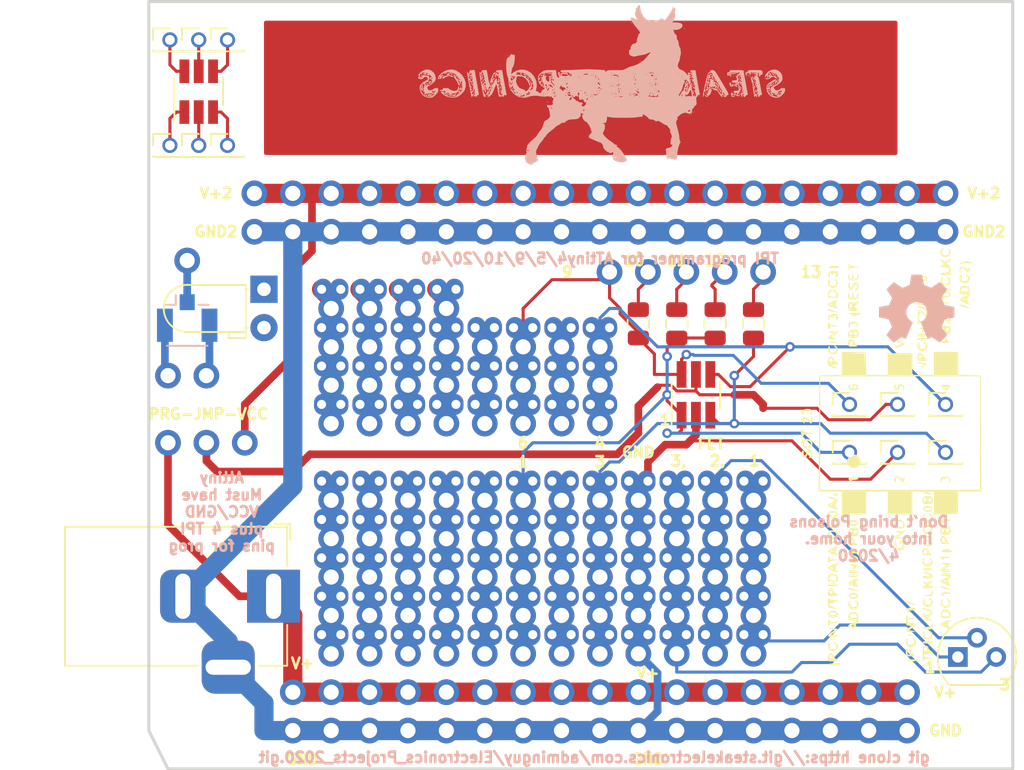
<source format=kicad_pcb>
(kicad_pcb (version 20171130) (host pcbnew 5.0.2+dfsg1-1~bpo9+1)

  (general
    (thickness 1.6002)
    (drawings 35)
    (tracks 349)
    (zones 0)
    (modules 220)
    (nets 1)
  )

  (page User 150.012 200)
  (title_block
    (title High-density-proto-board)
    (date "12 Jun 2014")
    (rev 0.10.a)
    (company "2014 - blog.spitzenpfeil.org")
  )

  (layers
    (0 Front signal)
    (31 Back signal)
    (36 B.SilkS user)
    (37 F.SilkS user)
    (38 B.Mask user)
    (39 F.Mask user)
    (44 Edge.Cuts user)
  )

  (setup
    (last_trace_width 0.4064)
    (user_trace_width 0.2032)
    (user_trace_width 0.3048)
    (user_trace_width 0.4064)
    (user_trace_width 0.508)
    (user_trace_width 0.762)
    (user_trace_width 1.016)
    (user_trace_width 1.27)
    (trace_clearance 0.2032)
    (zone_clearance 0.25)
    (zone_45_only no)
    (trace_min 0.2032)
    (segment_width 0.2)
    (edge_width 0.2)
    (via_size 0.635)
    (via_drill 0.3302)
    (via_min_size 0.635)
    (via_min_drill 0.3302)
    (uvia_size 0.508)
    (uvia_drill 0.127)
    (uvias_allowed no)
    (uvia_min_size 0.508)
    (uvia_min_drill 0.127)
    (pcb_text_width 0.2)
    (pcb_text_size 1 1)
    (mod_edge_width 0.2)
    (mod_text_size 1 1)
    (mod_text_width 0.2)
    (pad_size 1.76 0.65)
    (pad_drill 0)
    (pad_to_mask_clearance 0)
    (solder_mask_min_width 0.25)
    (aux_axis_origin 0 0)
    (visible_elements 7FFFFF7F)
    (pcbplotparams
      (layerselection 0x010f0_ffffffff)
      (usegerberextensions true)
      (usegerberattributes false)
      (usegerberadvancedattributes false)
      (creategerberjobfile false)
      (excludeedgelayer true)
      (linewidth 0.150000)
      (plotframeref false)
      (viasonmask false)
      (mode 1)
      (useauxorigin false)
      (hpglpennumber 1)
      (hpglpenspeed 20)
      (hpglpendiameter 15.000000)
      (psnegative false)
      (psa4output false)
      (plotreference true)
      (plotvalue true)
      (plotinvisibletext false)
      (padsonsilk false)
      (subtractmaskfromsilk true)
      (outputformat 1)
      (mirror false)
      (drillshape 0)
      (scaleselection 1)
      (outputdirectory "gerbers_rev3/"))
  )

  (net 0 "")

  (net_class Default "This is the default net class."
    (clearance 0.2032)
    (trace_width 0.4064)
    (via_dia 0.635)
    (via_drill 0.3302)
    (uvia_dia 0.508)
    (uvia_drill 0.127)
  )

  (module Connector_PinHeader_1.27mm:PinHeader_1x01_P1.27mm_Vertical (layer Front) (tedit 5E804215) (tstamp 5E958158)
    (at 35.687 57.15)
    (descr "Through hole straight pin header, 1x01, 1.27mm pitch, single row")
    (tags "Through hole pin header THT 1x01 1.27mm single row")
    (fp_text reference REF** (at 0 -1.695) (layer F.SilkS) hide
      (effects (font (size 1 1) (thickness 0.15)))
    )
    (fp_text value PinHeader_1x01_P1.27mm_Vertical (at 0 1.695) (layer F.Fab)
      (effects (font (size 1 1) (thickness 0.15)))
    )
    (fp_text user %R (at 0 0 90) (layer F.Fab)
      (effects (font (size 1 1) (thickness 0.15)))
    )
    (fp_line (start 1.55 -1.15) (end -1.55 -1.15) (layer F.CrtYd) (width 0.05))
    (fp_line (start 1.55 1.15) (end 1.55 -1.15) (layer F.CrtYd) (width 0.05))
    (fp_line (start -1.55 1.15) (end 1.55 1.15) (layer F.CrtYd) (width 0.05))
    (fp_line (start -1.55 -1.15) (end -1.55 1.15) (layer F.CrtYd) (width 0.05))
    (fp_line (start -1.11 -0.76) (end 0 -0.76) (layer F.SilkS) (width 0.12))
    (fp_line (start -1.11 0) (end -1.11 -0.76) (layer F.SilkS) (width 0.12))
    (fp_line (start 0.563471 0.76) (end 1.11 0.76) (layer F.SilkS) (width 0.12))
    (fp_line (start -1.11 0.76) (end -0.563471 0.76) (layer F.SilkS) (width 0.12))
    (fp_line (start 1.11 0.76) (end 1.11 0.695) (layer F.SilkS) (width 0.12))
    (fp_line (start -1.11 0.76) (end -1.11 0.695) (layer F.SilkS) (width 0.12))
    (fp_line (start -1.11 0.76) (end 1.11 0.76) (layer F.SilkS) (width 0.12))
    (fp_line (start -1.05 -0.11) (end -0.525 -0.635) (layer F.Fab) (width 0.1))
    (fp_line (start -1.05 0.635) (end -1.05 -0.11) (layer F.Fab) (width 0.1))
    (fp_line (start 1.05 0.635) (end -1.05 0.635) (layer F.Fab) (width 0.1))
    (fp_line (start 1.05 -0.635) (end 1.05 0.635) (layer F.Fab) (width 0.1))
    (fp_line (start -0.525 -0.635) (end 1.05 -0.635) (layer F.Fab) (width 0.1))
    (pad 1 thru_hole oval (at 0 0) (size 1 1) (drill 0.65) (layers *.Cu *.Mask))
    (model ${KISYS3DMOD}/Connector_PinHeader_1.27mm.3dshapes/PinHeader_1x01_P1.27mm_Vertical.wrl
      (at (xyz 0 0 0))
      (scale (xyz 1 1 1))
      (rotate (xyz 0 0 0))
    )
  )

  (module Connector_PinHeader_1.27mm:PinHeader_1x01_P1.27mm_Vertical (layer Front) (tedit 5E804215) (tstamp 5E95812E)
    (at 33.782 57.15)
    (descr "Through hole straight pin header, 1x01, 1.27mm pitch, single row")
    (tags "Through hole pin header THT 1x01 1.27mm single row")
    (fp_text reference REF** (at 0 -1.695) (layer F.SilkS) hide
      (effects (font (size 1 1) (thickness 0.15)))
    )
    (fp_text value PinHeader_1x01_P1.27mm_Vertical (at 0 1.695) (layer F.Fab)
      (effects (font (size 1 1) (thickness 0.15)))
    )
    (fp_line (start -0.525 -0.635) (end 1.05 -0.635) (layer F.Fab) (width 0.1))
    (fp_line (start 1.05 -0.635) (end 1.05 0.635) (layer F.Fab) (width 0.1))
    (fp_line (start 1.05 0.635) (end -1.05 0.635) (layer F.Fab) (width 0.1))
    (fp_line (start -1.05 0.635) (end -1.05 -0.11) (layer F.Fab) (width 0.1))
    (fp_line (start -1.05 -0.11) (end -0.525 -0.635) (layer F.Fab) (width 0.1))
    (fp_line (start -1.11 0.76) (end 1.11 0.76) (layer F.SilkS) (width 0.12))
    (fp_line (start -1.11 0.76) (end -1.11 0.695) (layer F.SilkS) (width 0.12))
    (fp_line (start 1.11 0.76) (end 1.11 0.695) (layer F.SilkS) (width 0.12))
    (fp_line (start -1.11 0.76) (end -0.563471 0.76) (layer F.SilkS) (width 0.12))
    (fp_line (start 0.563471 0.76) (end 1.11 0.76) (layer F.SilkS) (width 0.12))
    (fp_line (start -1.11 0) (end -1.11 -0.76) (layer F.SilkS) (width 0.12))
    (fp_line (start -1.11 -0.76) (end 0 -0.76) (layer F.SilkS) (width 0.12))
    (fp_line (start -1.55 -1.15) (end -1.55 1.15) (layer F.CrtYd) (width 0.05))
    (fp_line (start -1.55 1.15) (end 1.55 1.15) (layer F.CrtYd) (width 0.05))
    (fp_line (start 1.55 1.15) (end 1.55 -1.15) (layer F.CrtYd) (width 0.05))
    (fp_line (start 1.55 -1.15) (end -1.55 -1.15) (layer F.CrtYd) (width 0.05))
    (fp_text user %R (at 0 0 90) (layer F.Fab)
      (effects (font (size 1 1) (thickness 0.15)))
    )
    (pad 1 thru_hole oval (at 0 0) (size 1 1) (drill 0.65) (layers *.Cu *.Mask))
    (model ${KISYS3DMOD}/Connector_PinHeader_1.27mm.3dshapes/PinHeader_1x01_P1.27mm_Vertical.wrl
      (at (xyz 0 0 0))
      (scale (xyz 1 1 1))
      (rotate (xyz 0 0 0))
    )
  )

  (module Connector_PinHeader_1.27mm:PinHeader_1x01_P1.27mm_Vertical (layer Front) (tedit 5E804215) (tstamp 5E958104)
    (at 31.877 57.15)
    (descr "Through hole straight pin header, 1x01, 1.27mm pitch, single row")
    (tags "Through hole pin header THT 1x01 1.27mm single row")
    (fp_text reference REF** (at 0 -1.695) (layer F.SilkS) hide
      (effects (font (size 1 1) (thickness 0.15)))
    )
    (fp_text value PinHeader_1x01_P1.27mm_Vertical (at 0 1.695) (layer F.Fab)
      (effects (font (size 1 1) (thickness 0.15)))
    )
    (fp_text user %R (at 0 0 90) (layer F.Fab)
      (effects (font (size 1 1) (thickness 0.15)))
    )
    (fp_line (start 1.55 -1.15) (end -1.55 -1.15) (layer F.CrtYd) (width 0.05))
    (fp_line (start 1.55 1.15) (end 1.55 -1.15) (layer F.CrtYd) (width 0.05))
    (fp_line (start -1.55 1.15) (end 1.55 1.15) (layer F.CrtYd) (width 0.05))
    (fp_line (start -1.55 -1.15) (end -1.55 1.15) (layer F.CrtYd) (width 0.05))
    (fp_line (start -1.11 -0.76) (end 0 -0.76) (layer F.SilkS) (width 0.12))
    (fp_line (start -1.11 0) (end -1.11 -0.76) (layer F.SilkS) (width 0.12))
    (fp_line (start 0.563471 0.76) (end 1.11 0.76) (layer F.SilkS) (width 0.12))
    (fp_line (start -1.11 0.76) (end -0.563471 0.76) (layer F.SilkS) (width 0.12))
    (fp_line (start 1.11 0.76) (end 1.11 0.695) (layer F.SilkS) (width 0.12))
    (fp_line (start -1.11 0.76) (end -1.11 0.695) (layer F.SilkS) (width 0.12))
    (fp_line (start -1.11 0.76) (end 1.11 0.76) (layer F.SilkS) (width 0.12))
    (fp_line (start -1.05 -0.11) (end -0.525 -0.635) (layer F.Fab) (width 0.1))
    (fp_line (start -1.05 0.635) (end -1.05 -0.11) (layer F.Fab) (width 0.1))
    (fp_line (start 1.05 0.635) (end -1.05 0.635) (layer F.Fab) (width 0.1))
    (fp_line (start 1.05 -0.635) (end 1.05 0.635) (layer F.Fab) (width 0.1))
    (fp_line (start -0.525 -0.635) (end 1.05 -0.635) (layer F.Fab) (width 0.1))
    (pad 1 thru_hole oval (at 0 0) (size 1 1) (drill 0.65) (layers *.Cu *.Mask))
    (model ${KISYS3DMOD}/Connector_PinHeader_1.27mm.3dshapes/PinHeader_1x01_P1.27mm_Vertical.wrl
      (at (xyz 0 0 0))
      (scale (xyz 1 1 1))
      (rotate (xyz 0 0 0))
    )
  )

  (module Connector_PinHeader_1.27mm:PinHeader_1x01_P1.27mm_Vertical (layer Front) (tedit 5E804215) (tstamp 5E9580D9)
    (at 35.687 64.135)
    (descr "Through hole straight pin header, 1x01, 1.27mm pitch, single row")
    (tags "Through hole pin header THT 1x01 1.27mm single row")
    (fp_text reference REF** (at 0 -1.695) (layer F.SilkS) hide
      (effects (font (size 1 1) (thickness 0.15)))
    )
    (fp_text value PinHeader_1x01_P1.27mm_Vertical (at 0 1.695) (layer F.Fab)
      (effects (font (size 1 1) (thickness 0.15)))
    )
    (fp_line (start -0.525 -0.635) (end 1.05 -0.635) (layer F.Fab) (width 0.1))
    (fp_line (start 1.05 -0.635) (end 1.05 0.635) (layer F.Fab) (width 0.1))
    (fp_line (start 1.05 0.635) (end -1.05 0.635) (layer F.Fab) (width 0.1))
    (fp_line (start -1.05 0.635) (end -1.05 -0.11) (layer F.Fab) (width 0.1))
    (fp_line (start -1.05 -0.11) (end -0.525 -0.635) (layer F.Fab) (width 0.1))
    (fp_line (start -1.11 0.76) (end 1.11 0.76) (layer F.SilkS) (width 0.12))
    (fp_line (start -1.11 0.76) (end -1.11 0.695) (layer F.SilkS) (width 0.12))
    (fp_line (start 1.11 0.76) (end 1.11 0.695) (layer F.SilkS) (width 0.12))
    (fp_line (start -1.11 0.76) (end -0.563471 0.76) (layer F.SilkS) (width 0.12))
    (fp_line (start 0.563471 0.76) (end 1.11 0.76) (layer F.SilkS) (width 0.12))
    (fp_line (start -1.11 0) (end -1.11 -0.76) (layer F.SilkS) (width 0.12))
    (fp_line (start -1.11 -0.76) (end 0 -0.76) (layer F.SilkS) (width 0.12))
    (fp_line (start -1.55 -1.15) (end -1.55 1.15) (layer F.CrtYd) (width 0.05))
    (fp_line (start -1.55 1.15) (end 1.55 1.15) (layer F.CrtYd) (width 0.05))
    (fp_line (start 1.55 1.15) (end 1.55 -1.15) (layer F.CrtYd) (width 0.05))
    (fp_line (start 1.55 -1.15) (end -1.55 -1.15) (layer F.CrtYd) (width 0.05))
    (fp_text user %R (at 0 0 90) (layer F.Fab)
      (effects (font (size 1 1) (thickness 0.15)))
    )
    (pad 1 thru_hole oval (at 0 0) (size 1 1) (drill 0.65) (layers *.Cu *.Mask))
    (model ${KISYS3DMOD}/Connector_PinHeader_1.27mm.3dshapes/PinHeader_1x01_P1.27mm_Vertical.wrl
      (at (xyz 0 0 0))
      (scale (xyz 1 1 1))
      (rotate (xyz 0 0 0))
    )
  )

  (module Connector_PinHeader_1.27mm:PinHeader_1x01_P1.27mm_Vertical (layer Front) (tedit 5E804215) (tstamp 5E9580AF)
    (at 33.782 64.135)
    (descr "Through hole straight pin header, 1x01, 1.27mm pitch, single row")
    (tags "Through hole pin header THT 1x01 1.27mm single row")
    (fp_text reference REF** (at 0 -1.695) (layer F.SilkS) hide
      (effects (font (size 1 1) (thickness 0.15)))
    )
    (fp_text value PinHeader_1x01_P1.27mm_Vertical (at 0 1.695) (layer F.Fab)
      (effects (font (size 1 1) (thickness 0.15)))
    )
    (fp_text user %R (at 0 0 90) (layer F.Fab)
      (effects (font (size 1 1) (thickness 0.15)))
    )
    (fp_line (start 1.55 -1.15) (end -1.55 -1.15) (layer F.CrtYd) (width 0.05))
    (fp_line (start 1.55 1.15) (end 1.55 -1.15) (layer F.CrtYd) (width 0.05))
    (fp_line (start -1.55 1.15) (end 1.55 1.15) (layer F.CrtYd) (width 0.05))
    (fp_line (start -1.55 -1.15) (end -1.55 1.15) (layer F.CrtYd) (width 0.05))
    (fp_line (start -1.11 -0.76) (end 0 -0.76) (layer F.SilkS) (width 0.12))
    (fp_line (start -1.11 0) (end -1.11 -0.76) (layer F.SilkS) (width 0.12))
    (fp_line (start 0.563471 0.76) (end 1.11 0.76) (layer F.SilkS) (width 0.12))
    (fp_line (start -1.11 0.76) (end -0.563471 0.76) (layer F.SilkS) (width 0.12))
    (fp_line (start 1.11 0.76) (end 1.11 0.695) (layer F.SilkS) (width 0.12))
    (fp_line (start -1.11 0.76) (end -1.11 0.695) (layer F.SilkS) (width 0.12))
    (fp_line (start -1.11 0.76) (end 1.11 0.76) (layer F.SilkS) (width 0.12))
    (fp_line (start -1.05 -0.11) (end -0.525 -0.635) (layer F.Fab) (width 0.1))
    (fp_line (start -1.05 0.635) (end -1.05 -0.11) (layer F.Fab) (width 0.1))
    (fp_line (start 1.05 0.635) (end -1.05 0.635) (layer F.Fab) (width 0.1))
    (fp_line (start 1.05 -0.635) (end 1.05 0.635) (layer F.Fab) (width 0.1))
    (fp_line (start -0.525 -0.635) (end 1.05 -0.635) (layer F.Fab) (width 0.1))
    (pad 1 thru_hole oval (at 0 0) (size 1 1) (drill 0.65) (layers *.Cu *.Mask))
    (model ${KISYS3DMOD}/Connector_PinHeader_1.27mm.3dshapes/PinHeader_1x01_P1.27mm_Vertical.wrl
      (at (xyz 0 0 0))
      (scale (xyz 1 1 1))
      (rotate (xyz 0 0 0))
    )
  )

  (module Connector_PinHeader_1.27mm:PinHeader_1x01_P1.27mm_Vertical (layer Front) (tedit 5E804215) (tstamp 5E958082)
    (at 31.877 64.135)
    (descr "Through hole straight pin header, 1x01, 1.27mm pitch, single row")
    (tags "Through hole pin header THT 1x01 1.27mm single row")
    (fp_text reference REF** (at 0 -1.695) (layer F.SilkS) hide
      (effects (font (size 1 1) (thickness 0.15)))
    )
    (fp_text value PinHeader_1x01_P1.27mm_Vertical (at 0 1.695) (layer F.Fab)
      (effects (font (size 1 1) (thickness 0.15)))
    )
    (fp_line (start -0.525 -0.635) (end 1.05 -0.635) (layer F.Fab) (width 0.1))
    (fp_line (start 1.05 -0.635) (end 1.05 0.635) (layer F.Fab) (width 0.1))
    (fp_line (start 1.05 0.635) (end -1.05 0.635) (layer F.Fab) (width 0.1))
    (fp_line (start -1.05 0.635) (end -1.05 -0.11) (layer F.Fab) (width 0.1))
    (fp_line (start -1.05 -0.11) (end -0.525 -0.635) (layer F.Fab) (width 0.1))
    (fp_line (start -1.11 0.76) (end 1.11 0.76) (layer F.SilkS) (width 0.12))
    (fp_line (start -1.11 0.76) (end -1.11 0.695) (layer F.SilkS) (width 0.12))
    (fp_line (start 1.11 0.76) (end 1.11 0.695) (layer F.SilkS) (width 0.12))
    (fp_line (start -1.11 0.76) (end -0.563471 0.76) (layer F.SilkS) (width 0.12))
    (fp_line (start 0.563471 0.76) (end 1.11 0.76) (layer F.SilkS) (width 0.12))
    (fp_line (start -1.11 0) (end -1.11 -0.76) (layer F.SilkS) (width 0.12))
    (fp_line (start -1.11 -0.76) (end 0 -0.76) (layer F.SilkS) (width 0.12))
    (fp_line (start -1.55 -1.15) (end -1.55 1.15) (layer F.CrtYd) (width 0.05))
    (fp_line (start -1.55 1.15) (end 1.55 1.15) (layer F.CrtYd) (width 0.05))
    (fp_line (start 1.55 1.15) (end 1.55 -1.15) (layer F.CrtYd) (width 0.05))
    (fp_line (start 1.55 -1.15) (end -1.55 -1.15) (layer F.CrtYd) (width 0.05))
    (fp_text user %R (at 0 0 90) (layer F.Fab)
      (effects (font (size 1 1) (thickness 0.15)))
    )
    (pad 1 thru_hole oval (at 0 0) (size 1 1) (drill 0.65) (layers *.Cu *.Mask))
    (model ${KISYS3DMOD}/Connector_PinHeader_1.27mm.3dshapes/PinHeader_1x01_P1.27mm_Vertical.wrl
      (at (xyz 0 0 0))
      (scale (xyz 1 1 1))
      (rotate (xyz 0 0 0))
    )
  )

  (module footprints:PinHeader_1x01_EDIT (layer Front) (tedit 5E954CC4) (tstamp 5E955D6E)
    (at 36.83 83.82)
    (descr "Through hole straight pin header, 1x01, 2.54mm pitch, single row")
    (tags "Through hole pin header THT 1x01 2.54mm single row")
    (fp_text reference REF** (at 0 -2.33) (layer F.SilkS) hide
      (effects (font (size 1 1) (thickness 0.15)))
    )
    (fp_text value PinHeader_1x01_P2.54mm_Vertical (at 0 2.33) (layer F.Fab)
      (effects (font (size 1 1) (thickness 0.15)))
    )
    (fp_text user %R (at 0 0 90) (layer F.Fab)
      (effects (font (size 1 1) (thickness 0.15)))
    )
    (fp_line (start 1.8 -1.8) (end -1.8 -1.8) (layer F.CrtYd) (width 0.05))
    (fp_line (start 1.8 1.8) (end 1.8 -1.8) (layer F.CrtYd) (width 0.05))
    (fp_line (start -1.8 1.8) (end 1.8 1.8) (layer F.CrtYd) (width 0.05))
    (fp_line (start -1.8 -1.8) (end -1.8 1.8) (layer F.CrtYd) (width 0.05))
    (fp_line (start -1.27 -0.635) (end -0.635 -1.27) (layer F.Fab) (width 0.1))
    (fp_line (start -1.27 1.27) (end -1.27 -0.635) (layer F.Fab) (width 0.1))
    (fp_line (start 1.27 -1.27) (end 1.27 1.27) (layer F.Fab) (width 0.1))
    (fp_line (start -0.635 -1.27) (end 1.27 -1.27) (layer F.Fab) (width 0.1))
    (pad 1 thru_hole oval (at 0 0) (size 1.7 1.7) (drill 1) (layers *.Cu *.Mask))
    (model ${KISYS3DMOD}/Connector_PinHeader_2.54mm.3dshapes/PinHeader_1x01_P2.54mm_Vertical.wrl
      (at (xyz 0 0 0))
      (scale (xyz 1 1 1))
      (rotate (xyz 0 0 0))
    )
  )

  (module footprints:PinHeader_1x01_EDIT (layer Front) (tedit 5E954CC4) (tstamp 5E955D54)
    (at 34.29 83.82)
    (descr "Through hole straight pin header, 1x01, 2.54mm pitch, single row")
    (tags "Through hole pin header THT 1x01 2.54mm single row")
    (fp_text reference REF** (at 0 -2.33) (layer F.SilkS) hide
      (effects (font (size 1 1) (thickness 0.15)))
    )
    (fp_text value PinHeader_1x01_P2.54mm_Vertical (at 0 2.33) (layer F.Fab)
      (effects (font (size 1 1) (thickness 0.15)))
    )
    (fp_line (start -0.635 -1.27) (end 1.27 -1.27) (layer F.Fab) (width 0.1))
    (fp_line (start 1.27 -1.27) (end 1.27 1.27) (layer F.Fab) (width 0.1))
    (fp_line (start -1.27 1.27) (end -1.27 -0.635) (layer F.Fab) (width 0.1))
    (fp_line (start -1.27 -0.635) (end -0.635 -1.27) (layer F.Fab) (width 0.1))
    (fp_line (start -1.8 -1.8) (end -1.8 1.8) (layer F.CrtYd) (width 0.05))
    (fp_line (start -1.8 1.8) (end 1.8 1.8) (layer F.CrtYd) (width 0.05))
    (fp_line (start 1.8 1.8) (end 1.8 -1.8) (layer F.CrtYd) (width 0.05))
    (fp_line (start 1.8 -1.8) (end -1.8 -1.8) (layer F.CrtYd) (width 0.05))
    (fp_text user %R (at 0 0 90) (layer F.Fab)
      (effects (font (size 1 1) (thickness 0.15)))
    )
    (pad 1 thru_hole oval (at 0 0) (size 1.7 1.7) (drill 1) (layers *.Cu *.Mask))
    (model ${KISYS3DMOD}/Connector_PinHeader_2.54mm.3dshapes/PinHeader_1x01_P2.54mm_Vertical.wrl
      (at (xyz 0 0 0))
      (scale (xyz 1 1 1))
      (rotate (xyz 0 0 0))
    )
  )

  (module Connector_PinHeader_1.27mm:PinHeader_1x01_P1.27mm_Vertical (layer Front) (tedit 5E804215) (tstamp 5E818D34)
    (at 76.835 84.455)
    (descr "Through hole straight pin header, 1x01, 1.27mm pitch, single row")
    (tags "Through hole pin header THT 1x01 1.27mm single row")
    (fp_text reference REF** (at 0 -1.695) (layer F.SilkS) hide
      (effects (font (size 1 1) (thickness 0.15)))
    )
    (fp_text value PinHeader_1x01_P1.27mm_Vertical (at 0 1.695) (layer F.Fab)
      (effects (font (size 1 1) (thickness 0.15)))
    )
    (fp_line (start -0.525 -0.635) (end 1.05 -0.635) (layer F.Fab) (width 0.1))
    (fp_line (start 1.05 -0.635) (end 1.05 0.635) (layer F.Fab) (width 0.1))
    (fp_line (start 1.05 0.635) (end -1.05 0.635) (layer F.Fab) (width 0.1))
    (fp_line (start -1.05 0.635) (end -1.05 -0.11) (layer F.Fab) (width 0.1))
    (fp_line (start -1.05 -0.11) (end -0.525 -0.635) (layer F.Fab) (width 0.1))
    (fp_line (start -1.11 0.76) (end 1.11 0.76) (layer F.SilkS) (width 0.12))
    (fp_line (start -1.11 0.76) (end -1.11 0.695) (layer F.SilkS) (width 0.12))
    (fp_line (start 1.11 0.76) (end 1.11 0.695) (layer F.SilkS) (width 0.12))
    (fp_line (start -1.11 0.76) (end -0.563471 0.76) (layer F.SilkS) (width 0.12))
    (fp_line (start 0.563471 0.76) (end 1.11 0.76) (layer F.SilkS) (width 0.12))
    (fp_line (start -1.11 0) (end -1.11 -0.76) (layer F.SilkS) (width 0.12))
    (fp_line (start -1.11 -0.76) (end 0 -0.76) (layer F.SilkS) (width 0.12))
    (fp_line (start -1.55 -1.15) (end -1.55 1.15) (layer F.CrtYd) (width 0.05))
    (fp_line (start -1.55 1.15) (end 1.55 1.15) (layer F.CrtYd) (width 0.05))
    (fp_line (start 1.55 1.15) (end 1.55 -1.15) (layer F.CrtYd) (width 0.05))
    (fp_line (start 1.55 -1.15) (end -1.55 -1.15) (layer F.CrtYd) (width 0.05))
    (fp_text user %R (at 0 0 90) (layer F.Fab)
      (effects (font (size 1 1) (thickness 0.15)))
    )
    (pad 1 thru_hole oval (at 0 0) (size 1 1) (drill 0.65) (layers *.Cu *.Mask))
    (model ${KISYS3DMOD}/Connector_PinHeader_1.27mm.3dshapes/PinHeader_1x01_P1.27mm_Vertical.wrl
      (at (xyz 0 0 0))
      (scale (xyz 1 1 1))
      (rotate (xyz 0 0 0))
    )
  )

  (module Connector_PinHeader_1.27mm:PinHeader_1x01_P1.27mm_Vertical (layer Front) (tedit 5E804215) (tstamp 5E818D0A)
    (at 80.01 84.455)
    (descr "Through hole straight pin header, 1x01, 1.27mm pitch, single row")
    (tags "Through hole pin header THT 1x01 1.27mm single row")
    (fp_text reference REF** (at 0 -1.695) (layer F.SilkS) hide
      (effects (font (size 1 1) (thickness 0.15)))
    )
    (fp_text value PinHeader_1x01_P1.27mm_Vertical (at 0 1.695) (layer F.Fab)
      (effects (font (size 1 1) (thickness 0.15)))
    )
    (fp_text user %R (at 0 0 90) (layer F.Fab)
      (effects (font (size 1 1) (thickness 0.15)))
    )
    (fp_line (start 1.55 -1.15) (end -1.55 -1.15) (layer F.CrtYd) (width 0.05))
    (fp_line (start 1.55 1.15) (end 1.55 -1.15) (layer F.CrtYd) (width 0.05))
    (fp_line (start -1.55 1.15) (end 1.55 1.15) (layer F.CrtYd) (width 0.05))
    (fp_line (start -1.55 -1.15) (end -1.55 1.15) (layer F.CrtYd) (width 0.05))
    (fp_line (start -1.11 -0.76) (end 0 -0.76) (layer F.SilkS) (width 0.12))
    (fp_line (start -1.11 0) (end -1.11 -0.76) (layer F.SilkS) (width 0.12))
    (fp_line (start 0.563471 0.76) (end 1.11 0.76) (layer F.SilkS) (width 0.12))
    (fp_line (start -1.11 0.76) (end -0.563471 0.76) (layer F.SilkS) (width 0.12))
    (fp_line (start 1.11 0.76) (end 1.11 0.695) (layer F.SilkS) (width 0.12))
    (fp_line (start -1.11 0.76) (end -1.11 0.695) (layer F.SilkS) (width 0.12))
    (fp_line (start -1.11 0.76) (end 1.11 0.76) (layer F.SilkS) (width 0.12))
    (fp_line (start -1.05 -0.11) (end -0.525 -0.635) (layer F.Fab) (width 0.1))
    (fp_line (start -1.05 0.635) (end -1.05 -0.11) (layer F.Fab) (width 0.1))
    (fp_line (start 1.05 0.635) (end -1.05 0.635) (layer F.Fab) (width 0.1))
    (fp_line (start 1.05 -0.635) (end 1.05 0.635) (layer F.Fab) (width 0.1))
    (fp_line (start -0.525 -0.635) (end 1.05 -0.635) (layer F.Fab) (width 0.1))
    (pad 1 thru_hole oval (at 0 0) (size 1 1) (drill 0.65) (layers *.Cu *.Mask))
    (model ${KISYS3DMOD}/Connector_PinHeader_1.27mm.3dshapes/PinHeader_1x01_P1.27mm_Vertical.wrl
      (at (xyz 0 0 0))
      (scale (xyz 1 1 1))
      (rotate (xyz 0 0 0))
    )
  )

  (module Connector_PinHeader_1.27mm:PinHeader_1x01_P1.27mm_Vertical (layer Front) (tedit 5E804215) (tstamp 5E818CE0)
    (at 83.185 84.455)
    (descr "Through hole straight pin header, 1x01, 1.27mm pitch, single row")
    (tags "Through hole pin header THT 1x01 1.27mm single row")
    (fp_text reference REF** (at 0 -1.695) (layer F.SilkS) hide
      (effects (font (size 1 1) (thickness 0.15)))
    )
    (fp_text value PinHeader_1x01_P1.27mm_Vertical (at 0 1.695) (layer F.Fab)
      (effects (font (size 1 1) (thickness 0.15)))
    )
    (fp_line (start -0.525 -0.635) (end 1.05 -0.635) (layer F.Fab) (width 0.1))
    (fp_line (start 1.05 -0.635) (end 1.05 0.635) (layer F.Fab) (width 0.1))
    (fp_line (start 1.05 0.635) (end -1.05 0.635) (layer F.Fab) (width 0.1))
    (fp_line (start -1.05 0.635) (end -1.05 -0.11) (layer F.Fab) (width 0.1))
    (fp_line (start -1.05 -0.11) (end -0.525 -0.635) (layer F.Fab) (width 0.1))
    (fp_line (start -1.11 0.76) (end 1.11 0.76) (layer F.SilkS) (width 0.12))
    (fp_line (start -1.11 0.76) (end -1.11 0.695) (layer F.SilkS) (width 0.12))
    (fp_line (start 1.11 0.76) (end 1.11 0.695) (layer F.SilkS) (width 0.12))
    (fp_line (start -1.11 0.76) (end -0.563471 0.76) (layer F.SilkS) (width 0.12))
    (fp_line (start 0.563471 0.76) (end 1.11 0.76) (layer F.SilkS) (width 0.12))
    (fp_line (start -1.11 0) (end -1.11 -0.76) (layer F.SilkS) (width 0.12))
    (fp_line (start -1.11 -0.76) (end 0 -0.76) (layer F.SilkS) (width 0.12))
    (fp_line (start -1.55 -1.15) (end -1.55 1.15) (layer F.CrtYd) (width 0.05))
    (fp_line (start -1.55 1.15) (end 1.55 1.15) (layer F.CrtYd) (width 0.05))
    (fp_line (start 1.55 1.15) (end 1.55 -1.15) (layer F.CrtYd) (width 0.05))
    (fp_line (start 1.55 -1.15) (end -1.55 -1.15) (layer F.CrtYd) (width 0.05))
    (fp_text user %R (at 0 0 90) (layer F.Fab)
      (effects (font (size 1 1) (thickness 0.15)))
    )
    (pad 1 thru_hole oval (at 0 0) (size 1 1) (drill 0.65) (layers *.Cu *.Mask))
    (model ${KISYS3DMOD}/Connector_PinHeader_1.27mm.3dshapes/PinHeader_1x01_P1.27mm_Vertical.wrl
      (at (xyz 0 0 0))
      (scale (xyz 1 1 1))
      (rotate (xyz 0 0 0))
    )
  )

  (module Connector_PinHeader_1.27mm:PinHeader_1x01_P1.27mm_Vertical (layer Front) (tedit 5E804215) (tstamp 5E818CB6)
    (at 83.185 81.28)
    (descr "Through hole straight pin header, 1x01, 1.27mm pitch, single row")
    (tags "Through hole pin header THT 1x01 1.27mm single row")
    (fp_text reference REF** (at 0 -1.695) (layer F.SilkS) hide
      (effects (font (size 1 1) (thickness 0.15)))
    )
    (fp_text value PinHeader_1x01_P1.27mm_Vertical (at 0 1.695) (layer F.Fab)
      (effects (font (size 1 1) (thickness 0.15)))
    )
    (fp_text user %R (at 0 0 90) (layer F.Fab)
      (effects (font (size 1 1) (thickness 0.15)))
    )
    (fp_line (start 1.55 -1.15) (end -1.55 -1.15) (layer F.CrtYd) (width 0.05))
    (fp_line (start 1.55 1.15) (end 1.55 -1.15) (layer F.CrtYd) (width 0.05))
    (fp_line (start -1.55 1.15) (end 1.55 1.15) (layer F.CrtYd) (width 0.05))
    (fp_line (start -1.55 -1.15) (end -1.55 1.15) (layer F.CrtYd) (width 0.05))
    (fp_line (start -1.11 -0.76) (end 0 -0.76) (layer F.SilkS) (width 0.12))
    (fp_line (start -1.11 0) (end -1.11 -0.76) (layer F.SilkS) (width 0.12))
    (fp_line (start 0.563471 0.76) (end 1.11 0.76) (layer F.SilkS) (width 0.12))
    (fp_line (start -1.11 0.76) (end -0.563471 0.76) (layer F.SilkS) (width 0.12))
    (fp_line (start 1.11 0.76) (end 1.11 0.695) (layer F.SilkS) (width 0.12))
    (fp_line (start -1.11 0.76) (end -1.11 0.695) (layer F.SilkS) (width 0.12))
    (fp_line (start -1.11 0.76) (end 1.11 0.76) (layer F.SilkS) (width 0.12))
    (fp_line (start -1.05 -0.11) (end -0.525 -0.635) (layer F.Fab) (width 0.1))
    (fp_line (start -1.05 0.635) (end -1.05 -0.11) (layer F.Fab) (width 0.1))
    (fp_line (start 1.05 0.635) (end -1.05 0.635) (layer F.Fab) (width 0.1))
    (fp_line (start 1.05 -0.635) (end 1.05 0.635) (layer F.Fab) (width 0.1))
    (fp_line (start -0.525 -0.635) (end 1.05 -0.635) (layer F.Fab) (width 0.1))
    (pad 1 thru_hole oval (at 0 0) (size 1 1) (drill 0.65) (layers *.Cu *.Mask))
    (model ${KISYS3DMOD}/Connector_PinHeader_1.27mm.3dshapes/PinHeader_1x01_P1.27mm_Vertical.wrl
      (at (xyz 0 0 0))
      (scale (xyz 1 1 1))
      (rotate (xyz 0 0 0))
    )
  )

  (module Connector_PinHeader_1.27mm:PinHeader_1x01_P1.27mm_Vertical (layer Front) (tedit 5E804215) (tstamp 5E818C8C)
    (at 80.01 81.28)
    (descr "Through hole straight pin header, 1x01, 1.27mm pitch, single row")
    (tags "Through hole pin header THT 1x01 1.27mm single row")
    (fp_text reference REF** (at 0 -1.695) (layer F.SilkS) hide
      (effects (font (size 1 1) (thickness 0.15)))
    )
    (fp_text value PinHeader_1x01_P1.27mm_Vertical (at 0 1.695) (layer F.Fab)
      (effects (font (size 1 1) (thickness 0.15)))
    )
    (fp_line (start -0.525 -0.635) (end 1.05 -0.635) (layer F.Fab) (width 0.1))
    (fp_line (start 1.05 -0.635) (end 1.05 0.635) (layer F.Fab) (width 0.1))
    (fp_line (start 1.05 0.635) (end -1.05 0.635) (layer F.Fab) (width 0.1))
    (fp_line (start -1.05 0.635) (end -1.05 -0.11) (layer F.Fab) (width 0.1))
    (fp_line (start -1.05 -0.11) (end -0.525 -0.635) (layer F.Fab) (width 0.1))
    (fp_line (start -1.11 0.76) (end 1.11 0.76) (layer F.SilkS) (width 0.12))
    (fp_line (start -1.11 0.76) (end -1.11 0.695) (layer F.SilkS) (width 0.12))
    (fp_line (start 1.11 0.76) (end 1.11 0.695) (layer F.SilkS) (width 0.12))
    (fp_line (start -1.11 0.76) (end -0.563471 0.76) (layer F.SilkS) (width 0.12))
    (fp_line (start 0.563471 0.76) (end 1.11 0.76) (layer F.SilkS) (width 0.12))
    (fp_line (start -1.11 0) (end -1.11 -0.76) (layer F.SilkS) (width 0.12))
    (fp_line (start -1.11 -0.76) (end 0 -0.76) (layer F.SilkS) (width 0.12))
    (fp_line (start -1.55 -1.15) (end -1.55 1.15) (layer F.CrtYd) (width 0.05))
    (fp_line (start -1.55 1.15) (end 1.55 1.15) (layer F.CrtYd) (width 0.05))
    (fp_line (start 1.55 1.15) (end 1.55 -1.15) (layer F.CrtYd) (width 0.05))
    (fp_line (start 1.55 -1.15) (end -1.55 -1.15) (layer F.CrtYd) (width 0.05))
    (fp_text user %R (at 0 0 90) (layer F.Fab)
      (effects (font (size 1 1) (thickness 0.15)))
    )
    (pad 1 thru_hole oval (at 0 0) (size 1 1) (drill 0.65) (layers *.Cu *.Mask))
    (model ${KISYS3DMOD}/Connector_PinHeader_1.27mm.3dshapes/PinHeader_1x01_P1.27mm_Vertical.wrl
      (at (xyz 0 0 0))
      (scale (xyz 1 1 1))
      (rotate (xyz 0 0 0))
    )
  )

  (module footprints:PinHeader_1x01_EDIT (layer Front) (tedit 5E6DA448) (tstamp 5E80805A)
    (at 67.945 102.87)
    (descr "Through hole straight pin header, 1x01, 2.54mm pitch, single row")
    (tags "Through hole pin header THT 1x01 2.54mm single row")
    (fp_text reference REF** (at 0 -2.33) (layer F.SilkS) hide
      (effects (font (size 1 1) (thickness 0.15)))
    )
    (fp_text value PinHeader_1x01_P2.54mm_Vertical (at 0 2.33) (layer F.Fab)
      (effects (font (size 1 1) (thickness 0.15)))
    )
    (fp_text user %R (at 0 0 90) (layer F.Fab)
      (effects (font (size 1 1) (thickness 0.15)))
    )
    (fp_line (start 1.8 -1.8) (end -1.8 -1.8) (layer F.CrtYd) (width 0.05))
    (fp_line (start 1.8 1.8) (end 1.8 -1.8) (layer F.CrtYd) (width 0.05))
    (fp_line (start -1.8 1.8) (end 1.8 1.8) (layer F.CrtYd) (width 0.05))
    (fp_line (start -1.8 -1.8) (end -1.8 1.8) (layer F.CrtYd) (width 0.05))
    (fp_line (start -1.27 -0.635) (end -0.635 -1.27) (layer F.Fab) (width 0.1))
    (fp_line (start -1.27 1.27) (end -1.27 -0.635) (layer F.Fab) (width 0.1))
    (fp_line (start 1.27 -1.27) (end 1.27 1.27) (layer F.Fab) (width 0.1))
    (fp_line (start -0.635 -1.27) (end 1.27 -1.27) (layer F.Fab) (width 0.1))
    (pad 1 thru_hole oval (at 0 0) (size 1.7 1.7) (drill 1) (layers *.Cu *.Mask))
    (model ${KISYS3DMOD}/Connector_PinHeader_2.54mm.3dshapes/PinHeader_1x01_P2.54mm_Vertical.wrl
      (at (xyz 0 0 0))
      (scale (xyz 1 1 1))
      (rotate (xyz 0 0 0))
    )
  )

  (module Resistor_SMD:R_0805_2012Metric (layer Front) (tedit 5E803B8F) (tstamp 5E806144)
    (at 70.485 75.946 270)
    (descr "Resistor SMD 0805 (2012 Metric), square (rectangular) end terminal, IPC_7351 nominal, (Body size source: https://docs.google.com/spreadsheets/d/1BsfQQcO9C6DZCsRaXUlFlo91Tg2WpOkGARC1WS5S8t0/edit?usp=sharing), generated with kicad-footprint-generator")
    (tags resistor)
    (attr smd)
    (fp_text reference REF** (at 0 -1.65 270) (layer F.SilkS) hide
      (effects (font (size 1 1) (thickness 0.15)))
    )
    (fp_text value R_0805_2012Metric (at 0 1.65 270) (layer F.Fab)
      (effects (font (size 1 1) (thickness 0.15)))
    )
    (fp_line (start -1 0.6) (end -1 -0.6) (layer F.Fab) (width 0.1))
    (fp_line (start -1 -0.6) (end 1 -0.6) (layer F.Fab) (width 0.1))
    (fp_line (start 1 -0.6) (end 1 0.6) (layer F.Fab) (width 0.1))
    (fp_line (start 1 0.6) (end -1 0.6) (layer F.Fab) (width 0.1))
    (fp_line (start -0.258578 -0.71) (end 0.258578 -0.71) (layer F.SilkS) (width 0.12))
    (fp_line (start -0.258578 0.71) (end 0.258578 0.71) (layer F.SilkS) (width 0.12))
    (fp_line (start -1.68 0.95) (end -1.68 -0.95) (layer F.CrtYd) (width 0.05))
    (fp_line (start -1.68 -0.95) (end 1.68 -0.95) (layer F.CrtYd) (width 0.05))
    (fp_line (start 1.68 -0.95) (end 1.68 0.95) (layer F.CrtYd) (width 0.05))
    (fp_line (start 1.68 0.95) (end -1.68 0.95) (layer F.CrtYd) (width 0.05))
    (fp_text user %R (at 0 0 270) (layer F.Fab)
      (effects (font (size 0.5 0.5) (thickness 0.08)))
    )
    (pad 1 smd roundrect (at -0.9375 0 270) (size 0.975 1.4) (layers Front F.Paste F.Mask) (roundrect_rratio 0.25))
    (pad 2 smd roundrect (at 0.9375 0 270) (size 0.975 1.4) (layers Front F.Paste F.Mask) (roundrect_rratio 0.25))
    (model ${KISYS3DMOD}/Resistor_SMD.3dshapes/R_0805_2012Metric.wrl
      (at (xyz 0 0 0))
      (scale (xyz 1 1 1))
      (rotate (xyz 0 0 0))
    )
  )

  (module Resistor_SMD:R_0805_2012Metric (layer Front) (tedit 5E803B8F) (tstamp 5E806124)
    (at 67.945 75.946 270)
    (descr "Resistor SMD 0805 (2012 Metric), square (rectangular) end terminal, IPC_7351 nominal, (Body size source: https://docs.google.com/spreadsheets/d/1BsfQQcO9C6DZCsRaXUlFlo91Tg2WpOkGARC1WS5S8t0/edit?usp=sharing), generated with kicad-footprint-generator")
    (tags resistor)
    (attr smd)
    (fp_text reference REF** (at 0 -1.65 270) (layer F.SilkS) hide
      (effects (font (size 1 1) (thickness 0.15)))
    )
    (fp_text value R_0805_2012Metric (at 0 1.65 270) (layer F.Fab)
      (effects (font (size 1 1) (thickness 0.15)))
    )
    (fp_text user %R (at 0 0 270) (layer F.Fab)
      (effects (font (size 0.5 0.5) (thickness 0.08)))
    )
    (fp_line (start 1.68 0.95) (end -1.68 0.95) (layer F.CrtYd) (width 0.05))
    (fp_line (start 1.68 -0.95) (end 1.68 0.95) (layer F.CrtYd) (width 0.05))
    (fp_line (start -1.68 -0.95) (end 1.68 -0.95) (layer F.CrtYd) (width 0.05))
    (fp_line (start -1.68 0.95) (end -1.68 -0.95) (layer F.CrtYd) (width 0.05))
    (fp_line (start -0.258578 0.71) (end 0.258578 0.71) (layer F.SilkS) (width 0.12))
    (fp_line (start -0.258578 -0.71) (end 0.258578 -0.71) (layer F.SilkS) (width 0.12))
    (fp_line (start 1 0.6) (end -1 0.6) (layer F.Fab) (width 0.1))
    (fp_line (start 1 -0.6) (end 1 0.6) (layer F.Fab) (width 0.1))
    (fp_line (start -1 -0.6) (end 1 -0.6) (layer F.Fab) (width 0.1))
    (fp_line (start -1 0.6) (end -1 -0.6) (layer F.Fab) (width 0.1))
    (pad 2 smd roundrect (at 0.9375 0 270) (size 0.975 1.4) (layers Front F.Paste F.Mask) (roundrect_rratio 0.25))
    (pad 1 smd roundrect (at -0.9375 0 270) (size 0.975 1.4) (layers Front F.Paste F.Mask) (roundrect_rratio 0.25))
    (model ${KISYS3DMOD}/Resistor_SMD.3dshapes/R_0805_2012Metric.wrl
      (at (xyz 0 0 0))
      (scale (xyz 1 1 1))
      (rotate (xyz 0 0 0))
    )
  )

  (module Resistor_SMD:R_0805_2012Metric (layer Front) (tedit 5E803B8F) (tstamp 5E806104)
    (at 65.405 75.946 270)
    (descr "Resistor SMD 0805 (2012 Metric), square (rectangular) end terminal, IPC_7351 nominal, (Body size source: https://docs.google.com/spreadsheets/d/1BsfQQcO9C6DZCsRaXUlFlo91Tg2WpOkGARC1WS5S8t0/edit?usp=sharing), generated with kicad-footprint-generator")
    (tags resistor)
    (attr smd)
    (fp_text reference REF** (at 0 -1.65 270) (layer F.SilkS) hide
      (effects (font (size 1 1) (thickness 0.15)))
    )
    (fp_text value R_0805_2012Metric (at 0 1.65 270) (layer F.Fab)
      (effects (font (size 1 1) (thickness 0.15)))
    )
    (fp_line (start -1 0.6) (end -1 -0.6) (layer F.Fab) (width 0.1))
    (fp_line (start -1 -0.6) (end 1 -0.6) (layer F.Fab) (width 0.1))
    (fp_line (start 1 -0.6) (end 1 0.6) (layer F.Fab) (width 0.1))
    (fp_line (start 1 0.6) (end -1 0.6) (layer F.Fab) (width 0.1))
    (fp_line (start -0.258578 -0.71) (end 0.258578 -0.71) (layer F.SilkS) (width 0.12))
    (fp_line (start -0.258578 0.71) (end 0.258578 0.71) (layer F.SilkS) (width 0.12))
    (fp_line (start -1.68 0.95) (end -1.68 -0.95) (layer F.CrtYd) (width 0.05))
    (fp_line (start -1.68 -0.95) (end 1.68 -0.95) (layer F.CrtYd) (width 0.05))
    (fp_line (start 1.68 -0.95) (end 1.68 0.95) (layer F.CrtYd) (width 0.05))
    (fp_line (start 1.68 0.95) (end -1.68 0.95) (layer F.CrtYd) (width 0.05))
    (fp_text user %R (at 0 0 270) (layer F.Fab)
      (effects (font (size 0.5 0.5) (thickness 0.08)))
    )
    (pad 1 smd roundrect (at -0.9375 0 270) (size 0.975 1.4) (layers Front F.Paste F.Mask) (roundrect_rratio 0.25))
    (pad 2 smd roundrect (at 0.9375 0 270) (size 0.975 1.4) (layers Front F.Paste F.Mask) (roundrect_rratio 0.25))
    (model ${KISYS3DMOD}/Resistor_SMD.3dshapes/R_0805_2012Metric.wrl
      (at (xyz 0 0 0))
      (scale (xyz 1 1 1))
      (rotate (xyz 0 0 0))
    )
  )

  (module footprints:PinHeader_1x01_EDIT (layer Front) (tedit 5E6DA448) (tstamp 5E802CF1)
    (at 60.96 72.517)
    (descr "Through hole straight pin header, 1x01, 2.54mm pitch, single row")
    (tags "Through hole pin header THT 1x01 2.54mm single row")
    (fp_text reference REF** (at 0 -2.33) (layer F.SilkS) hide
      (effects (font (size 1 1) (thickness 0.15)))
    )
    (fp_text value PinHeader_1x01_P2.54mm_Vertical (at 0 2.33) (layer F.Fab)
      (effects (font (size 1 1) (thickness 0.15)))
    )
    (fp_line (start -0.635 -1.27) (end 1.27 -1.27) (layer F.Fab) (width 0.1))
    (fp_line (start 1.27 -1.27) (end 1.27 1.27) (layer F.Fab) (width 0.1))
    (fp_line (start -1.27 1.27) (end -1.27 -0.635) (layer F.Fab) (width 0.1))
    (fp_line (start -1.27 -0.635) (end -0.635 -1.27) (layer F.Fab) (width 0.1))
    (fp_line (start -1.8 -1.8) (end -1.8 1.8) (layer F.CrtYd) (width 0.05))
    (fp_line (start -1.8 1.8) (end 1.8 1.8) (layer F.CrtYd) (width 0.05))
    (fp_line (start 1.8 1.8) (end 1.8 -1.8) (layer F.CrtYd) (width 0.05))
    (fp_line (start 1.8 -1.8) (end -1.8 -1.8) (layer F.CrtYd) (width 0.05))
    (fp_text user %R (at 0 0 90) (layer F.Fab)
      (effects (font (size 1 1) (thickness 0.15)))
    )
    (pad 1 thru_hole oval (at 0 0) (size 1.7 1.7) (drill 1) (layers *.Cu *.Mask))
    (model ${KISYS3DMOD}/Connector_PinHeader_2.54mm.3dshapes/PinHeader_1x01_P2.54mm_Vertical.wrl
      (at (xyz 0 0 0))
      (scale (xyz 1 1 1))
      (rotate (xyz 0 0 0))
    )
  )

  (module footprints:PinHeader_1x01_EDIT (layer Front) (tedit 5E6DA448) (tstamp 5E802CD7)
    (at 71.12 72.517)
    (descr "Through hole straight pin header, 1x01, 2.54mm pitch, single row")
    (tags "Through hole pin header THT 1x01 2.54mm single row")
    (fp_text reference REF** (at 0 -2.33) (layer F.SilkS) hide
      (effects (font (size 1 1) (thickness 0.15)))
    )
    (fp_text value PinHeader_1x01_P2.54mm_Vertical (at 0 2.33) (layer F.Fab)
      (effects (font (size 1 1) (thickness 0.15)))
    )
    (fp_text user %R (at 0 0 90) (layer F.Fab)
      (effects (font (size 1 1) (thickness 0.15)))
    )
    (fp_line (start 1.8 -1.8) (end -1.8 -1.8) (layer F.CrtYd) (width 0.05))
    (fp_line (start 1.8 1.8) (end 1.8 -1.8) (layer F.CrtYd) (width 0.05))
    (fp_line (start -1.8 1.8) (end 1.8 1.8) (layer F.CrtYd) (width 0.05))
    (fp_line (start -1.8 -1.8) (end -1.8 1.8) (layer F.CrtYd) (width 0.05))
    (fp_line (start -1.27 -0.635) (end -0.635 -1.27) (layer F.Fab) (width 0.1))
    (fp_line (start -1.27 1.27) (end -1.27 -0.635) (layer F.Fab) (width 0.1))
    (fp_line (start 1.27 -1.27) (end 1.27 1.27) (layer F.Fab) (width 0.1))
    (fp_line (start -0.635 -1.27) (end 1.27 -1.27) (layer F.Fab) (width 0.1))
    (pad 1 thru_hole oval (at 0 0) (size 1.7 1.7) (drill 1) (layers *.Cu *.Mask))
    (model ${KISYS3DMOD}/Connector_PinHeader_2.54mm.3dshapes/PinHeader_1x01_P2.54mm_Vertical.wrl
      (at (xyz 0 0 0))
      (scale (xyz 1 1 1))
      (rotate (xyz 0 0 0))
    )
  )

  (module footprints:PinHeader_1x01_EDIT (layer Front) (tedit 5E6DA448) (tstamp 5E802CBD)
    (at 68.58 72.517)
    (descr "Through hole straight pin header, 1x01, 2.54mm pitch, single row")
    (tags "Through hole pin header THT 1x01 2.54mm single row")
    (fp_text reference REF** (at 0 -2.33) (layer F.SilkS) hide
      (effects (font (size 1 1) (thickness 0.15)))
    )
    (fp_text value PinHeader_1x01_P2.54mm_Vertical (at 0 2.33) (layer F.Fab)
      (effects (font (size 1 1) (thickness 0.15)))
    )
    (fp_line (start -0.635 -1.27) (end 1.27 -1.27) (layer F.Fab) (width 0.1))
    (fp_line (start 1.27 -1.27) (end 1.27 1.27) (layer F.Fab) (width 0.1))
    (fp_line (start -1.27 1.27) (end -1.27 -0.635) (layer F.Fab) (width 0.1))
    (fp_line (start -1.27 -0.635) (end -0.635 -1.27) (layer F.Fab) (width 0.1))
    (fp_line (start -1.8 -1.8) (end -1.8 1.8) (layer F.CrtYd) (width 0.05))
    (fp_line (start -1.8 1.8) (end 1.8 1.8) (layer F.CrtYd) (width 0.05))
    (fp_line (start 1.8 1.8) (end 1.8 -1.8) (layer F.CrtYd) (width 0.05))
    (fp_line (start 1.8 -1.8) (end -1.8 -1.8) (layer F.CrtYd) (width 0.05))
    (fp_text user %R (at 0 0 90) (layer F.Fab)
      (effects (font (size 1 1) (thickness 0.15)))
    )
    (pad 1 thru_hole oval (at 0 0) (size 1.7 1.7) (drill 1) (layers *.Cu *.Mask))
    (model ${KISYS3DMOD}/Connector_PinHeader_2.54mm.3dshapes/PinHeader_1x01_P2.54mm_Vertical.wrl
      (at (xyz 0 0 0))
      (scale (xyz 1 1 1))
      (rotate (xyz 0 0 0))
    )
  )

  (module footprints:PinHeader_1x01_EDIT (layer Front) (tedit 5E6DA448) (tstamp 5E802CA3)
    (at 66.04 72.517)
    (descr "Through hole straight pin header, 1x01, 2.54mm pitch, single row")
    (tags "Through hole pin header THT 1x01 2.54mm single row")
    (fp_text reference REF** (at 0 -2.33) (layer F.SilkS) hide
      (effects (font (size 1 1) (thickness 0.15)))
    )
    (fp_text value PinHeader_1x01_P2.54mm_Vertical (at 0 2.33) (layer F.Fab)
      (effects (font (size 1 1) (thickness 0.15)))
    )
    (fp_text user %R (at 0 0 90) (layer F.Fab)
      (effects (font (size 1 1) (thickness 0.15)))
    )
    (fp_line (start 1.8 -1.8) (end -1.8 -1.8) (layer F.CrtYd) (width 0.05))
    (fp_line (start 1.8 1.8) (end 1.8 -1.8) (layer F.CrtYd) (width 0.05))
    (fp_line (start -1.8 1.8) (end 1.8 1.8) (layer F.CrtYd) (width 0.05))
    (fp_line (start -1.8 -1.8) (end -1.8 1.8) (layer F.CrtYd) (width 0.05))
    (fp_line (start -1.27 -0.635) (end -0.635 -1.27) (layer F.Fab) (width 0.1))
    (fp_line (start -1.27 1.27) (end -1.27 -0.635) (layer F.Fab) (width 0.1))
    (fp_line (start 1.27 -1.27) (end 1.27 1.27) (layer F.Fab) (width 0.1))
    (fp_line (start -0.635 -1.27) (end 1.27 -1.27) (layer F.Fab) (width 0.1))
    (pad 1 thru_hole oval (at 0 0) (size 1.7 1.7) (drill 1) (layers *.Cu *.Mask))
    (model ${KISYS3DMOD}/Connector_PinHeader_2.54mm.3dshapes/PinHeader_1x01_P2.54mm_Vertical.wrl
      (at (xyz 0 0 0))
      (scale (xyz 1 1 1))
      (rotate (xyz 0 0 0))
    )
  )

  (module footprints:PinHeader_1x01_EDIT (layer Front) (tedit 5E6DA448) (tstamp 5E802C89)
    (at 63.5 72.517)
    (descr "Through hole straight pin header, 1x01, 2.54mm pitch, single row")
    (tags "Through hole pin header THT 1x01 2.54mm single row")
    (fp_text reference REF** (at 0 -2.33) (layer F.SilkS) hide
      (effects (font (size 1 1) (thickness 0.15)))
    )
    (fp_text value PinHeader_1x01_P2.54mm_Vertical (at 0 2.33) (layer F.Fab)
      (effects (font (size 1 1) (thickness 0.15)))
    )
    (fp_line (start -0.635 -1.27) (end 1.27 -1.27) (layer F.Fab) (width 0.1))
    (fp_line (start 1.27 -1.27) (end 1.27 1.27) (layer F.Fab) (width 0.1))
    (fp_line (start -1.27 1.27) (end -1.27 -0.635) (layer F.Fab) (width 0.1))
    (fp_line (start -1.27 -0.635) (end -0.635 -1.27) (layer F.Fab) (width 0.1))
    (fp_line (start -1.8 -1.8) (end -1.8 1.8) (layer F.CrtYd) (width 0.05))
    (fp_line (start -1.8 1.8) (end 1.8 1.8) (layer F.CrtYd) (width 0.05))
    (fp_line (start 1.8 1.8) (end 1.8 -1.8) (layer F.CrtYd) (width 0.05))
    (fp_line (start 1.8 -1.8) (end -1.8 -1.8) (layer F.CrtYd) (width 0.05))
    (fp_text user %R (at 0 0 90) (layer F.Fab)
      (effects (font (size 1 1) (thickness 0.15)))
    )
    (pad 1 thru_hole oval (at 0 0) (size 1.7 1.7) (drill 1) (layers *.Cu *.Mask))
    (model ${KISYS3DMOD}/Connector_PinHeader_2.54mm.3dshapes/PinHeader_1x01_P2.54mm_Vertical.wrl
      (at (xyz 0 0 0))
      (scale (xyz 1 1 1))
      (rotate (xyz 0 0 0))
    )
  )

  (module footprints:PinHeader_1x01_EDIT (layer Front) (tedit 5E6DA448) (tstamp 5E6FCA27)
    (at 73.025 69.85)
    (descr "Through hole straight pin header, 1x01, 2.54mm pitch, single row")
    (tags "Through hole pin header THT 1x01 2.54mm single row")
    (fp_text reference REF** (at 0 -2.33) (layer F.SilkS) hide
      (effects (font (size 1 1) (thickness 0.15)))
    )
    (fp_text value PinHeader_1x01_P2.54mm_Vertical (at 0 2.33) (layer F.Fab)
      (effects (font (size 1 1) (thickness 0.15)))
    )
    (fp_text user %R (at 0 0 90) (layer F.Fab)
      (effects (font (size 1 1) (thickness 0.15)))
    )
    (fp_line (start 1.8 -1.8) (end -1.8 -1.8) (layer F.CrtYd) (width 0.05))
    (fp_line (start 1.8 1.8) (end 1.8 -1.8) (layer F.CrtYd) (width 0.05))
    (fp_line (start -1.8 1.8) (end 1.8 1.8) (layer F.CrtYd) (width 0.05))
    (fp_line (start -1.8 -1.8) (end -1.8 1.8) (layer F.CrtYd) (width 0.05))
    (fp_line (start -1.27 -0.635) (end -0.635 -1.27) (layer F.Fab) (width 0.1))
    (fp_line (start -1.27 1.27) (end -1.27 -0.635) (layer F.Fab) (width 0.1))
    (fp_line (start 1.27 -1.27) (end 1.27 1.27) (layer F.Fab) (width 0.1))
    (fp_line (start -0.635 -1.27) (end 1.27 -1.27) (layer F.Fab) (width 0.1))
    (pad 1 thru_hole oval (at 0 0) (size 1.7 1.7) (drill 1) (layers *.Cu *.Mask))
    (model ${KISYS3DMOD}/Connector_PinHeader_2.54mm.3dshapes/PinHeader_1x01_P2.54mm_Vertical.wrl
      (at (xyz 0 0 0))
      (scale (xyz 1 1 1))
      (rotate (xyz 0 0 0))
    )
  )

  (module footprints:PinHeader_1x01_EDIT (layer Front) (tedit 5E6DA448) (tstamp 5E6FC9F2)
    (at 70.485 69.85)
    (descr "Through hole straight pin header, 1x01, 2.54mm pitch, single row")
    (tags "Through hole pin header THT 1x01 2.54mm single row")
    (fp_text reference REF** (at 0 -2.33) (layer F.SilkS) hide
      (effects (font (size 1 1) (thickness 0.15)))
    )
    (fp_text value PinHeader_1x01_P2.54mm_Vertical (at 0 2.33) (layer F.Fab)
      (effects (font (size 1 1) (thickness 0.15)))
    )
    (fp_line (start -0.635 -1.27) (end 1.27 -1.27) (layer F.Fab) (width 0.1))
    (fp_line (start 1.27 -1.27) (end 1.27 1.27) (layer F.Fab) (width 0.1))
    (fp_line (start -1.27 1.27) (end -1.27 -0.635) (layer F.Fab) (width 0.1))
    (fp_line (start -1.27 -0.635) (end -0.635 -1.27) (layer F.Fab) (width 0.1))
    (fp_line (start -1.8 -1.8) (end -1.8 1.8) (layer F.CrtYd) (width 0.05))
    (fp_line (start -1.8 1.8) (end 1.8 1.8) (layer F.CrtYd) (width 0.05))
    (fp_line (start 1.8 1.8) (end 1.8 -1.8) (layer F.CrtYd) (width 0.05))
    (fp_line (start 1.8 -1.8) (end -1.8 -1.8) (layer F.CrtYd) (width 0.05))
    (fp_text user %R (at 0 0 90) (layer F.Fab)
      (effects (font (size 1 1) (thickness 0.15)))
    )
    (pad 1 thru_hole oval (at 0 0) (size 1.7 1.7) (drill 1) (layers *.Cu *.Mask))
    (model ${KISYS3DMOD}/Connector_PinHeader_2.54mm.3dshapes/PinHeader_1x01_P2.54mm_Vertical.wrl
      (at (xyz 0 0 0))
      (scale (xyz 1 1 1))
      (rotate (xyz 0 0 0))
    )
  )

  (module footprints:PinHeader_1x01_EDIT (layer Front) (tedit 5E6DA448) (tstamp 5E6E99A1)
    (at 67.945 69.85)
    (descr "Through hole straight pin header, 1x01, 2.54mm pitch, single row")
    (tags "Through hole pin header THT 1x01 2.54mm single row")
    (fp_text reference REF** (at 0 -2.33) (layer F.SilkS) hide
      (effects (font (size 1 1) (thickness 0.15)))
    )
    (fp_text value PinHeader_1x01_P2.54mm_Vertical (at 0 2.33) (layer F.Fab)
      (effects (font (size 1 1) (thickness 0.15)))
    )
    (fp_line (start -0.635 -1.27) (end 1.27 -1.27) (layer F.Fab) (width 0.1))
    (fp_line (start 1.27 -1.27) (end 1.27 1.27) (layer F.Fab) (width 0.1))
    (fp_line (start -1.27 1.27) (end -1.27 -0.635) (layer F.Fab) (width 0.1))
    (fp_line (start -1.27 -0.635) (end -0.635 -1.27) (layer F.Fab) (width 0.1))
    (fp_line (start -1.8 -1.8) (end -1.8 1.8) (layer F.CrtYd) (width 0.05))
    (fp_line (start -1.8 1.8) (end 1.8 1.8) (layer F.CrtYd) (width 0.05))
    (fp_line (start 1.8 1.8) (end 1.8 -1.8) (layer F.CrtYd) (width 0.05))
    (fp_line (start 1.8 -1.8) (end -1.8 -1.8) (layer F.CrtYd) (width 0.05))
    (fp_text user %R (at 0 0 90) (layer F.Fab)
      (effects (font (size 1 1) (thickness 0.15)))
    )
    (pad 1 thru_hole oval (at 0 0) (size 1.7 1.7) (drill 1) (layers *.Cu *.Mask))
    (model ${KISYS3DMOD}/Connector_PinHeader_2.54mm.3dshapes/PinHeader_1x01_P2.54mm_Vertical.wrl
      (at (xyz 0 0 0))
      (scale (xyz 1 1 1))
      (rotate (xyz 0 0 0))
    )
  )

  (module footprints:PinHeader_1x01_EDIT (layer Front) (tedit 5E6DA448) (tstamp 5E6E9905)
    (at 65.405 69.85)
    (descr "Through hole straight pin header, 1x01, 2.54mm pitch, single row")
    (tags "Through hole pin header THT 1x01 2.54mm single row")
    (fp_text reference REF** (at 0 -2.33) (layer F.SilkS) hide
      (effects (font (size 1 1) (thickness 0.15)))
    )
    (fp_text value PinHeader_1x01_P2.54mm_Vertical (at 0 2.33) (layer F.Fab)
      (effects (font (size 1 1) (thickness 0.15)))
    )
    (fp_text user %R (at 0 0 90) (layer F.Fab)
      (effects (font (size 1 1) (thickness 0.15)))
    )
    (fp_line (start 1.8 -1.8) (end -1.8 -1.8) (layer F.CrtYd) (width 0.05))
    (fp_line (start 1.8 1.8) (end 1.8 -1.8) (layer F.CrtYd) (width 0.05))
    (fp_line (start -1.8 1.8) (end 1.8 1.8) (layer F.CrtYd) (width 0.05))
    (fp_line (start -1.8 -1.8) (end -1.8 1.8) (layer F.CrtYd) (width 0.05))
    (fp_line (start -1.27 -0.635) (end -0.635 -1.27) (layer F.Fab) (width 0.1))
    (fp_line (start -1.27 1.27) (end -1.27 -0.635) (layer F.Fab) (width 0.1))
    (fp_line (start 1.27 -1.27) (end 1.27 1.27) (layer F.Fab) (width 0.1))
    (fp_line (start -0.635 -1.27) (end 1.27 -1.27) (layer F.Fab) (width 0.1))
    (pad 1 thru_hole oval (at 0 0) (size 1.7 1.7) (drill 1) (layers *.Cu *.Mask))
    (model ${KISYS3DMOD}/Connector_PinHeader_2.54mm.3dshapes/PinHeader_1x01_P2.54mm_Vertical.wrl
      (at (xyz 0 0 0))
      (scale (xyz 1 1 1))
      (rotate (xyz 0 0 0))
    )
  )

  (module MountingHole:MountingHole_4.3mm_M4 (layer Front) (tedit 5E6DC4FF) (tstamp 5E79B29C)
    (at 83.82 59.69)
    (descr "Mounting Hole 4.3mm, no annular, M4")
    (tags "mounting hole 4.3mm no annular m4")
    (attr virtual)
    (fp_text reference REF** (at 0 -5.3) (layer F.SilkS) hide
      (effects (font (size 1 1) (thickness 0.15)))
    )
    (fp_text value MountingHole_4.3mm_M4 (at 0 5.3) (layer F.Fab)
      (effects (font (size 1 1) (thickness 0.15)))
    )
    (fp_circle (center 0 0) (end 4.55 0) (layer F.CrtYd) (width 0.05))
    (fp_circle (center 0 0) (end 4.3 0) (layer Cmts.User) (width 0.15))
    (fp_text user %R (at 0.3 0) (layer F.Fab)
      (effects (font (size 1 1) (thickness 0.15)))
    )
    (pad 1 np_thru_hole circle (at 0 0) (size 4.3 4.3) (drill 4.3) (layers *.Cu *.Mask))
  )

  (module footprints:PinHeader_1x01_EDIT (layer Back) (tedit 5E6DA448) (tstamp 5E70B54C)
    (at 33.02 71.755)
    (descr "Through hole straight pin header, 1x01, 2.54mm pitch, single row")
    (tags "Through hole pin header THT 1x01 2.54mm single row")
    (fp_text reference REF** (at 0 2.33) (layer B.SilkS) hide
      (effects (font (size 1 1) (thickness 0.15)) (justify mirror))
    )
    (fp_text value PinHeader_1x01_P2.54mm_Vertical (at 0 -2.33) (layer B.Fab)
      (effects (font (size 1 1) (thickness 0.15)) (justify mirror))
    )
    (fp_line (start -0.635 1.27) (end 1.27 1.27) (layer B.Fab) (width 0.1))
    (fp_line (start 1.27 1.27) (end 1.27 -1.27) (layer B.Fab) (width 0.1))
    (fp_line (start -1.27 -1.27) (end -1.27 0.635) (layer B.Fab) (width 0.1))
    (fp_line (start -1.27 0.635) (end -0.635 1.27) (layer B.Fab) (width 0.1))
    (fp_line (start -1.8 1.8) (end -1.8 -1.8) (layer B.CrtYd) (width 0.05))
    (fp_line (start -1.8 -1.8) (end 1.8 -1.8) (layer B.CrtYd) (width 0.05))
    (fp_line (start 1.8 -1.8) (end 1.8 1.8) (layer B.CrtYd) (width 0.05))
    (fp_line (start 1.8 1.8) (end -1.8 1.8) (layer B.CrtYd) (width 0.05))
    (fp_text user %R (at 0 0 -90) (layer B.Fab)
      (effects (font (size 1 1) (thickness 0.15)) (justify mirror))
    )
    (pad 1 thru_hole oval (at 0 0) (size 1.7 1.7) (drill 1) (layers *.Cu *.Mask))
    (model ${KISYS3DMOD}/Connector_PinHeader_2.54mm.3dshapes/PinHeader_1x01_P2.54mm_Vertical.wrl
      (at (xyz 0 0 0))
      (scale (xyz 1 1 1))
      (rotate (xyz 0 0 0))
    )
  )

  (module footprints:PinHeader_1x01_EDIT (layer Back) (tedit 5E6DA448) (tstamp 5E70B532)
    (at 34.29 79.375)
    (descr "Through hole straight pin header, 1x01, 2.54mm pitch, single row")
    (tags "Through hole pin header THT 1x01 2.54mm single row")
    (fp_text reference REF** (at 0 2.33) (layer B.SilkS) hide
      (effects (font (size 1 1) (thickness 0.15)) (justify mirror))
    )
    (fp_text value PinHeader_1x01_P2.54mm_Vertical (at 0 -2.33) (layer B.Fab)
      (effects (font (size 1 1) (thickness 0.15)) (justify mirror))
    )
    (fp_text user %R (at 0 0 -90) (layer B.Fab)
      (effects (font (size 1 1) (thickness 0.15)) (justify mirror))
    )
    (fp_line (start 1.8 1.8) (end -1.8 1.8) (layer B.CrtYd) (width 0.05))
    (fp_line (start 1.8 -1.8) (end 1.8 1.8) (layer B.CrtYd) (width 0.05))
    (fp_line (start -1.8 -1.8) (end 1.8 -1.8) (layer B.CrtYd) (width 0.05))
    (fp_line (start -1.8 1.8) (end -1.8 -1.8) (layer B.CrtYd) (width 0.05))
    (fp_line (start -1.27 0.635) (end -0.635 1.27) (layer B.Fab) (width 0.1))
    (fp_line (start -1.27 -1.27) (end -1.27 0.635) (layer B.Fab) (width 0.1))
    (fp_line (start 1.27 1.27) (end 1.27 -1.27) (layer B.Fab) (width 0.1))
    (fp_line (start -0.635 1.27) (end 1.27 1.27) (layer B.Fab) (width 0.1))
    (pad 1 thru_hole oval (at 0 0) (size 1.7 1.7) (drill 1) (layers *.Cu *.Mask))
    (model ${KISYS3DMOD}/Connector_PinHeader_2.54mm.3dshapes/PinHeader_1x01_P2.54mm_Vertical.wrl
      (at (xyz 0 0 0))
      (scale (xyz 1 1 1))
      (rotate (xyz 0 0 0))
    )
  )

  (module footprints:PinHeader_1x01_EDIT (layer Back) (tedit 5E6DA448) (tstamp 5E70B518)
    (at 31.75 79.375)
    (descr "Through hole straight pin header, 1x01, 2.54mm pitch, single row")
    (tags "Through hole pin header THT 1x01 2.54mm single row")
    (fp_text reference REF** (at 0 2.33) (layer B.SilkS) hide
      (effects (font (size 1 1) (thickness 0.15)) (justify mirror))
    )
    (fp_text value PinHeader_1x01_P2.54mm_Vertical (at 0 -2.33) (layer B.Fab)
      (effects (font (size 1 1) (thickness 0.15)) (justify mirror))
    )
    (fp_line (start -0.635 1.27) (end 1.27 1.27) (layer B.Fab) (width 0.1))
    (fp_line (start 1.27 1.27) (end 1.27 -1.27) (layer B.Fab) (width 0.1))
    (fp_line (start -1.27 -1.27) (end -1.27 0.635) (layer B.Fab) (width 0.1))
    (fp_line (start -1.27 0.635) (end -0.635 1.27) (layer B.Fab) (width 0.1))
    (fp_line (start -1.8 1.8) (end -1.8 -1.8) (layer B.CrtYd) (width 0.05))
    (fp_line (start -1.8 -1.8) (end 1.8 -1.8) (layer B.CrtYd) (width 0.05))
    (fp_line (start 1.8 -1.8) (end 1.8 1.8) (layer B.CrtYd) (width 0.05))
    (fp_line (start 1.8 1.8) (end -1.8 1.8) (layer B.CrtYd) (width 0.05))
    (fp_text user %R (at 0 0 -90) (layer B.Fab)
      (effects (font (size 1 1) (thickness 0.15)) (justify mirror))
    )
    (pad 1 thru_hole oval (at 0 0) (size 1.7 1.7) (drill 1) (layers *.Cu *.Mask))
    (model ${KISYS3DMOD}/Connector_PinHeader_2.54mm.3dshapes/PinHeader_1x01_P2.54mm_Vertical.wrl
      (at (xyz 0 0 0))
      (scale (xyz 1 1 1))
      (rotate (xyz 0 0 0))
    )
  )

  (module footprints:PinHeader_1x01_EDIT (layer Front) (tedit 5E6DA448) (tstamp 5E6FCA82)
    (at 83.185 69.85)
    (descr "Through hole straight pin header, 1x01, 2.54mm pitch, single row")
    (tags "Through hole pin header THT 1x01 2.54mm single row")
    (fp_text reference REF** (at 0 -2.33) (layer F.SilkS) hide
      (effects (font (size 1 1) (thickness 0.15)))
    )
    (fp_text value PinHeader_1x01_P2.54mm_Vertical (at 0 2.33) (layer F.Fab)
      (effects (font (size 1 1) (thickness 0.15)))
    )
    (fp_line (start -0.635 -1.27) (end 1.27 -1.27) (layer F.Fab) (width 0.1))
    (fp_line (start 1.27 -1.27) (end 1.27 1.27) (layer F.Fab) (width 0.1))
    (fp_line (start -1.27 1.27) (end -1.27 -0.635) (layer F.Fab) (width 0.1))
    (fp_line (start -1.27 -0.635) (end -0.635 -1.27) (layer F.Fab) (width 0.1))
    (fp_line (start -1.8 -1.8) (end -1.8 1.8) (layer F.CrtYd) (width 0.05))
    (fp_line (start -1.8 1.8) (end 1.8 1.8) (layer F.CrtYd) (width 0.05))
    (fp_line (start 1.8 1.8) (end 1.8 -1.8) (layer F.CrtYd) (width 0.05))
    (fp_line (start 1.8 -1.8) (end -1.8 -1.8) (layer F.CrtYd) (width 0.05))
    (fp_text user %R (at 0 0 90) (layer F.Fab)
      (effects (font (size 1 1) (thickness 0.15)))
    )
    (pad 1 thru_hole oval (at 0 0) (size 1.7 1.7) (drill 1) (layers *.Cu *.Mask))
    (model ${KISYS3DMOD}/Connector_PinHeader_2.54mm.3dshapes/PinHeader_1x01_P2.54mm_Vertical.wrl
      (at (xyz 0 0 0))
      (scale (xyz 1 1 1))
      (rotate (xyz 0 0 0))
    )
  )

  (module footprints:PinHeader_1x01_EDIT (layer Front) (tedit 5E6DA448) (tstamp 5E6FCA68)
    (at 70.485 67.31)
    (descr "Through hole straight pin header, 1x01, 2.54mm pitch, single row")
    (tags "Through hole pin header THT 1x01 2.54mm single row")
    (fp_text reference REF** (at 0 -2.33) (layer F.SilkS) hide
      (effects (font (size 1 1) (thickness 0.15)))
    )
    (fp_text value PinHeader_1x01_P2.54mm_Vertical (at 0 2.33) (layer F.Fab)
      (effects (font (size 1 1) (thickness 0.15)))
    )
    (fp_text user %R (at 0 0 90) (layer F.Fab)
      (effects (font (size 1 1) (thickness 0.15)))
    )
    (fp_line (start 1.8 -1.8) (end -1.8 -1.8) (layer F.CrtYd) (width 0.05))
    (fp_line (start 1.8 1.8) (end 1.8 -1.8) (layer F.CrtYd) (width 0.05))
    (fp_line (start -1.8 1.8) (end 1.8 1.8) (layer F.CrtYd) (width 0.05))
    (fp_line (start -1.8 -1.8) (end -1.8 1.8) (layer F.CrtYd) (width 0.05))
    (fp_line (start -1.27 -0.635) (end -0.635 -1.27) (layer F.Fab) (width 0.1))
    (fp_line (start -1.27 1.27) (end -1.27 -0.635) (layer F.Fab) (width 0.1))
    (fp_line (start 1.27 -1.27) (end 1.27 1.27) (layer F.Fab) (width 0.1))
    (fp_line (start -0.635 -1.27) (end 1.27 -1.27) (layer F.Fab) (width 0.1))
    (pad 1 thru_hole oval (at 0 0) (size 1.7 1.7) (drill 1) (layers *.Cu *.Mask))
    (model ${KISYS3DMOD}/Connector_PinHeader_2.54mm.3dshapes/PinHeader_1x01_P2.54mm_Vertical.wrl
      (at (xyz 0 0 0))
      (scale (xyz 1 1 1))
      (rotate (xyz 0 0 0))
    )
  )

  (module footprints:PinHeader_1x01_EDIT (layer Front) (tedit 5E6DA448) (tstamp 5E6FCA34)
    (at 83.185 67.31)
    (descr "Through hole straight pin header, 1x01, 2.54mm pitch, single row")
    (tags "Through hole pin header THT 1x01 2.54mm single row")
    (fp_text reference REF** (at 0 -2.33) (layer F.SilkS) hide
      (effects (font (size 1 1) (thickness 0.15)))
    )
    (fp_text value PinHeader_1x01_P2.54mm_Vertical (at 0 2.33) (layer F.Fab)
      (effects (font (size 1 1) (thickness 0.15)))
    )
    (fp_text user %R (at 0 0 90) (layer F.Fab)
      (effects (font (size 1 1) (thickness 0.15)))
    )
    (fp_line (start 1.8 -1.8) (end -1.8 -1.8) (layer F.CrtYd) (width 0.05))
    (fp_line (start 1.8 1.8) (end 1.8 -1.8) (layer F.CrtYd) (width 0.05))
    (fp_line (start -1.8 1.8) (end 1.8 1.8) (layer F.CrtYd) (width 0.05))
    (fp_line (start -1.8 -1.8) (end -1.8 1.8) (layer F.CrtYd) (width 0.05))
    (fp_line (start -1.27 -0.635) (end -0.635 -1.27) (layer F.Fab) (width 0.1))
    (fp_line (start -1.27 1.27) (end -1.27 -0.635) (layer F.Fab) (width 0.1))
    (fp_line (start 1.27 -1.27) (end 1.27 1.27) (layer F.Fab) (width 0.1))
    (fp_line (start -0.635 -1.27) (end 1.27 -1.27) (layer F.Fab) (width 0.1))
    (pad 1 thru_hole oval (at 0 0) (size 1.7 1.7) (drill 1) (layers *.Cu *.Mask))
    (model ${KISYS3DMOD}/Connector_PinHeader_2.54mm.3dshapes/PinHeader_1x01_P2.54mm_Vertical.wrl
      (at (xyz 0 0 0))
      (scale (xyz 1 1 1))
      (rotate (xyz 0 0 0))
    )
  )

  (module footprints:PinHeader_1x01_EDIT (layer Front) (tedit 5E6DA448) (tstamp 5E6FC9D8)
    (at 75.565 67.31)
    (descr "Through hole straight pin header, 1x01, 2.54mm pitch, single row")
    (tags "Through hole pin header THT 1x01 2.54mm single row")
    (fp_text reference REF** (at 0 -2.33) (layer F.SilkS) hide
      (effects (font (size 1 1) (thickness 0.15)))
    )
    (fp_text value PinHeader_1x01_P2.54mm_Vertical (at 0 2.33) (layer F.Fab)
      (effects (font (size 1 1) (thickness 0.15)))
    )
    (fp_line (start -0.635 -1.27) (end 1.27 -1.27) (layer F.Fab) (width 0.1))
    (fp_line (start 1.27 -1.27) (end 1.27 1.27) (layer F.Fab) (width 0.1))
    (fp_line (start -1.27 1.27) (end -1.27 -0.635) (layer F.Fab) (width 0.1))
    (fp_line (start -1.27 -0.635) (end -0.635 -1.27) (layer F.Fab) (width 0.1))
    (fp_line (start -1.8 -1.8) (end -1.8 1.8) (layer F.CrtYd) (width 0.05))
    (fp_line (start -1.8 1.8) (end 1.8 1.8) (layer F.CrtYd) (width 0.05))
    (fp_line (start 1.8 1.8) (end 1.8 -1.8) (layer F.CrtYd) (width 0.05))
    (fp_line (start 1.8 -1.8) (end -1.8 -1.8) (layer F.CrtYd) (width 0.05))
    (fp_text user %R (at 0 0 90) (layer F.Fab)
      (effects (font (size 1 1) (thickness 0.15)))
    )
    (pad 1 thru_hole oval (at 0 0) (size 1.7 1.7) (drill 1) (layers *.Cu *.Mask))
    (model ${KISYS3DMOD}/Connector_PinHeader_2.54mm.3dshapes/PinHeader_1x01_P2.54mm_Vertical.wrl
      (at (xyz 0 0 0))
      (scale (xyz 1 1 1))
      (rotate (xyz 0 0 0))
    )
  )

  (module footprints:PinHeader_1x01_EDIT (layer Front) (tedit 5E6DA448) (tstamp 5E6FC9BD)
    (at 78.105 69.85)
    (descr "Through hole straight pin header, 1x01, 2.54mm pitch, single row")
    (tags "Through hole pin header THT 1x01 2.54mm single row")
    (fp_text reference REF** (at 0 -2.33) (layer F.SilkS) hide
      (effects (font (size 1 1) (thickness 0.15)))
    )
    (fp_text value PinHeader_1x01_P2.54mm_Vertical (at 0 2.33) (layer F.Fab)
      (effects (font (size 1 1) (thickness 0.15)))
    )
    (fp_line (start -0.635 -1.27) (end 1.27 -1.27) (layer F.Fab) (width 0.1))
    (fp_line (start 1.27 -1.27) (end 1.27 1.27) (layer F.Fab) (width 0.1))
    (fp_line (start -1.27 1.27) (end -1.27 -0.635) (layer F.Fab) (width 0.1))
    (fp_line (start -1.27 -0.635) (end -0.635 -1.27) (layer F.Fab) (width 0.1))
    (fp_line (start -1.8 -1.8) (end -1.8 1.8) (layer F.CrtYd) (width 0.05))
    (fp_line (start -1.8 1.8) (end 1.8 1.8) (layer F.CrtYd) (width 0.05))
    (fp_line (start 1.8 1.8) (end 1.8 -1.8) (layer F.CrtYd) (width 0.05))
    (fp_line (start 1.8 -1.8) (end -1.8 -1.8) (layer F.CrtYd) (width 0.05))
    (fp_text user %R (at 0 0 90) (layer F.Fab)
      (effects (font (size 1 1) (thickness 0.15)))
    )
    (pad 1 thru_hole oval (at 0 0) (size 1.7 1.7) (drill 1) (layers *.Cu *.Mask))
    (model ${KISYS3DMOD}/Connector_PinHeader_2.54mm.3dshapes/PinHeader_1x01_P2.54mm_Vertical.wrl
      (at (xyz 0 0 0))
      (scale (xyz 1 1 1))
      (rotate (xyz 0 0 0))
    )
  )

  (module footprints:PinHeader_1x01_EDIT (layer Front) (tedit 5E6DA448) (tstamp 5E6FC9A3)
    (at 78.105 67.31)
    (descr "Through hole straight pin header, 1x01, 2.54mm pitch, single row")
    (tags "Through hole pin header THT 1x01 2.54mm single row")
    (fp_text reference REF** (at 0 -2.33) (layer F.SilkS) hide
      (effects (font (size 1 1) (thickness 0.15)))
    )
    (fp_text value PinHeader_1x01_P2.54mm_Vertical (at 0 2.33) (layer F.Fab)
      (effects (font (size 1 1) (thickness 0.15)))
    )
    (fp_text user %R (at 0 0 90) (layer F.Fab)
      (effects (font (size 1 1) (thickness 0.15)))
    )
    (fp_line (start 1.8 -1.8) (end -1.8 -1.8) (layer F.CrtYd) (width 0.05))
    (fp_line (start 1.8 1.8) (end 1.8 -1.8) (layer F.CrtYd) (width 0.05))
    (fp_line (start -1.8 1.8) (end 1.8 1.8) (layer F.CrtYd) (width 0.05))
    (fp_line (start -1.8 -1.8) (end -1.8 1.8) (layer F.CrtYd) (width 0.05))
    (fp_line (start -1.27 -0.635) (end -0.635 -1.27) (layer F.Fab) (width 0.1))
    (fp_line (start -1.27 1.27) (end -1.27 -0.635) (layer F.Fab) (width 0.1))
    (fp_line (start 1.27 -1.27) (end 1.27 1.27) (layer F.Fab) (width 0.1))
    (fp_line (start -0.635 -1.27) (end 1.27 -1.27) (layer F.Fab) (width 0.1))
    (pad 1 thru_hole oval (at 0 0) (size 1.7 1.7) (drill 1) (layers *.Cu *.Mask))
    (model ${KISYS3DMOD}/Connector_PinHeader_2.54mm.3dshapes/PinHeader_1x01_P2.54mm_Vertical.wrl
      (at (xyz 0 0 0))
      (scale (xyz 1 1 1))
      (rotate (xyz 0 0 0))
    )
  )

  (module footprints:PinHeader_1x01_EDIT (layer Front) (tedit 5E6DA448) (tstamp 5E6FC996)
    (at 80.645 67.31)
    (descr "Through hole straight pin header, 1x01, 2.54mm pitch, single row")
    (tags "Through hole pin header THT 1x01 2.54mm single row")
    (fp_text reference REF** (at 0 -2.33) (layer F.SilkS) hide
      (effects (font (size 1 1) (thickness 0.15)))
    )
    (fp_text value PinHeader_1x01_P2.54mm_Vertical (at 0 2.33) (layer F.Fab)
      (effects (font (size 1 1) (thickness 0.15)))
    )
    (fp_line (start -0.635 -1.27) (end 1.27 -1.27) (layer F.Fab) (width 0.1))
    (fp_line (start 1.27 -1.27) (end 1.27 1.27) (layer F.Fab) (width 0.1))
    (fp_line (start -1.27 1.27) (end -1.27 -0.635) (layer F.Fab) (width 0.1))
    (fp_line (start -1.27 -0.635) (end -0.635 -1.27) (layer F.Fab) (width 0.1))
    (fp_line (start -1.8 -1.8) (end -1.8 1.8) (layer F.CrtYd) (width 0.05))
    (fp_line (start -1.8 1.8) (end 1.8 1.8) (layer F.CrtYd) (width 0.05))
    (fp_line (start 1.8 1.8) (end 1.8 -1.8) (layer F.CrtYd) (width 0.05))
    (fp_line (start 1.8 -1.8) (end -1.8 -1.8) (layer F.CrtYd) (width 0.05))
    (fp_text user %R (at 0 0 90) (layer F.Fab)
      (effects (font (size 1 1) (thickness 0.15)))
    )
    (pad 1 thru_hole oval (at 0 0) (size 1.7 1.7) (drill 1) (layers *.Cu *.Mask))
    (model ${KISYS3DMOD}/Connector_PinHeader_2.54mm.3dshapes/PinHeader_1x01_P2.54mm_Vertical.wrl
      (at (xyz 0 0 0))
      (scale (xyz 1 1 1))
      (rotate (xyz 0 0 0))
    )
  )

  (module footprints:PinHeader_1x01_EDIT (layer Front) (tedit 5E6DA448) (tstamp 5E6FC97B)
    (at 73.025 67.31)
    (descr "Through hole straight pin header, 1x01, 2.54mm pitch, single row")
    (tags "Through hole pin header THT 1x01 2.54mm single row")
    (fp_text reference REF** (at 0 -2.33) (layer F.SilkS) hide
      (effects (font (size 1 1) (thickness 0.15)))
    )
    (fp_text value PinHeader_1x01_P2.54mm_Vertical (at 0 2.33) (layer F.Fab)
      (effects (font (size 1 1) (thickness 0.15)))
    )
    (fp_line (start -0.635 -1.27) (end 1.27 -1.27) (layer F.Fab) (width 0.1))
    (fp_line (start 1.27 -1.27) (end 1.27 1.27) (layer F.Fab) (width 0.1))
    (fp_line (start -1.27 1.27) (end -1.27 -0.635) (layer F.Fab) (width 0.1))
    (fp_line (start -1.27 -0.635) (end -0.635 -1.27) (layer F.Fab) (width 0.1))
    (fp_line (start -1.8 -1.8) (end -1.8 1.8) (layer F.CrtYd) (width 0.05))
    (fp_line (start -1.8 1.8) (end 1.8 1.8) (layer F.CrtYd) (width 0.05))
    (fp_line (start 1.8 1.8) (end 1.8 -1.8) (layer F.CrtYd) (width 0.05))
    (fp_line (start 1.8 -1.8) (end -1.8 -1.8) (layer F.CrtYd) (width 0.05))
    (fp_text user %R (at 0 0 90) (layer F.Fab)
      (effects (font (size 1 1) (thickness 0.15)))
    )
    (pad 1 thru_hole oval (at 0 0) (size 1.7 1.7) (drill 1) (layers *.Cu *.Mask))
    (model ${KISYS3DMOD}/Connector_PinHeader_2.54mm.3dshapes/PinHeader_1x01_P2.54mm_Vertical.wrl
      (at (xyz 0 0 0))
      (scale (xyz 1 1 1))
      (rotate (xyz 0 0 0))
    )
  )

  (module footprints:PinHeader_1x01_EDIT (layer Front) (tedit 5E6DA448) (tstamp 5E6FC96E)
    (at 75.565 69.85)
    (descr "Through hole straight pin header, 1x01, 2.54mm pitch, single row")
    (tags "Through hole pin header THT 1x01 2.54mm single row")
    (fp_text reference REF** (at 0 -2.33) (layer F.SilkS) hide
      (effects (font (size 1 1) (thickness 0.15)))
    )
    (fp_text value PinHeader_1x01_P2.54mm_Vertical (at 0 2.33) (layer F.Fab)
      (effects (font (size 1 1) (thickness 0.15)))
    )
    (fp_text user %R (at 0 0 90) (layer F.Fab)
      (effects (font (size 1 1) (thickness 0.15)))
    )
    (fp_line (start 1.8 -1.8) (end -1.8 -1.8) (layer F.CrtYd) (width 0.05))
    (fp_line (start 1.8 1.8) (end 1.8 -1.8) (layer F.CrtYd) (width 0.05))
    (fp_line (start -1.8 1.8) (end 1.8 1.8) (layer F.CrtYd) (width 0.05))
    (fp_line (start -1.8 -1.8) (end -1.8 1.8) (layer F.CrtYd) (width 0.05))
    (fp_line (start -1.27 -0.635) (end -0.635 -1.27) (layer F.Fab) (width 0.1))
    (fp_line (start -1.27 1.27) (end -1.27 -0.635) (layer F.Fab) (width 0.1))
    (fp_line (start 1.27 -1.27) (end 1.27 1.27) (layer F.Fab) (width 0.1))
    (fp_line (start -0.635 -1.27) (end 1.27 -1.27) (layer F.Fab) (width 0.1))
    (pad 1 thru_hole oval (at 0 0) (size 1.7 1.7) (drill 1) (layers *.Cu *.Mask))
    (model ${KISYS3DMOD}/Connector_PinHeader_2.54mm.3dshapes/PinHeader_1x01_P2.54mm_Vertical.wrl
      (at (xyz 0 0 0))
      (scale (xyz 1 1 1))
      (rotate (xyz 0 0 0))
    )
  )

  (module footprints:PinHeader_1x01_EDIT (layer Front) (tedit 5E6DA448) (tstamp 5E6FC961)
    (at 80.645 69.85)
    (descr "Through hole straight pin header, 1x01, 2.54mm pitch, single row")
    (tags "Through hole pin header THT 1x01 2.54mm single row")
    (fp_text reference REF** (at 0 -2.33) (layer F.SilkS) hide
      (effects (font (size 1 1) (thickness 0.15)))
    )
    (fp_text value PinHeader_1x01_P2.54mm_Vertical (at 0 2.33) (layer F.Fab)
      (effects (font (size 1 1) (thickness 0.15)))
    )
    (fp_text user %R (at 0 0 90) (layer F.Fab)
      (effects (font (size 1 1) (thickness 0.15)))
    )
    (fp_line (start 1.8 -1.8) (end -1.8 -1.8) (layer F.CrtYd) (width 0.05))
    (fp_line (start 1.8 1.8) (end 1.8 -1.8) (layer F.CrtYd) (width 0.05))
    (fp_line (start -1.8 1.8) (end 1.8 1.8) (layer F.CrtYd) (width 0.05))
    (fp_line (start -1.8 -1.8) (end -1.8 1.8) (layer F.CrtYd) (width 0.05))
    (fp_line (start -1.27 -0.635) (end -0.635 -1.27) (layer F.Fab) (width 0.1))
    (fp_line (start -1.27 1.27) (end -1.27 -0.635) (layer F.Fab) (width 0.1))
    (fp_line (start 1.27 -1.27) (end 1.27 1.27) (layer F.Fab) (width 0.1))
    (fp_line (start -0.635 -1.27) (end 1.27 -1.27) (layer F.Fab) (width 0.1))
    (pad 1 thru_hole oval (at 0 0) (size 1.7 1.7) (drill 1) (layers *.Cu *.Mask))
    (model ${KISYS3DMOD}/Connector_PinHeader_2.54mm.3dshapes/PinHeader_1x01_P2.54mm_Vertical.wrl
      (at (xyz 0 0 0))
      (scale (xyz 1 1 1))
      (rotate (xyz 0 0 0))
    )
  )

  (module footprints:PinHeader_1x01_EDIT (layer Front) (tedit 5E6DA448) (tstamp 5E6FC6C7)
    (at 80.645 102.87)
    (descr "Through hole straight pin header, 1x01, 2.54mm pitch, single row")
    (tags "Through hole pin header THT 1x01 2.54mm single row")
    (fp_text reference REF** (at 0 -2.33) (layer F.SilkS) hide
      (effects (font (size 1 1) (thickness 0.15)))
    )
    (fp_text value PinHeader_1x01_P2.54mm_Vertical (at 0 2.33) (layer F.Fab)
      (effects (font (size 1 1) (thickness 0.15)))
    )
    (fp_line (start -0.635 -1.27) (end 1.27 -1.27) (layer F.Fab) (width 0.1))
    (fp_line (start 1.27 -1.27) (end 1.27 1.27) (layer F.Fab) (width 0.1))
    (fp_line (start -1.27 1.27) (end -1.27 -0.635) (layer F.Fab) (width 0.1))
    (fp_line (start -1.27 -0.635) (end -0.635 -1.27) (layer F.Fab) (width 0.1))
    (fp_line (start -1.8 -1.8) (end -1.8 1.8) (layer F.CrtYd) (width 0.05))
    (fp_line (start -1.8 1.8) (end 1.8 1.8) (layer F.CrtYd) (width 0.05))
    (fp_line (start 1.8 1.8) (end 1.8 -1.8) (layer F.CrtYd) (width 0.05))
    (fp_line (start 1.8 -1.8) (end -1.8 -1.8) (layer F.CrtYd) (width 0.05))
    (fp_text user %R (at 0 0 90) (layer F.Fab)
      (effects (font (size 1 1) (thickness 0.15)))
    )
    (pad 1 thru_hole oval (at 0 0) (size 1.7 1.7) (drill 1) (layers *.Cu *.Mask))
    (model ${KISYS3DMOD}/Connector_PinHeader_2.54mm.3dshapes/PinHeader_1x01_P2.54mm_Vertical.wrl
      (at (xyz 0 0 0))
      (scale (xyz 1 1 1))
      (rotate (xyz 0 0 0))
    )
  )

  (module footprints:PinHeader_1x01_EDIT (layer Front) (tedit 5E6DA448) (tstamp 5E6FC6A0)
    (at 75.565 102.87)
    (descr "Through hole straight pin header, 1x01, 2.54mm pitch, single row")
    (tags "Through hole pin header THT 1x01 2.54mm single row")
    (fp_text reference REF** (at 0 -2.33) (layer F.SilkS) hide
      (effects (font (size 1 1) (thickness 0.15)))
    )
    (fp_text value PinHeader_1x01_P2.54mm_Vertical (at 0 2.33) (layer F.Fab)
      (effects (font (size 1 1) (thickness 0.15)))
    )
    (fp_line (start -0.635 -1.27) (end 1.27 -1.27) (layer F.Fab) (width 0.1))
    (fp_line (start 1.27 -1.27) (end 1.27 1.27) (layer F.Fab) (width 0.1))
    (fp_line (start -1.27 1.27) (end -1.27 -0.635) (layer F.Fab) (width 0.1))
    (fp_line (start -1.27 -0.635) (end -0.635 -1.27) (layer F.Fab) (width 0.1))
    (fp_line (start -1.8 -1.8) (end -1.8 1.8) (layer F.CrtYd) (width 0.05))
    (fp_line (start -1.8 1.8) (end 1.8 1.8) (layer F.CrtYd) (width 0.05))
    (fp_line (start 1.8 1.8) (end 1.8 -1.8) (layer F.CrtYd) (width 0.05))
    (fp_line (start 1.8 -1.8) (end -1.8 -1.8) (layer F.CrtYd) (width 0.05))
    (fp_text user %R (at 0 0 90) (layer F.Fab)
      (effects (font (size 1 1) (thickness 0.15)))
    )
    (pad 1 thru_hole oval (at 0 0) (size 1.7 1.7) (drill 1) (layers *.Cu *.Mask))
    (model ${KISYS3DMOD}/Connector_PinHeader_2.54mm.3dshapes/PinHeader_1x01_P2.54mm_Vertical.wrl
      (at (xyz 0 0 0))
      (scale (xyz 1 1 1))
      (rotate (xyz 0 0 0))
    )
  )

  (module footprints:PinHeader_1x01_EDIT (layer Front) (tedit 5E6DA448) (tstamp 5E6FC685)
    (at 70.485 102.87)
    (descr "Through hole straight pin header, 1x01, 2.54mm pitch, single row")
    (tags "Through hole pin header THT 1x01 2.54mm single row")
    (fp_text reference REF** (at 0 -2.33) (layer F.SilkS) hide
      (effects (font (size 1 1) (thickness 0.15)))
    )
    (fp_text value PinHeader_1x01_P2.54mm_Vertical (at 0 2.33) (layer F.Fab)
      (effects (font (size 1 1) (thickness 0.15)))
    )
    (fp_text user %R (at 0 0 90) (layer F.Fab)
      (effects (font (size 1 1) (thickness 0.15)))
    )
    (fp_line (start 1.8 -1.8) (end -1.8 -1.8) (layer F.CrtYd) (width 0.05))
    (fp_line (start 1.8 1.8) (end 1.8 -1.8) (layer F.CrtYd) (width 0.05))
    (fp_line (start -1.8 1.8) (end 1.8 1.8) (layer F.CrtYd) (width 0.05))
    (fp_line (start -1.8 -1.8) (end -1.8 1.8) (layer F.CrtYd) (width 0.05))
    (fp_line (start -1.27 -0.635) (end -0.635 -1.27) (layer F.Fab) (width 0.1))
    (fp_line (start -1.27 1.27) (end -1.27 -0.635) (layer F.Fab) (width 0.1))
    (fp_line (start 1.27 -1.27) (end 1.27 1.27) (layer F.Fab) (width 0.1))
    (fp_line (start -0.635 -1.27) (end 1.27 -1.27) (layer F.Fab) (width 0.1))
    (pad 1 thru_hole oval (at 0 0) (size 1.7 1.7) (drill 1) (layers *.Cu *.Mask))
    (model ${KISYS3DMOD}/Connector_PinHeader_2.54mm.3dshapes/PinHeader_1x01_P2.54mm_Vertical.wrl
      (at (xyz 0 0 0))
      (scale (xyz 1 1 1))
      (rotate (xyz 0 0 0))
    )
  )

  (module footprints:PinHeader_1x01_EDIT (layer Front) (tedit 5E6DA448) (tstamp 5E6FC644)
    (at 78.105 102.87)
    (descr "Through hole straight pin header, 1x01, 2.54mm pitch, single row")
    (tags "Through hole pin header THT 1x01 2.54mm single row")
    (fp_text reference REF** (at 0 -2.33) (layer F.SilkS) hide
      (effects (font (size 1 1) (thickness 0.15)))
    )
    (fp_text value PinHeader_1x01_P2.54mm_Vertical (at 0 2.33) (layer F.Fab)
      (effects (font (size 1 1) (thickness 0.15)))
    )
    (fp_text user %R (at 0 0 90) (layer F.Fab)
      (effects (font (size 1 1) (thickness 0.15)))
    )
    (fp_line (start 1.8 -1.8) (end -1.8 -1.8) (layer F.CrtYd) (width 0.05))
    (fp_line (start 1.8 1.8) (end 1.8 -1.8) (layer F.CrtYd) (width 0.05))
    (fp_line (start -1.8 1.8) (end 1.8 1.8) (layer F.CrtYd) (width 0.05))
    (fp_line (start -1.8 -1.8) (end -1.8 1.8) (layer F.CrtYd) (width 0.05))
    (fp_line (start -1.27 -0.635) (end -0.635 -1.27) (layer F.Fab) (width 0.1))
    (fp_line (start -1.27 1.27) (end -1.27 -0.635) (layer F.Fab) (width 0.1))
    (fp_line (start 1.27 -1.27) (end 1.27 1.27) (layer F.Fab) (width 0.1))
    (fp_line (start -0.635 -1.27) (end 1.27 -1.27) (layer F.Fab) (width 0.1))
    (pad 1 thru_hole oval (at 0 0) (size 1.7 1.7) (drill 1) (layers *.Cu *.Mask))
    (model ${KISYS3DMOD}/Connector_PinHeader_2.54mm.3dshapes/PinHeader_1x01_P2.54mm_Vertical.wrl
      (at (xyz 0 0 0))
      (scale (xyz 1 1 1))
      (rotate (xyz 0 0 0))
    )
  )

  (module footprints:PinHeader_1x01_EDIT (layer Front) (tedit 5E6DA448) (tstamp 5E6FC61C)
    (at 73.025 102.87)
    (descr "Through hole straight pin header, 1x01, 2.54mm pitch, single row")
    (tags "Through hole pin header THT 1x01 2.54mm single row")
    (fp_text reference REF** (at 0 -2.33) (layer F.SilkS) hide
      (effects (font (size 1 1) (thickness 0.15)))
    )
    (fp_text value PinHeader_1x01_P2.54mm_Vertical (at 0 2.33) (layer F.Fab)
      (effects (font (size 1 1) (thickness 0.15)))
    )
    (fp_line (start -0.635 -1.27) (end 1.27 -1.27) (layer F.Fab) (width 0.1))
    (fp_line (start 1.27 -1.27) (end 1.27 1.27) (layer F.Fab) (width 0.1))
    (fp_line (start -1.27 1.27) (end -1.27 -0.635) (layer F.Fab) (width 0.1))
    (fp_line (start -1.27 -0.635) (end -0.635 -1.27) (layer F.Fab) (width 0.1))
    (fp_line (start -1.8 -1.8) (end -1.8 1.8) (layer F.CrtYd) (width 0.05))
    (fp_line (start -1.8 1.8) (end 1.8 1.8) (layer F.CrtYd) (width 0.05))
    (fp_line (start 1.8 1.8) (end 1.8 -1.8) (layer F.CrtYd) (width 0.05))
    (fp_line (start 1.8 -1.8) (end -1.8 -1.8) (layer F.CrtYd) (width 0.05))
    (fp_text user %R (at 0 0 90) (layer F.Fab)
      (effects (font (size 1 1) (thickness 0.15)))
    )
    (pad 1 thru_hole oval (at 0 0) (size 1.7 1.7) (drill 1) (layers *.Cu *.Mask))
    (model ${KISYS3DMOD}/Connector_PinHeader_2.54mm.3dshapes/PinHeader_1x01_P2.54mm_Vertical.wrl
      (at (xyz 0 0 0))
      (scale (xyz 1 1 1))
      (rotate (xyz 0 0 0))
    )
  )

  (module footprints:PinHeader_1x01_EDIT (layer Front) (tedit 5E6DA448) (tstamp 5E6FC373)
    (at 73.025 100.33)
    (descr "Through hole straight pin header, 1x01, 2.54mm pitch, single row")
    (tags "Through hole pin header THT 1x01 2.54mm single row")
    (fp_text reference REF** (at 0 -2.33) (layer F.SilkS) hide
      (effects (font (size 1 1) (thickness 0.15)))
    )
    (fp_text value PinHeader_1x01_P2.54mm_Vertical (at 0 2.33) (layer F.Fab)
      (effects (font (size 1 1) (thickness 0.15)))
    )
    (fp_text user %R (at 0 0 90) (layer F.Fab)
      (effects (font (size 1 1) (thickness 0.15)))
    )
    (fp_line (start 1.8 -1.8) (end -1.8 -1.8) (layer F.CrtYd) (width 0.05))
    (fp_line (start 1.8 1.8) (end 1.8 -1.8) (layer F.CrtYd) (width 0.05))
    (fp_line (start -1.8 1.8) (end 1.8 1.8) (layer F.CrtYd) (width 0.05))
    (fp_line (start -1.8 -1.8) (end -1.8 1.8) (layer F.CrtYd) (width 0.05))
    (fp_line (start -1.27 -0.635) (end -0.635 -1.27) (layer F.Fab) (width 0.1))
    (fp_line (start -1.27 1.27) (end -1.27 -0.635) (layer F.Fab) (width 0.1))
    (fp_line (start 1.27 -1.27) (end 1.27 1.27) (layer F.Fab) (width 0.1))
    (fp_line (start -0.635 -1.27) (end 1.27 -1.27) (layer F.Fab) (width 0.1))
    (pad 1 thru_hole oval (at 0 0) (size 1.7 1.7) (drill 1) (layers *.Cu *.Mask))
    (model ${KISYS3DMOD}/Connector_PinHeader_2.54mm.3dshapes/PinHeader_1x01_P2.54mm_Vertical.wrl
      (at (xyz 0 0 0))
      (scale (xyz 1 1 1))
      (rotate (xyz 0 0 0))
    )
  )

  (module footprints:PinHeader_1x01_EDIT (layer Front) (tedit 5E6DA448) (tstamp 5E6FC366)
    (at 78.105 100.33)
    (descr "Through hole straight pin header, 1x01, 2.54mm pitch, single row")
    (tags "Through hole pin header THT 1x01 2.54mm single row")
    (fp_text reference REF** (at 0 -2.33) (layer F.SilkS) hide
      (effects (font (size 1 1) (thickness 0.15)))
    )
    (fp_text value PinHeader_1x01_P2.54mm_Vertical (at 0 2.33) (layer F.Fab)
      (effects (font (size 1 1) (thickness 0.15)))
    )
    (fp_line (start -0.635 -1.27) (end 1.27 -1.27) (layer F.Fab) (width 0.1))
    (fp_line (start 1.27 -1.27) (end 1.27 1.27) (layer F.Fab) (width 0.1))
    (fp_line (start -1.27 1.27) (end -1.27 -0.635) (layer F.Fab) (width 0.1))
    (fp_line (start -1.27 -0.635) (end -0.635 -1.27) (layer F.Fab) (width 0.1))
    (fp_line (start -1.8 -1.8) (end -1.8 1.8) (layer F.CrtYd) (width 0.05))
    (fp_line (start -1.8 1.8) (end 1.8 1.8) (layer F.CrtYd) (width 0.05))
    (fp_line (start 1.8 1.8) (end 1.8 -1.8) (layer F.CrtYd) (width 0.05))
    (fp_line (start 1.8 -1.8) (end -1.8 -1.8) (layer F.CrtYd) (width 0.05))
    (fp_text user %R (at 0 0 90) (layer F.Fab)
      (effects (font (size 1 1) (thickness 0.15)))
    )
    (pad 1 thru_hole oval (at 0 0) (size 1.7 1.7) (drill 1) (layers *.Cu *.Mask))
    (model ${KISYS3DMOD}/Connector_PinHeader_2.54mm.3dshapes/PinHeader_1x01_P2.54mm_Vertical.wrl
      (at (xyz 0 0 0))
      (scale (xyz 1 1 1))
      (rotate (xyz 0 0 0))
    )
  )

  (module footprints:PinHeader_1x01_EDIT (layer Front) (tedit 5E6DA448) (tstamp 5E6FC34C)
    (at 80.645 100.33)
    (descr "Through hole straight pin header, 1x01, 2.54mm pitch, single row")
    (tags "Through hole pin header THT 1x01 2.54mm single row")
    (fp_text reference REF** (at 0 -2.33) (layer F.SilkS) hide
      (effects (font (size 1 1) (thickness 0.15)))
    )
    (fp_text value PinHeader_1x01_P2.54mm_Vertical (at 0 2.33) (layer F.Fab)
      (effects (font (size 1 1) (thickness 0.15)))
    )
    (fp_text user %R (at 0 0 90) (layer F.Fab)
      (effects (font (size 1 1) (thickness 0.15)))
    )
    (fp_line (start 1.8 -1.8) (end -1.8 -1.8) (layer F.CrtYd) (width 0.05))
    (fp_line (start 1.8 1.8) (end 1.8 -1.8) (layer F.CrtYd) (width 0.05))
    (fp_line (start -1.8 1.8) (end 1.8 1.8) (layer F.CrtYd) (width 0.05))
    (fp_line (start -1.8 -1.8) (end -1.8 1.8) (layer F.CrtYd) (width 0.05))
    (fp_line (start -1.27 -0.635) (end -0.635 -1.27) (layer F.Fab) (width 0.1))
    (fp_line (start -1.27 1.27) (end -1.27 -0.635) (layer F.Fab) (width 0.1))
    (fp_line (start 1.27 -1.27) (end 1.27 1.27) (layer F.Fab) (width 0.1))
    (fp_line (start -0.635 -1.27) (end 1.27 -1.27) (layer F.Fab) (width 0.1))
    (pad 1 thru_hole oval (at 0 0) (size 1.7 1.7) (drill 1) (layers *.Cu *.Mask))
    (model ${KISYS3DMOD}/Connector_PinHeader_2.54mm.3dshapes/PinHeader_1x01_P2.54mm_Vertical.wrl
      (at (xyz 0 0 0))
      (scale (xyz 1 1 1))
      (rotate (xyz 0 0 0))
    )
  )

  (module footprints:PinHeader_1x01_EDIT (layer Front) (tedit 5E6DA448) (tstamp 5E6FC332)
    (at 75.565 100.33)
    (descr "Through hole straight pin header, 1x01, 2.54mm pitch, single row")
    (tags "Through hole pin header THT 1x01 2.54mm single row")
    (fp_text reference REF** (at 0 -2.33) (layer F.SilkS) hide
      (effects (font (size 1 1) (thickness 0.15)))
    )
    (fp_text value PinHeader_1x01_P2.54mm_Vertical (at 0 2.33) (layer F.Fab)
      (effects (font (size 1 1) (thickness 0.15)))
    )
    (fp_text user %R (at 0 0 90) (layer F.Fab)
      (effects (font (size 1 1) (thickness 0.15)))
    )
    (fp_line (start 1.8 -1.8) (end -1.8 -1.8) (layer F.CrtYd) (width 0.05))
    (fp_line (start 1.8 1.8) (end 1.8 -1.8) (layer F.CrtYd) (width 0.05))
    (fp_line (start -1.8 1.8) (end 1.8 1.8) (layer F.CrtYd) (width 0.05))
    (fp_line (start -1.8 -1.8) (end -1.8 1.8) (layer F.CrtYd) (width 0.05))
    (fp_line (start -1.27 -0.635) (end -0.635 -1.27) (layer F.Fab) (width 0.1))
    (fp_line (start -1.27 1.27) (end -1.27 -0.635) (layer F.Fab) (width 0.1))
    (fp_line (start 1.27 -1.27) (end 1.27 1.27) (layer F.Fab) (width 0.1))
    (fp_line (start -0.635 -1.27) (end 1.27 -1.27) (layer F.Fab) (width 0.1))
    (pad 1 thru_hole oval (at 0 0) (size 1.7 1.7) (drill 1) (layers *.Cu *.Mask))
    (model ${KISYS3DMOD}/Connector_PinHeader_2.54mm.3dshapes/PinHeader_1x01_P2.54mm_Vertical.wrl
      (at (xyz 0 0 0))
      (scale (xyz 1 1 1))
      (rotate (xyz 0 0 0))
    )
  )

  (module footprints:PinHeader_1x01_EDIT (layer Front) (tedit 5E6DA448) (tstamp 5E6FC30B)
    (at 70.485 100.33)
    (descr "Through hole straight pin header, 1x01, 2.54mm pitch, single row")
    (tags "Through hole pin header THT 1x01 2.54mm single row")
    (fp_text reference REF** (at 0 -2.33) (layer F.SilkS) hide
      (effects (font (size 1 1) (thickness 0.15)))
    )
    (fp_text value PinHeader_1x01_P2.54mm_Vertical (at 0 2.33) (layer F.Fab)
      (effects (font (size 1 1) (thickness 0.15)))
    )
    (fp_line (start -0.635 -1.27) (end 1.27 -1.27) (layer F.Fab) (width 0.1))
    (fp_line (start 1.27 -1.27) (end 1.27 1.27) (layer F.Fab) (width 0.1))
    (fp_line (start -1.27 1.27) (end -1.27 -0.635) (layer F.Fab) (width 0.1))
    (fp_line (start -1.27 -0.635) (end -0.635 -1.27) (layer F.Fab) (width 0.1))
    (fp_line (start -1.8 -1.8) (end -1.8 1.8) (layer F.CrtYd) (width 0.05))
    (fp_line (start -1.8 1.8) (end 1.8 1.8) (layer F.CrtYd) (width 0.05))
    (fp_line (start 1.8 1.8) (end 1.8 -1.8) (layer F.CrtYd) (width 0.05))
    (fp_line (start 1.8 -1.8) (end -1.8 -1.8) (layer F.CrtYd) (width 0.05))
    (fp_text user %R (at 0 0 90) (layer F.Fab)
      (effects (font (size 1 1) (thickness 0.15)))
    )
    (pad 1 thru_hole oval (at 0 0) (size 1.7 1.7) (drill 1) (layers *.Cu *.Mask))
    (model ${KISYS3DMOD}/Connector_PinHeader_2.54mm.3dshapes/PinHeader_1x01_P2.54mm_Vertical.wrl
      (at (xyz 0 0 0))
      (scale (xyz 1 1 1))
      (rotate (xyz 0 0 0))
    )
  )

  (module footprints:PinHeader_1x01_EDIT (layer Front) (tedit 5E6DA448) (tstamp 5E6FBD94)
    (at 70.485 92.71)
    (descr "Through hole straight pin header, 1x01, 2.54mm pitch, single row")
    (tags "Through hole pin header THT 1x01 2.54mm single row")
    (fp_text reference REF** (at 0 -2.33) (layer F.SilkS) hide
      (effects (font (size 1 1) (thickness 0.15)))
    )
    (fp_text value PinHeader_1x01_P2.54mm_Vertical (at 0 2.33) (layer F.Fab)
      (effects (font (size 1 1) (thickness 0.15)))
    )
    (fp_line (start -0.635 -1.27) (end 1.27 -1.27) (layer F.Fab) (width 0.1))
    (fp_line (start 1.27 -1.27) (end 1.27 1.27) (layer F.Fab) (width 0.1))
    (fp_line (start -1.27 1.27) (end -1.27 -0.635) (layer F.Fab) (width 0.1))
    (fp_line (start -1.27 -0.635) (end -0.635 -1.27) (layer F.Fab) (width 0.1))
    (fp_line (start -1.8 -1.8) (end -1.8 1.8) (layer F.CrtYd) (width 0.05))
    (fp_line (start -1.8 1.8) (end 1.8 1.8) (layer F.CrtYd) (width 0.05))
    (fp_line (start 1.8 1.8) (end 1.8 -1.8) (layer F.CrtYd) (width 0.05))
    (fp_line (start 1.8 -1.8) (end -1.8 -1.8) (layer F.CrtYd) (width 0.05))
    (fp_text user %R (at 0 0 90) (layer F.Fab)
      (effects (font (size 1 1) (thickness 0.15)))
    )
    (pad 1 thru_hole oval (at 0 0) (size 1.7 1.7) (drill 1) (layers *.Cu *.Mask))
    (model ${KISYS3DMOD}/Connector_PinHeader_2.54mm.3dshapes/PinHeader_1x01_P2.54mm_Vertical.wrl
      (at (xyz 0 0 0))
      (scale (xyz 1 1 1))
      (rotate (xyz 0 0 0))
    )
  )

  (module footprints:PinHeader_1x01_EDIT (layer Front) (tedit 5E6DA448) (tstamp 5E6FBC2A)
    (at 65.405 90.17)
    (descr "Through hole straight pin header, 1x01, 2.54mm pitch, single row")
    (tags "Through hole pin header THT 1x01 2.54mm single row")
    (fp_text reference REF** (at 0 -2.33) (layer F.SilkS) hide
      (effects (font (size 1 1) (thickness 0.15)))
    )
    (fp_text value PinHeader_1x01_P2.54mm_Vertical (at 0 2.33) (layer F.Fab)
      (effects (font (size 1 1) (thickness 0.15)))
    )
    (fp_text user %R (at 0 0 90) (layer F.Fab)
      (effects (font (size 1 1) (thickness 0.15)))
    )
    (fp_line (start 1.8 -1.8) (end -1.8 -1.8) (layer F.CrtYd) (width 0.05))
    (fp_line (start 1.8 1.8) (end 1.8 -1.8) (layer F.CrtYd) (width 0.05))
    (fp_line (start -1.8 1.8) (end 1.8 1.8) (layer F.CrtYd) (width 0.05))
    (fp_line (start -1.8 -1.8) (end -1.8 1.8) (layer F.CrtYd) (width 0.05))
    (fp_line (start -1.27 -0.635) (end -0.635 -1.27) (layer F.Fab) (width 0.1))
    (fp_line (start -1.27 1.27) (end -1.27 -0.635) (layer F.Fab) (width 0.1))
    (fp_line (start 1.27 -1.27) (end 1.27 1.27) (layer F.Fab) (width 0.1))
    (fp_line (start -0.635 -1.27) (end 1.27 -1.27) (layer F.Fab) (width 0.1))
    (pad 1 thru_hole oval (at 0 0) (size 1.7 1.7) (drill 1) (layers *.Cu *.Mask))
    (model ${KISYS3DMOD}/Connector_PinHeader_2.54mm.3dshapes/PinHeader_1x01_P2.54mm_Vertical.wrl
      (at (xyz 0 0 0))
      (scale (xyz 1 1 1))
      (rotate (xyz 0 0 0))
    )
  )

  (module footprints:PinHeader_1x01_EDIT (layer Front) (tedit 5E6DA448) (tstamp 5E6FBBDA)
    (at 65.405 97.79)
    (descr "Through hole straight pin header, 1x01, 2.54mm pitch, single row")
    (tags "Through hole pin header THT 1x01 2.54mm single row")
    (fp_text reference REF** (at 0 -2.33) (layer F.SilkS) hide
      (effects (font (size 1 1) (thickness 0.15)))
    )
    (fp_text value PinHeader_1x01_P2.54mm_Vertical (at 0 2.33) (layer F.Fab)
      (effects (font (size 1 1) (thickness 0.15)))
    )
    (fp_line (start -0.635 -1.27) (end 1.27 -1.27) (layer F.Fab) (width 0.1))
    (fp_line (start 1.27 -1.27) (end 1.27 1.27) (layer F.Fab) (width 0.1))
    (fp_line (start -1.27 1.27) (end -1.27 -0.635) (layer F.Fab) (width 0.1))
    (fp_line (start -1.27 -0.635) (end -0.635 -1.27) (layer F.Fab) (width 0.1))
    (fp_line (start -1.8 -1.8) (end -1.8 1.8) (layer F.CrtYd) (width 0.05))
    (fp_line (start -1.8 1.8) (end 1.8 1.8) (layer F.CrtYd) (width 0.05))
    (fp_line (start 1.8 1.8) (end 1.8 -1.8) (layer F.CrtYd) (width 0.05))
    (fp_line (start 1.8 -1.8) (end -1.8 -1.8) (layer F.CrtYd) (width 0.05))
    (fp_text user %R (at 0 0 90) (layer F.Fab)
      (effects (font (size 1 1) (thickness 0.15)))
    )
    (pad 1 thru_hole oval (at 0 0) (size 1.7 1.7) (drill 1) (layers *.Cu *.Mask))
    (model ${KISYS3DMOD}/Connector_PinHeader_2.54mm.3dshapes/PinHeader_1x01_P2.54mm_Vertical.wrl
      (at (xyz 0 0 0))
      (scale (xyz 1 1 1))
      (rotate (xyz 0 0 0))
    )
  )

  (module footprints:PinHeader_1x01_EDIT (layer Front) (tedit 5E6DA448) (tstamp 5E6FBBCD)
    (at 62.865 87.63)
    (descr "Through hole straight pin header, 1x01, 2.54mm pitch, single row")
    (tags "Through hole pin header THT 1x01 2.54mm single row")
    (fp_text reference REF** (at 0 -2.33) (layer F.SilkS) hide
      (effects (font (size 1 1) (thickness 0.15)))
    )
    (fp_text value PinHeader_1x01_P2.54mm_Vertical (at 0 2.33) (layer F.Fab)
      (effects (font (size 1 1) (thickness 0.15)))
    )
    (fp_text user %R (at 0 0 90) (layer F.Fab)
      (effects (font (size 1 1) (thickness 0.15)))
    )
    (fp_line (start 1.8 -1.8) (end -1.8 -1.8) (layer F.CrtYd) (width 0.05))
    (fp_line (start 1.8 1.8) (end 1.8 -1.8) (layer F.CrtYd) (width 0.05))
    (fp_line (start -1.8 1.8) (end 1.8 1.8) (layer F.CrtYd) (width 0.05))
    (fp_line (start -1.8 -1.8) (end -1.8 1.8) (layer F.CrtYd) (width 0.05))
    (fp_line (start -1.27 -0.635) (end -0.635 -1.27) (layer F.Fab) (width 0.1))
    (fp_line (start -1.27 1.27) (end -1.27 -0.635) (layer F.Fab) (width 0.1))
    (fp_line (start 1.27 -1.27) (end 1.27 1.27) (layer F.Fab) (width 0.1))
    (fp_line (start -0.635 -1.27) (end 1.27 -1.27) (layer F.Fab) (width 0.1))
    (pad 1 thru_hole oval (at 0 0) (size 1.7 1.7) (drill 1) (layers *.Cu *.Mask))
    (model ${KISYS3DMOD}/Connector_PinHeader_2.54mm.3dshapes/PinHeader_1x01_P2.54mm_Vertical.wrl
      (at (xyz 0 0 0))
      (scale (xyz 1 1 1))
      (rotate (xyz 0 0 0))
    )
  )

  (module footprints:PinHeader_1x01_EDIT (layer Front) (tedit 5E6DA448) (tstamp 5E6FBBC0)
    (at 62.865 90.17)
    (descr "Through hole straight pin header, 1x01, 2.54mm pitch, single row")
    (tags "Through hole pin header THT 1x01 2.54mm single row")
    (fp_text reference REF** (at 0 -2.33) (layer F.SilkS) hide
      (effects (font (size 1 1) (thickness 0.15)))
    )
    (fp_text value PinHeader_1x01_P2.54mm_Vertical (at 0 2.33) (layer F.Fab)
      (effects (font (size 1 1) (thickness 0.15)))
    )
    (fp_line (start -0.635 -1.27) (end 1.27 -1.27) (layer F.Fab) (width 0.1))
    (fp_line (start 1.27 -1.27) (end 1.27 1.27) (layer F.Fab) (width 0.1))
    (fp_line (start -1.27 1.27) (end -1.27 -0.635) (layer F.Fab) (width 0.1))
    (fp_line (start -1.27 -0.635) (end -0.635 -1.27) (layer F.Fab) (width 0.1))
    (fp_line (start -1.8 -1.8) (end -1.8 1.8) (layer F.CrtYd) (width 0.05))
    (fp_line (start -1.8 1.8) (end 1.8 1.8) (layer F.CrtYd) (width 0.05))
    (fp_line (start 1.8 1.8) (end 1.8 -1.8) (layer F.CrtYd) (width 0.05))
    (fp_line (start 1.8 -1.8) (end -1.8 -1.8) (layer F.CrtYd) (width 0.05))
    (fp_text user %R (at 0 0 90) (layer F.Fab)
      (effects (font (size 1 1) (thickness 0.15)))
    )
    (pad 1 thru_hole oval (at 0 0) (size 1.7 1.7) (drill 1) (layers *.Cu *.Mask))
    (model ${KISYS3DMOD}/Connector_PinHeader_2.54mm.3dshapes/PinHeader_1x01_P2.54mm_Vertical.wrl
      (at (xyz 0 0 0))
      (scale (xyz 1 1 1))
      (rotate (xyz 0 0 0))
    )
  )

  (module footprints:PinHeader_1x01_EDIT (layer Front) (tedit 5E6DA448) (tstamp 5E6FBBA4)
    (at 67.945 95.25)
    (descr "Through hole straight pin header, 1x01, 2.54mm pitch, single row")
    (tags "Through hole pin header THT 1x01 2.54mm single row")
    (fp_text reference REF** (at 0 -2.33) (layer F.SilkS) hide
      (effects (font (size 1 1) (thickness 0.15)))
    )
    (fp_text value PinHeader_1x01_P2.54mm_Vertical (at 0 2.33) (layer F.Fab)
      (effects (font (size 1 1) (thickness 0.15)))
    )
    (fp_line (start -0.635 -1.27) (end 1.27 -1.27) (layer F.Fab) (width 0.1))
    (fp_line (start 1.27 -1.27) (end 1.27 1.27) (layer F.Fab) (width 0.1))
    (fp_line (start -1.27 1.27) (end -1.27 -0.635) (layer F.Fab) (width 0.1))
    (fp_line (start -1.27 -0.635) (end -0.635 -1.27) (layer F.Fab) (width 0.1))
    (fp_line (start -1.8 -1.8) (end -1.8 1.8) (layer F.CrtYd) (width 0.05))
    (fp_line (start -1.8 1.8) (end 1.8 1.8) (layer F.CrtYd) (width 0.05))
    (fp_line (start 1.8 1.8) (end 1.8 -1.8) (layer F.CrtYd) (width 0.05))
    (fp_line (start 1.8 -1.8) (end -1.8 -1.8) (layer F.CrtYd) (width 0.05))
    (fp_text user %R (at 0 0 90) (layer F.Fab)
      (effects (font (size 1 1) (thickness 0.15)))
    )
    (pad 1 thru_hole oval (at 0 0) (size 1.7 1.7) (drill 1) (layers *.Cu *.Mask))
    (model ${KISYS3DMOD}/Connector_PinHeader_2.54mm.3dshapes/PinHeader_1x01_P2.54mm_Vertical.wrl
      (at (xyz 0 0 0))
      (scale (xyz 1 1 1))
      (rotate (xyz 0 0 0))
    )
  )

  (module footprints:PinHeader_1x01_EDIT (layer Front) (tedit 5E6DA448) (tstamp 5E6FBB97)
    (at 67.945 92.71)
    (descr "Through hole straight pin header, 1x01, 2.54mm pitch, single row")
    (tags "Through hole pin header THT 1x01 2.54mm single row")
    (fp_text reference REF** (at 0 -2.33) (layer F.SilkS) hide
      (effects (font (size 1 1) (thickness 0.15)))
    )
    (fp_text value PinHeader_1x01_P2.54mm_Vertical (at 0 2.33) (layer F.Fab)
      (effects (font (size 1 1) (thickness 0.15)))
    )
    (fp_text user %R (at 0 0 90) (layer F.Fab)
      (effects (font (size 1 1) (thickness 0.15)))
    )
    (fp_line (start 1.8 -1.8) (end -1.8 -1.8) (layer F.CrtYd) (width 0.05))
    (fp_line (start 1.8 1.8) (end 1.8 -1.8) (layer F.CrtYd) (width 0.05))
    (fp_line (start -1.8 1.8) (end 1.8 1.8) (layer F.CrtYd) (width 0.05))
    (fp_line (start -1.8 -1.8) (end -1.8 1.8) (layer F.CrtYd) (width 0.05))
    (fp_line (start -1.27 -0.635) (end -0.635 -1.27) (layer F.Fab) (width 0.1))
    (fp_line (start -1.27 1.27) (end -1.27 -0.635) (layer F.Fab) (width 0.1))
    (fp_line (start 1.27 -1.27) (end 1.27 1.27) (layer F.Fab) (width 0.1))
    (fp_line (start -0.635 -1.27) (end 1.27 -1.27) (layer F.Fab) (width 0.1))
    (pad 1 thru_hole oval (at 0 0) (size 1.7 1.7) (drill 1) (layers *.Cu *.Mask))
    (model ${KISYS3DMOD}/Connector_PinHeader_2.54mm.3dshapes/PinHeader_1x01_P2.54mm_Vertical.wrl
      (at (xyz 0 0 0))
      (scale (xyz 1 1 1))
      (rotate (xyz 0 0 0))
    )
  )

  (module footprints:PinHeader_1x01_EDIT (layer Front) (tedit 5E6DA448) (tstamp 5E6FBB8A)
    (at 70.485 97.79)
    (descr "Through hole straight pin header, 1x01, 2.54mm pitch, single row")
    (tags "Through hole pin header THT 1x01 2.54mm single row")
    (fp_text reference REF** (at 0 -2.33) (layer F.SilkS) hide
      (effects (font (size 1 1) (thickness 0.15)))
    )
    (fp_text value PinHeader_1x01_P2.54mm_Vertical (at 0 2.33) (layer F.Fab)
      (effects (font (size 1 1) (thickness 0.15)))
    )
    (fp_line (start -0.635 -1.27) (end 1.27 -1.27) (layer F.Fab) (width 0.1))
    (fp_line (start 1.27 -1.27) (end 1.27 1.27) (layer F.Fab) (width 0.1))
    (fp_line (start -1.27 1.27) (end -1.27 -0.635) (layer F.Fab) (width 0.1))
    (fp_line (start -1.27 -0.635) (end -0.635 -1.27) (layer F.Fab) (width 0.1))
    (fp_line (start -1.8 -1.8) (end -1.8 1.8) (layer F.CrtYd) (width 0.05))
    (fp_line (start -1.8 1.8) (end 1.8 1.8) (layer F.CrtYd) (width 0.05))
    (fp_line (start 1.8 1.8) (end 1.8 -1.8) (layer F.CrtYd) (width 0.05))
    (fp_line (start 1.8 -1.8) (end -1.8 -1.8) (layer F.CrtYd) (width 0.05))
    (fp_text user %R (at 0 0 90) (layer F.Fab)
      (effects (font (size 1 1) (thickness 0.15)))
    )
    (pad 1 thru_hole oval (at 0 0) (size 1.7 1.7) (drill 1) (layers *.Cu *.Mask))
    (model ${KISYS3DMOD}/Connector_PinHeader_2.54mm.3dshapes/PinHeader_1x01_P2.54mm_Vertical.wrl
      (at (xyz 0 0 0))
      (scale (xyz 1 1 1))
      (rotate (xyz 0 0 0))
    )
  )

  (module footprints:PinHeader_1x01_EDIT (layer Front) (tedit 5E6DA448) (tstamp 5E6FBB7D)
    (at 70.485 90.17)
    (descr "Through hole straight pin header, 1x01, 2.54mm pitch, single row")
    (tags "Through hole pin header THT 1x01 2.54mm single row")
    (fp_text reference REF** (at 0 -2.33) (layer F.SilkS) hide
      (effects (font (size 1 1) (thickness 0.15)))
    )
    (fp_text value PinHeader_1x01_P2.54mm_Vertical (at 0 2.33) (layer F.Fab)
      (effects (font (size 1 1) (thickness 0.15)))
    )
    (fp_text user %R (at 0 0 90) (layer F.Fab)
      (effects (font (size 1 1) (thickness 0.15)))
    )
    (fp_line (start 1.8 -1.8) (end -1.8 -1.8) (layer F.CrtYd) (width 0.05))
    (fp_line (start 1.8 1.8) (end 1.8 -1.8) (layer F.CrtYd) (width 0.05))
    (fp_line (start -1.8 1.8) (end 1.8 1.8) (layer F.CrtYd) (width 0.05))
    (fp_line (start -1.8 -1.8) (end -1.8 1.8) (layer F.CrtYd) (width 0.05))
    (fp_line (start -1.27 -0.635) (end -0.635 -1.27) (layer F.Fab) (width 0.1))
    (fp_line (start -1.27 1.27) (end -1.27 -0.635) (layer F.Fab) (width 0.1))
    (fp_line (start 1.27 -1.27) (end 1.27 1.27) (layer F.Fab) (width 0.1))
    (fp_line (start -0.635 -1.27) (end 1.27 -1.27) (layer F.Fab) (width 0.1))
    (pad 1 thru_hole oval (at 0 0) (size 1.7 1.7) (drill 1) (layers *.Cu *.Mask))
    (model ${KISYS3DMOD}/Connector_PinHeader_2.54mm.3dshapes/PinHeader_1x01_P2.54mm_Vertical.wrl
      (at (xyz 0 0 0))
      (scale (xyz 1 1 1))
      (rotate (xyz 0 0 0))
    )
  )

  (module footprints:PinHeader_1x01_EDIT (layer Front) (tedit 5E6DA448) (tstamp 5E6FBAFE)
    (at 70.485 95.25)
    (descr "Through hole straight pin header, 1x01, 2.54mm pitch, single row")
    (tags "Through hole pin header THT 1x01 2.54mm single row")
    (fp_text reference REF** (at 0 -2.33) (layer F.SilkS) hide
      (effects (font (size 1 1) (thickness 0.15)))
    )
    (fp_text value PinHeader_1x01_P2.54mm_Vertical (at 0 2.33) (layer F.Fab)
      (effects (font (size 1 1) (thickness 0.15)))
    )
    (fp_text user %R (at 0 0 90) (layer F.Fab)
      (effects (font (size 1 1) (thickness 0.15)))
    )
    (fp_line (start 1.8 -1.8) (end -1.8 -1.8) (layer F.CrtYd) (width 0.05))
    (fp_line (start 1.8 1.8) (end 1.8 -1.8) (layer F.CrtYd) (width 0.05))
    (fp_line (start -1.8 1.8) (end 1.8 1.8) (layer F.CrtYd) (width 0.05))
    (fp_line (start -1.8 -1.8) (end -1.8 1.8) (layer F.CrtYd) (width 0.05))
    (fp_line (start -1.27 -0.635) (end -0.635 -1.27) (layer F.Fab) (width 0.1))
    (fp_line (start -1.27 1.27) (end -1.27 -0.635) (layer F.Fab) (width 0.1))
    (fp_line (start 1.27 -1.27) (end 1.27 1.27) (layer F.Fab) (width 0.1))
    (fp_line (start -0.635 -1.27) (end 1.27 -1.27) (layer F.Fab) (width 0.1))
    (pad 1 thru_hole oval (at 0 0) (size 1.7 1.7) (drill 1) (layers *.Cu *.Mask))
    (model ${KISYS3DMOD}/Connector_PinHeader_2.54mm.3dshapes/PinHeader_1x01_P2.54mm_Vertical.wrl
      (at (xyz 0 0 0))
      (scale (xyz 1 1 1))
      (rotate (xyz 0 0 0))
    )
  )

  (module footprints:PinHeader_1x01_EDIT (layer Front) (tedit 5E6DA448) (tstamp 5E6FBAD7)
    (at 62.865 95.25)
    (descr "Through hole straight pin header, 1x01, 2.54mm pitch, single row")
    (tags "Through hole pin header THT 1x01 2.54mm single row")
    (fp_text reference REF** (at 0 -2.33) (layer F.SilkS) hide
      (effects (font (size 1 1) (thickness 0.15)))
    )
    (fp_text value PinHeader_1x01_P2.54mm_Vertical (at 0 2.33) (layer F.Fab)
      (effects (font (size 1 1) (thickness 0.15)))
    )
    (fp_line (start -0.635 -1.27) (end 1.27 -1.27) (layer F.Fab) (width 0.1))
    (fp_line (start 1.27 -1.27) (end 1.27 1.27) (layer F.Fab) (width 0.1))
    (fp_line (start -1.27 1.27) (end -1.27 -0.635) (layer F.Fab) (width 0.1))
    (fp_line (start -1.27 -0.635) (end -0.635 -1.27) (layer F.Fab) (width 0.1))
    (fp_line (start -1.8 -1.8) (end -1.8 1.8) (layer F.CrtYd) (width 0.05))
    (fp_line (start -1.8 1.8) (end 1.8 1.8) (layer F.CrtYd) (width 0.05))
    (fp_line (start 1.8 1.8) (end 1.8 -1.8) (layer F.CrtYd) (width 0.05))
    (fp_line (start 1.8 -1.8) (end -1.8 -1.8) (layer F.CrtYd) (width 0.05))
    (fp_text user %R (at 0 0 90) (layer F.Fab)
      (effects (font (size 1 1) (thickness 0.15)))
    )
    (pad 1 thru_hole oval (at 0 0) (size 1.7 1.7) (drill 1) (layers *.Cu *.Mask))
    (model ${KISYS3DMOD}/Connector_PinHeader_2.54mm.3dshapes/PinHeader_1x01_P2.54mm_Vertical.wrl
      (at (xyz 0 0 0))
      (scale (xyz 1 1 1))
      (rotate (xyz 0 0 0))
    )
  )

  (module footprints:PinHeader_1x01_EDIT (layer Front) (tedit 5E6DA448) (tstamp 5E6FBAA4)
    (at 62.865 92.71)
    (descr "Through hole straight pin header, 1x01, 2.54mm pitch, single row")
    (tags "Through hole pin header THT 1x01 2.54mm single row")
    (fp_text reference REF** (at 0 -2.33) (layer F.SilkS) hide
      (effects (font (size 1 1) (thickness 0.15)))
    )
    (fp_text value PinHeader_1x01_P2.54mm_Vertical (at 0 2.33) (layer F.Fab)
      (effects (font (size 1 1) (thickness 0.15)))
    )
    (fp_text user %R (at 0 0 90) (layer F.Fab)
      (effects (font (size 1 1) (thickness 0.15)))
    )
    (fp_line (start 1.8 -1.8) (end -1.8 -1.8) (layer F.CrtYd) (width 0.05))
    (fp_line (start 1.8 1.8) (end 1.8 -1.8) (layer F.CrtYd) (width 0.05))
    (fp_line (start -1.8 1.8) (end 1.8 1.8) (layer F.CrtYd) (width 0.05))
    (fp_line (start -1.8 -1.8) (end -1.8 1.8) (layer F.CrtYd) (width 0.05))
    (fp_line (start -1.27 -0.635) (end -0.635 -1.27) (layer F.Fab) (width 0.1))
    (fp_line (start -1.27 1.27) (end -1.27 -0.635) (layer F.Fab) (width 0.1))
    (fp_line (start 1.27 -1.27) (end 1.27 1.27) (layer F.Fab) (width 0.1))
    (fp_line (start -0.635 -1.27) (end 1.27 -1.27) (layer F.Fab) (width 0.1))
    (pad 1 thru_hole oval (at 0 0) (size 1.7 1.7) (drill 1) (layers *.Cu *.Mask))
    (model ${KISYS3DMOD}/Connector_PinHeader_2.54mm.3dshapes/PinHeader_1x01_P2.54mm_Vertical.wrl
      (at (xyz 0 0 0))
      (scale (xyz 1 1 1))
      (rotate (xyz 0 0 0))
    )
  )

  (module footprints:PinHeader_1x01_EDIT (layer Front) (tedit 5E6DA448) (tstamp 5E6FB9AF)
    (at 65.405 95.25)
    (descr "Through hole straight pin header, 1x01, 2.54mm pitch, single row")
    (tags "Through hole pin header THT 1x01 2.54mm single row")
    (fp_text reference REF** (at 0 -2.33) (layer F.SilkS) hide
      (effects (font (size 1 1) (thickness 0.15)))
    )
    (fp_text value PinHeader_1x01_P2.54mm_Vertical (at 0 2.33) (layer F.Fab)
      (effects (font (size 1 1) (thickness 0.15)))
    )
    (fp_text user %R (at 0 0 90) (layer F.Fab)
      (effects (font (size 1 1) (thickness 0.15)))
    )
    (fp_line (start 1.8 -1.8) (end -1.8 -1.8) (layer F.CrtYd) (width 0.05))
    (fp_line (start 1.8 1.8) (end 1.8 -1.8) (layer F.CrtYd) (width 0.05))
    (fp_line (start -1.8 1.8) (end 1.8 1.8) (layer F.CrtYd) (width 0.05))
    (fp_line (start -1.8 -1.8) (end -1.8 1.8) (layer F.CrtYd) (width 0.05))
    (fp_line (start -1.27 -0.635) (end -0.635 -1.27) (layer F.Fab) (width 0.1))
    (fp_line (start -1.27 1.27) (end -1.27 -0.635) (layer F.Fab) (width 0.1))
    (fp_line (start 1.27 -1.27) (end 1.27 1.27) (layer F.Fab) (width 0.1))
    (fp_line (start -0.635 -1.27) (end 1.27 -1.27) (layer F.Fab) (width 0.1))
    (pad 1 thru_hole oval (at 0 0) (size 1.7 1.7) (drill 1) (layers *.Cu *.Mask))
    (model ${KISYS3DMOD}/Connector_PinHeader_2.54mm.3dshapes/PinHeader_1x01_P2.54mm_Vertical.wrl
      (at (xyz 0 0 0))
      (scale (xyz 1 1 1))
      (rotate (xyz 0 0 0))
    )
  )

  (module footprints:PinHeader_1x01_EDIT (layer Front) (tedit 5E6DA448) (tstamp 5E6FB9A2)
    (at 65.405 92.71)
    (descr "Through hole straight pin header, 1x01, 2.54mm pitch, single row")
    (tags "Through hole pin header THT 1x01 2.54mm single row")
    (fp_text reference REF** (at 0 -2.33) (layer F.SilkS) hide
      (effects (font (size 1 1) (thickness 0.15)))
    )
    (fp_text value PinHeader_1x01_P2.54mm_Vertical (at 0 2.33) (layer F.Fab)
      (effects (font (size 1 1) (thickness 0.15)))
    )
    (fp_line (start -0.635 -1.27) (end 1.27 -1.27) (layer F.Fab) (width 0.1))
    (fp_line (start 1.27 -1.27) (end 1.27 1.27) (layer F.Fab) (width 0.1))
    (fp_line (start -1.27 1.27) (end -1.27 -0.635) (layer F.Fab) (width 0.1))
    (fp_line (start -1.27 -0.635) (end -0.635 -1.27) (layer F.Fab) (width 0.1))
    (fp_line (start -1.8 -1.8) (end -1.8 1.8) (layer F.CrtYd) (width 0.05))
    (fp_line (start -1.8 1.8) (end 1.8 1.8) (layer F.CrtYd) (width 0.05))
    (fp_line (start 1.8 1.8) (end 1.8 -1.8) (layer F.CrtYd) (width 0.05))
    (fp_line (start 1.8 -1.8) (end -1.8 -1.8) (layer F.CrtYd) (width 0.05))
    (fp_text user %R (at 0 0 90) (layer F.Fab)
      (effects (font (size 1 1) (thickness 0.15)))
    )
    (pad 1 thru_hole oval (at 0 0) (size 1.7 1.7) (drill 1) (layers *.Cu *.Mask))
    (model ${KISYS3DMOD}/Connector_PinHeader_2.54mm.3dshapes/PinHeader_1x01_P2.54mm_Vertical.wrl
      (at (xyz 0 0 0))
      (scale (xyz 1 1 1))
      (rotate (xyz 0 0 0))
    )
  )

  (module footprints:PinHeader_1x01_EDIT (layer Front) (tedit 5E6DA448) (tstamp 5E6FB96A)
    (at 67.945 97.79)
    (descr "Through hole straight pin header, 1x01, 2.54mm pitch, single row")
    (tags "Through hole pin header THT 1x01 2.54mm single row")
    (fp_text reference REF** (at 0 -2.33) (layer F.SilkS) hide
      (effects (font (size 1 1) (thickness 0.15)))
    )
    (fp_text value PinHeader_1x01_P2.54mm_Vertical (at 0 2.33) (layer F.Fab)
      (effects (font (size 1 1) (thickness 0.15)))
    )
    (fp_text user %R (at 0 0 90) (layer F.Fab)
      (effects (font (size 1 1) (thickness 0.15)))
    )
    (fp_line (start 1.8 -1.8) (end -1.8 -1.8) (layer F.CrtYd) (width 0.05))
    (fp_line (start 1.8 1.8) (end 1.8 -1.8) (layer F.CrtYd) (width 0.05))
    (fp_line (start -1.8 1.8) (end 1.8 1.8) (layer F.CrtYd) (width 0.05))
    (fp_line (start -1.8 -1.8) (end -1.8 1.8) (layer F.CrtYd) (width 0.05))
    (fp_line (start -1.27 -0.635) (end -0.635 -1.27) (layer F.Fab) (width 0.1))
    (fp_line (start -1.27 1.27) (end -1.27 -0.635) (layer F.Fab) (width 0.1))
    (fp_line (start 1.27 -1.27) (end 1.27 1.27) (layer F.Fab) (width 0.1))
    (fp_line (start -0.635 -1.27) (end 1.27 -1.27) (layer F.Fab) (width 0.1))
    (pad 1 thru_hole oval (at 0 0) (size 1.7 1.7) (drill 1) (layers *.Cu *.Mask))
    (model ${KISYS3DMOD}/Connector_PinHeader_2.54mm.3dshapes/PinHeader_1x01_P2.54mm_Vertical.wrl
      (at (xyz 0 0 0))
      (scale (xyz 1 1 1))
      (rotate (xyz 0 0 0))
    )
  )

  (module footprints:PinHeader_1x01_EDIT (layer Front) (tedit 5E6DA448) (tstamp 5E6FB941)
    (at 62.865 97.79)
    (descr "Through hole straight pin header, 1x01, 2.54mm pitch, single row")
    (tags "Through hole pin header THT 1x01 2.54mm single row")
    (fp_text reference REF** (at 0 -2.33) (layer F.SilkS) hide
      (effects (font (size 1 1) (thickness 0.15)))
    )
    (fp_text value PinHeader_1x01_P2.54mm_Vertical (at 0 2.33) (layer F.Fab)
      (effects (font (size 1 1) (thickness 0.15)))
    )
    (fp_text user %R (at 0 0 90) (layer F.Fab)
      (effects (font (size 1 1) (thickness 0.15)))
    )
    (fp_line (start 1.8 -1.8) (end -1.8 -1.8) (layer F.CrtYd) (width 0.05))
    (fp_line (start 1.8 1.8) (end 1.8 -1.8) (layer F.CrtYd) (width 0.05))
    (fp_line (start -1.8 1.8) (end 1.8 1.8) (layer F.CrtYd) (width 0.05))
    (fp_line (start -1.8 -1.8) (end -1.8 1.8) (layer F.CrtYd) (width 0.05))
    (fp_line (start -1.27 -0.635) (end -0.635 -1.27) (layer F.Fab) (width 0.1))
    (fp_line (start -1.27 1.27) (end -1.27 -0.635) (layer F.Fab) (width 0.1))
    (fp_line (start 1.27 -1.27) (end 1.27 1.27) (layer F.Fab) (width 0.1))
    (fp_line (start -0.635 -1.27) (end 1.27 -1.27) (layer F.Fab) (width 0.1))
    (pad 1 thru_hole oval (at 0 0) (size 1.7 1.7) (drill 1) (layers *.Cu *.Mask))
    (model ${KISYS3DMOD}/Connector_PinHeader_2.54mm.3dshapes/PinHeader_1x01_P2.54mm_Vertical.wrl
      (at (xyz 0 0 0))
      (scale (xyz 1 1 1))
      (rotate (xyz 0 0 0))
    )
  )

  (module footprints:PinHeader_1x01_EDIT (layer Front) (tedit 5E6DA448) (tstamp 5E6FB926)
    (at 67.945 90.17)
    (descr "Through hole straight pin header, 1x01, 2.54mm pitch, single row")
    (tags "Through hole pin header THT 1x01 2.54mm single row")
    (fp_text reference REF** (at 0 -2.33) (layer F.SilkS) hide
      (effects (font (size 1 1) (thickness 0.15)))
    )
    (fp_text value PinHeader_1x01_P2.54mm_Vertical (at 0 2.33) (layer F.Fab)
      (effects (font (size 1 1) (thickness 0.15)))
    )
    (fp_line (start -0.635 -1.27) (end 1.27 -1.27) (layer F.Fab) (width 0.1))
    (fp_line (start 1.27 -1.27) (end 1.27 1.27) (layer F.Fab) (width 0.1))
    (fp_line (start -1.27 1.27) (end -1.27 -0.635) (layer F.Fab) (width 0.1))
    (fp_line (start -1.27 -0.635) (end -0.635 -1.27) (layer F.Fab) (width 0.1))
    (fp_line (start -1.8 -1.8) (end -1.8 1.8) (layer F.CrtYd) (width 0.05))
    (fp_line (start -1.8 1.8) (end 1.8 1.8) (layer F.CrtYd) (width 0.05))
    (fp_line (start 1.8 1.8) (end 1.8 -1.8) (layer F.CrtYd) (width 0.05))
    (fp_line (start 1.8 -1.8) (end -1.8 -1.8) (layer F.CrtYd) (width 0.05))
    (fp_text user %R (at 0 0 90) (layer F.Fab)
      (effects (font (size 1 1) (thickness 0.15)))
    )
    (pad 1 thru_hole oval (at 0 0) (size 1.7 1.7) (drill 1) (layers *.Cu *.Mask))
    (model ${KISYS3DMOD}/Connector_PinHeader_2.54mm.3dshapes/PinHeader_1x01_P2.54mm_Vertical.wrl
      (at (xyz 0 0 0))
      (scale (xyz 1 1 1))
      (rotate (xyz 0 0 0))
    )
  )

  (module footprints:PinHeader_1x01_EDIT (layer Front) (tedit 5E6DA448) (tstamp 5E6FB90B)
    (at 67.945 87.63)
    (descr "Through hole straight pin header, 1x01, 2.54mm pitch, single row")
    (tags "Through hole pin header THT 1x01 2.54mm single row")
    (fp_text reference REF** (at 0 -2.33) (layer F.SilkS) hide
      (effects (font (size 1 1) (thickness 0.15)))
    )
    (fp_text value PinHeader_1x01_P2.54mm_Vertical (at 0 2.33) (layer F.Fab)
      (effects (font (size 1 1) (thickness 0.15)))
    )
    (fp_text user %R (at 0 0 90) (layer F.Fab)
      (effects (font (size 1 1) (thickness 0.15)))
    )
    (fp_line (start 1.8 -1.8) (end -1.8 -1.8) (layer F.CrtYd) (width 0.05))
    (fp_line (start 1.8 1.8) (end 1.8 -1.8) (layer F.CrtYd) (width 0.05))
    (fp_line (start -1.8 1.8) (end 1.8 1.8) (layer F.CrtYd) (width 0.05))
    (fp_line (start -1.8 -1.8) (end -1.8 1.8) (layer F.CrtYd) (width 0.05))
    (fp_line (start -1.27 -0.635) (end -0.635 -1.27) (layer F.Fab) (width 0.1))
    (fp_line (start -1.27 1.27) (end -1.27 -0.635) (layer F.Fab) (width 0.1))
    (fp_line (start 1.27 -1.27) (end 1.27 1.27) (layer F.Fab) (width 0.1))
    (fp_line (start -0.635 -1.27) (end 1.27 -1.27) (layer F.Fab) (width 0.1))
    (pad 1 thru_hole oval (at 0 0) (size 1.7 1.7) (drill 1) (layers *.Cu *.Mask))
    (model ${KISYS3DMOD}/Connector_PinHeader_2.54mm.3dshapes/PinHeader_1x01_P2.54mm_Vertical.wrl
      (at (xyz 0 0 0))
      (scale (xyz 1 1 1))
      (rotate (xyz 0 0 0))
    )
  )

  (module my_parts:MADW__SIL-8-1.27mm (layer Front) (tedit 539BBDAD) (tstamp 5E6FB8C9)
    (at 66.675 88.9)
    (fp_text reference P? (at 0 -2.286) (layer F.SilkS) hide
      (effects (font (size 1 1) (thickness 0.2)))
    )
    (fp_text value VAL** (at 0 2.286) (layer F.SilkS) hide
      (effects (font (size 1 1) (thickness 0.2)))
    )
    (pad 8 thru_hole oval (at 4.445 0) (size 1.2 1.4) (drill 0.6 (offset -0.1 0)) (layers *.Cu *.Mask))
    (pad 7 thru_hole oval (at 3.175 0) (size 1.2 1.4) (drill 0.6 (offset 0.1 0)) (layers *.Cu *.Mask))
    (pad 6 thru_hole oval (at 1.905 0) (size 1.2 1.4) (drill 0.6 (offset -0.1 0)) (layers *.Cu *.Mask))
    (pad 5 thru_hole oval (at 0.635 0) (size 1.2 1.4) (drill 0.6 (offset 0.1 0)) (layers *.Cu *.Mask))
    (pad 4 thru_hole oval (at -0.635 0) (size 1.2 1.4) (drill 0.6 (offset -0.1 0)) (layers *.Cu *.Mask))
    (pad 3 thru_hole oval (at -1.905 0) (size 1.2 1.4) (drill 0.6 (offset 0.1 0)) (layers *.Cu *.Mask))
    (pad 2 thru_hole oval (at -3.175 0) (size 1.2 1.4) (drill 0.6 (offset -0.1 0)) (layers *.Cu *.Mask))
    (pad 1 thru_hole oval (at -4.445 0) (size 1.2 1.4) (drill 0.6 (offset 0.1 0)) (layers *.Cu *.Mask))
  )

  (module my_parts:MADW__SIL-8-1.27mm (layer Front) (tedit 539892D9) (tstamp 5E6FB8BE)
    (at 66.675 96.52)
    (fp_text reference P? (at 0 -2.286) (layer F.SilkS) hide
      (effects (font (size 1 1) (thickness 0.2)))
    )
    (fp_text value VAL** (at 0 2.286) (layer F.SilkS) hide
      (effects (font (size 1 1) (thickness 0.2)))
    )
    (pad 8 thru_hole oval (at 4.445 0) (size 1.2 1.4) (drill 0.6 (offset -0.1 0)) (layers *.Cu *.Mask))
    (pad 7 thru_hole oval (at 3.175 0) (size 1.2 1.4) (drill 0.6 (offset 0.1 0)) (layers *.Cu *.Mask))
    (pad 6 thru_hole oval (at 1.905 0) (size 1.2 1.4) (drill 0.6 (offset -0.1 0)) (layers *.Cu *.Mask))
    (pad 5 thru_hole oval (at 0.635 0) (size 1.2 1.4) (drill 0.6 (offset 0.1 0)) (layers *.Cu *.Mask))
    (pad 4 thru_hole oval (at -0.635 0) (size 1.2 1.4) (drill 0.6 (offset -0.1 0)) (layers *.Cu *.Mask))
    (pad 3 thru_hole oval (at -1.905 0) (size 1.2 1.4) (drill 0.6 (offset 0.1 0)) (layers *.Cu *.Mask))
    (pad 2 thru_hole oval (at -3.175 0) (size 1.2 1.4) (drill 0.6 (offset -0.1 0)) (layers *.Cu *.Mask))
    (pad 1 thru_hole oval (at -4.445 0) (size 1.2 1.4) (drill 0.6 (offset 0.1 0)) (layers *.Cu *.Mask))
  )

  (module my_parts:MADW__SIL-8-1.27mm (layer Front) (tedit 53998995) (tstamp 5E6FB8B3)
    (at 66.675 86.36)
    (fp_text reference P? (at 0 -2.286) (layer F.SilkS) hide
      (effects (font (size 1 1) (thickness 0.2)))
    )
    (fp_text value VAL** (at 0 2.286) (layer F.SilkS) hide
      (effects (font (size 1 1) (thickness 0.2)))
    )
    (pad 8 thru_hole oval (at 4.445 0) (size 1.2 1.4) (drill 0.6 (offset -0.1 0)) (layers *.Cu *.Mask))
    (pad 7 thru_hole oval (at 3.175 0) (size 1.2 1.4) (drill 0.6 (offset 0.1 0)) (layers *.Cu *.Mask))
    (pad 6 thru_hole oval (at 1.905 0) (size 1.2 1.4) (drill 0.6 (offset -0.1 0)) (layers *.Cu *.Mask))
    (pad 5 thru_hole oval (at 0.635 0) (size 1.2 1.4) (drill 0.6 (offset 0.1 0)) (layers *.Cu *.Mask))
    (pad 4 thru_hole oval (at -0.635 0) (size 1.2 1.4) (drill 0.6 (offset -0.1 0)) (layers *.Cu *.Mask))
    (pad 3 thru_hole oval (at -1.905 0) (size 1.2 1.4) (drill 0.6 (offset 0.1 0)) (layers *.Cu *.Mask))
    (pad 2 thru_hole oval (at -3.175 0) (size 1.2 1.4) (drill 0.6 (offset -0.1 0)) (layers *.Cu *.Mask))
    (pad 1 thru_hole oval (at -4.445 0) (size 1.2 1.4) (drill 0.6 (offset 0.1 0)) (layers *.Cu *.Mask))
  )

  (module my_parts:MADW__SIL-8-1.27mm (layer Front) (tedit 539892D9) (tstamp 5E6FB89F)
    (at 66.675 93.98)
    (fp_text reference P? (at 0 -2.286) (layer F.SilkS) hide
      (effects (font (size 1 1) (thickness 0.2)))
    )
    (fp_text value VAL** (at 0 2.286) (layer F.SilkS) hide
      (effects (font (size 1 1) (thickness 0.2)))
    )
    (pad 8 thru_hole oval (at 4.445 0) (size 1.2 1.4) (drill 0.6 (offset -0.1 0)) (layers *.Cu *.Mask))
    (pad 7 thru_hole oval (at 3.175 0) (size 1.2 1.4) (drill 0.6 (offset 0.1 0)) (layers *.Cu *.Mask))
    (pad 6 thru_hole oval (at 1.905 0) (size 1.2 1.4) (drill 0.6 (offset -0.1 0)) (layers *.Cu *.Mask))
    (pad 5 thru_hole oval (at 0.635 0) (size 1.2 1.4) (drill 0.6 (offset 0.1 0)) (layers *.Cu *.Mask))
    (pad 4 thru_hole oval (at -0.635 0) (size 1.2 1.4) (drill 0.6 (offset -0.1 0)) (layers *.Cu *.Mask))
    (pad 3 thru_hole oval (at -1.905 0) (size 1.2 1.4) (drill 0.6 (offset 0.1 0)) (layers *.Cu *.Mask))
    (pad 2 thru_hole oval (at -3.175 0) (size 1.2 1.4) (drill 0.6 (offset -0.1 0)) (layers *.Cu *.Mask))
    (pad 1 thru_hole oval (at -4.445 0) (size 1.2 1.4) (drill 0.6 (offset 0.1 0)) (layers *.Cu *.Mask))
  )

  (module my_parts:MADW__SIL-8-1.27mm (layer Front) (tedit 539892D9) (tstamp 5E6FB863)
    (at 66.675 91.44)
    (fp_text reference P? (at 0 -2.286) (layer F.SilkS) hide
      (effects (font (size 1 1) (thickness 0.2)))
    )
    (fp_text value VAL** (at 0 2.286) (layer F.SilkS) hide
      (effects (font (size 1 1) (thickness 0.2)))
    )
    (pad 8 thru_hole oval (at 4.445 0) (size 1.2 1.4) (drill 0.6 (offset -0.1 0)) (layers *.Cu *.Mask))
    (pad 7 thru_hole oval (at 3.175 0) (size 1.2 1.4) (drill 0.6 (offset 0.1 0)) (layers *.Cu *.Mask))
    (pad 6 thru_hole oval (at 1.905 0) (size 1.2 1.4) (drill 0.6 (offset -0.1 0)) (layers *.Cu *.Mask))
    (pad 5 thru_hole oval (at 0.635 0) (size 1.2 1.4) (drill 0.6 (offset 0.1 0)) (layers *.Cu *.Mask))
    (pad 4 thru_hole oval (at -0.635 0) (size 1.2 1.4) (drill 0.6 (offset -0.1 0)) (layers *.Cu *.Mask))
    (pad 3 thru_hole oval (at -1.905 0) (size 1.2 1.4) (drill 0.6 (offset 0.1 0)) (layers *.Cu *.Mask))
    (pad 2 thru_hole oval (at -3.175 0) (size 1.2 1.4) (drill 0.6 (offset -0.1 0)) (layers *.Cu *.Mask))
    (pad 1 thru_hole oval (at -4.445 0) (size 1.2 1.4) (drill 0.6 (offset 0.1 0)) (layers *.Cu *.Mask))
  )

  (module footprints:PinHeader_1x01_EDIT (layer Front) (tedit 5E6DA448) (tstamp 5E6FB847)
    (at 65.405 87.63)
    (descr "Through hole straight pin header, 1x01, 2.54mm pitch, single row")
    (tags "Through hole pin header THT 1x01 2.54mm single row")
    (fp_text reference REF** (at 0 -2.33) (layer F.SilkS) hide
      (effects (font (size 1 1) (thickness 0.15)))
    )
    (fp_text value PinHeader_1x01_P2.54mm_Vertical (at 0 2.33) (layer F.Fab)
      (effects (font (size 1 1) (thickness 0.15)))
    )
    (fp_line (start -0.635 -1.27) (end 1.27 -1.27) (layer F.Fab) (width 0.1))
    (fp_line (start 1.27 -1.27) (end 1.27 1.27) (layer F.Fab) (width 0.1))
    (fp_line (start -1.27 1.27) (end -1.27 -0.635) (layer F.Fab) (width 0.1))
    (fp_line (start -1.27 -0.635) (end -0.635 -1.27) (layer F.Fab) (width 0.1))
    (fp_line (start -1.8 -1.8) (end -1.8 1.8) (layer F.CrtYd) (width 0.05))
    (fp_line (start -1.8 1.8) (end 1.8 1.8) (layer F.CrtYd) (width 0.05))
    (fp_line (start 1.8 1.8) (end 1.8 -1.8) (layer F.CrtYd) (width 0.05))
    (fp_line (start 1.8 -1.8) (end -1.8 -1.8) (layer F.CrtYd) (width 0.05))
    (fp_text user %R (at 0 0 90) (layer F.Fab)
      (effects (font (size 1 1) (thickness 0.15)))
    )
    (pad 1 thru_hole oval (at 0 0) (size 1.7 1.7) (drill 1) (layers *.Cu *.Mask))
    (model ${KISYS3DMOD}/Connector_PinHeader_2.54mm.3dshapes/PinHeader_1x01_P2.54mm_Vertical.wrl
      (at (xyz 0 0 0))
      (scale (xyz 1 1 1))
      (rotate (xyz 0 0 0))
    )
  )

  (module footprints:PinHeader_1x01_EDIT (layer Front) (tedit 5E6DA448) (tstamp 5E6FB83A)
    (at 70.485 87.63)
    (descr "Through hole straight pin header, 1x01, 2.54mm pitch, single row")
    (tags "Through hole pin header THT 1x01 2.54mm single row")
    (fp_text reference REF** (at 0 -2.33) (layer F.SilkS) hide
      (effects (font (size 1 1) (thickness 0.15)))
    )
    (fp_text value PinHeader_1x01_P2.54mm_Vertical (at 0 2.33) (layer F.Fab)
      (effects (font (size 1 1) (thickness 0.15)))
    )
    (fp_line (start -0.635 -1.27) (end 1.27 -1.27) (layer F.Fab) (width 0.1))
    (fp_line (start 1.27 -1.27) (end 1.27 1.27) (layer F.Fab) (width 0.1))
    (fp_line (start -1.27 1.27) (end -1.27 -0.635) (layer F.Fab) (width 0.1))
    (fp_line (start -1.27 -0.635) (end -0.635 -1.27) (layer F.Fab) (width 0.1))
    (fp_line (start -1.8 -1.8) (end -1.8 1.8) (layer F.CrtYd) (width 0.05))
    (fp_line (start -1.8 1.8) (end 1.8 1.8) (layer F.CrtYd) (width 0.05))
    (fp_line (start 1.8 1.8) (end 1.8 -1.8) (layer F.CrtYd) (width 0.05))
    (fp_line (start 1.8 -1.8) (end -1.8 -1.8) (layer F.CrtYd) (width 0.05))
    (fp_text user %R (at 0 0 90) (layer F.Fab)
      (effects (font (size 1 1) (thickness 0.15)))
    )
    (pad 1 thru_hole oval (at 0 0) (size 1.7 1.7) (drill 1) (layers *.Cu *.Mask))
    (model ${KISYS3DMOD}/Connector_PinHeader_2.54mm.3dshapes/PinHeader_1x01_P2.54mm_Vertical.wrl
      (at (xyz 0 0 0))
      (scale (xyz 1 1 1))
      (rotate (xyz 0 0 0))
    )
  )

  (module footprints:PinHeader_1x01_EDIT (layer Front) (tedit 5E6DA448) (tstamp 5E6FA7DB)
    (at 50.165 77.47)
    (descr "Through hole straight pin header, 1x01, 2.54mm pitch, single row")
    (tags "Through hole pin header THT 1x01 2.54mm single row")
    (fp_text reference REF** (at 0 -2.33) (layer F.SilkS) hide
      (effects (font (size 1 1) (thickness 0.15)))
    )
    (fp_text value PinHeader_1x01_P2.54mm_Vertical (at 0 2.33) (layer F.Fab)
      (effects (font (size 1 1) (thickness 0.15)))
    )
    (fp_line (start -0.635 -1.27) (end 1.27 -1.27) (layer F.Fab) (width 0.1))
    (fp_line (start 1.27 -1.27) (end 1.27 1.27) (layer F.Fab) (width 0.1))
    (fp_line (start -1.27 1.27) (end -1.27 -0.635) (layer F.Fab) (width 0.1))
    (fp_line (start -1.27 -0.635) (end -0.635 -1.27) (layer F.Fab) (width 0.1))
    (fp_line (start -1.8 -1.8) (end -1.8 1.8) (layer F.CrtYd) (width 0.05))
    (fp_line (start -1.8 1.8) (end 1.8 1.8) (layer F.CrtYd) (width 0.05))
    (fp_line (start 1.8 1.8) (end 1.8 -1.8) (layer F.CrtYd) (width 0.05))
    (fp_line (start 1.8 -1.8) (end -1.8 -1.8) (layer F.CrtYd) (width 0.05))
    (fp_text user %R (at 0 0 90) (layer F.Fab)
      (effects (font (size 1 1) (thickness 0.15)))
    )
    (pad 1 thru_hole oval (at 0 0) (size 1.7 1.7) (drill 1) (layers *.Cu *.Mask))
    (model ${KISYS3DMOD}/Connector_PinHeader_2.54mm.3dshapes/PinHeader_1x01_P2.54mm_Vertical.wrl
      (at (xyz 0 0 0))
      (scale (xyz 1 1 1))
      (rotate (xyz 0 0 0))
    )
  )

  (module footprints:PinHeader_1x01_EDIT (layer Front) (tedit 5E6DA448) (tstamp 5E6FA7CE)
    (at 52.705 82.55)
    (descr "Through hole straight pin header, 1x01, 2.54mm pitch, single row")
    (tags "Through hole pin header THT 1x01 2.54mm single row")
    (fp_text reference REF** (at 0 -2.33) (layer F.SilkS) hide
      (effects (font (size 1 1) (thickness 0.15)))
    )
    (fp_text value PinHeader_1x01_P2.54mm_Vertical (at 0 2.33) (layer F.Fab)
      (effects (font (size 1 1) (thickness 0.15)))
    )
    (fp_line (start -0.635 -1.27) (end 1.27 -1.27) (layer F.Fab) (width 0.1))
    (fp_line (start 1.27 -1.27) (end 1.27 1.27) (layer F.Fab) (width 0.1))
    (fp_line (start -1.27 1.27) (end -1.27 -0.635) (layer F.Fab) (width 0.1))
    (fp_line (start -1.27 -0.635) (end -0.635 -1.27) (layer F.Fab) (width 0.1))
    (fp_line (start -1.8 -1.8) (end -1.8 1.8) (layer F.CrtYd) (width 0.05))
    (fp_line (start -1.8 1.8) (end 1.8 1.8) (layer F.CrtYd) (width 0.05))
    (fp_line (start 1.8 1.8) (end 1.8 -1.8) (layer F.CrtYd) (width 0.05))
    (fp_line (start 1.8 -1.8) (end -1.8 -1.8) (layer F.CrtYd) (width 0.05))
    (fp_text user %R (at 0 0 90) (layer F.Fab)
      (effects (font (size 1 1) (thickness 0.15)))
    )
    (pad 1 thru_hole oval (at 0 0) (size 1.7 1.7) (drill 1) (layers *.Cu *.Mask))
    (model ${KISYS3DMOD}/Connector_PinHeader_2.54mm.3dshapes/PinHeader_1x01_P2.54mm_Vertical.wrl
      (at (xyz 0 0 0))
      (scale (xyz 1 1 1))
      (rotate (xyz 0 0 0))
    )
  )

  (module footprints:PinHeader_1x01_EDIT (layer Front) (tedit 5E6DA448) (tstamp 5E6FA7C1)
    (at 52.705 80.01)
    (descr "Through hole straight pin header, 1x01, 2.54mm pitch, single row")
    (tags "Through hole pin header THT 1x01 2.54mm single row")
    (fp_text reference REF** (at 0 -2.33) (layer F.SilkS) hide
      (effects (font (size 1 1) (thickness 0.15)))
    )
    (fp_text value PinHeader_1x01_P2.54mm_Vertical (at 0 2.33) (layer F.Fab)
      (effects (font (size 1 1) (thickness 0.15)))
    )
    (fp_text user %R (at 0 0 90) (layer F.Fab)
      (effects (font (size 1 1) (thickness 0.15)))
    )
    (fp_line (start 1.8 -1.8) (end -1.8 -1.8) (layer F.CrtYd) (width 0.05))
    (fp_line (start 1.8 1.8) (end 1.8 -1.8) (layer F.CrtYd) (width 0.05))
    (fp_line (start -1.8 1.8) (end 1.8 1.8) (layer F.CrtYd) (width 0.05))
    (fp_line (start -1.8 -1.8) (end -1.8 1.8) (layer F.CrtYd) (width 0.05))
    (fp_line (start -1.27 -0.635) (end -0.635 -1.27) (layer F.Fab) (width 0.1))
    (fp_line (start -1.27 1.27) (end -1.27 -0.635) (layer F.Fab) (width 0.1))
    (fp_line (start 1.27 -1.27) (end 1.27 1.27) (layer F.Fab) (width 0.1))
    (fp_line (start -0.635 -1.27) (end 1.27 -1.27) (layer F.Fab) (width 0.1))
    (pad 1 thru_hole oval (at 0 0) (size 1.7 1.7) (drill 1) (layers *.Cu *.Mask))
    (model ${KISYS3DMOD}/Connector_PinHeader_2.54mm.3dshapes/PinHeader_1x01_P2.54mm_Vertical.wrl
      (at (xyz 0 0 0))
      (scale (xyz 1 1 1))
      (rotate (xyz 0 0 0))
    )
  )

  (module footprints:PinHeader_1x01_EDIT (layer Front) (tedit 5E6DA448) (tstamp 5E6FA7B4)
    (at 57.785 82.55)
    (descr "Through hole straight pin header, 1x01, 2.54mm pitch, single row")
    (tags "Through hole pin header THT 1x01 2.54mm single row")
    (fp_text reference REF** (at 0 -2.33) (layer F.SilkS) hide
      (effects (font (size 1 1) (thickness 0.15)))
    )
    (fp_text value PinHeader_1x01_P2.54mm_Vertical (at 0 2.33) (layer F.Fab)
      (effects (font (size 1 1) (thickness 0.15)))
    )
    (fp_line (start -0.635 -1.27) (end 1.27 -1.27) (layer F.Fab) (width 0.1))
    (fp_line (start 1.27 -1.27) (end 1.27 1.27) (layer F.Fab) (width 0.1))
    (fp_line (start -1.27 1.27) (end -1.27 -0.635) (layer F.Fab) (width 0.1))
    (fp_line (start -1.27 -0.635) (end -0.635 -1.27) (layer F.Fab) (width 0.1))
    (fp_line (start -1.8 -1.8) (end -1.8 1.8) (layer F.CrtYd) (width 0.05))
    (fp_line (start -1.8 1.8) (end 1.8 1.8) (layer F.CrtYd) (width 0.05))
    (fp_line (start 1.8 1.8) (end 1.8 -1.8) (layer F.CrtYd) (width 0.05))
    (fp_line (start 1.8 -1.8) (end -1.8 -1.8) (layer F.CrtYd) (width 0.05))
    (fp_text user %R (at 0 0 90) (layer F.Fab)
      (effects (font (size 1 1) (thickness 0.15)))
    )
    (pad 1 thru_hole oval (at 0 0) (size 1.7 1.7) (drill 1) (layers *.Cu *.Mask))
    (model ${KISYS3DMOD}/Connector_PinHeader_2.54mm.3dshapes/PinHeader_1x01_P2.54mm_Vertical.wrl
      (at (xyz 0 0 0))
      (scale (xyz 1 1 1))
      (rotate (xyz 0 0 0))
    )
  )

  (module footprints:PinHeader_1x01_EDIT (layer Front) (tedit 5E6DA448) (tstamp 5E6FA7A7)
    (at 45.085 74.93)
    (descr "Through hole straight pin header, 1x01, 2.54mm pitch, single row")
    (tags "Through hole pin header THT 1x01 2.54mm single row")
    (fp_text reference REF** (at 0 -2.33) (layer F.SilkS) hide
      (effects (font (size 1 1) (thickness 0.15)))
    )
    (fp_text value PinHeader_1x01_P2.54mm_Vertical (at 0 2.33) (layer F.Fab)
      (effects (font (size 1 1) (thickness 0.15)))
    )
    (fp_text user %R (at 0 0 90) (layer F.Fab)
      (effects (font (size 1 1) (thickness 0.15)))
    )
    (fp_line (start 1.8 -1.8) (end -1.8 -1.8) (layer F.CrtYd) (width 0.05))
    (fp_line (start 1.8 1.8) (end 1.8 -1.8) (layer F.CrtYd) (width 0.05))
    (fp_line (start -1.8 1.8) (end 1.8 1.8) (layer F.CrtYd) (width 0.05))
    (fp_line (start -1.8 -1.8) (end -1.8 1.8) (layer F.CrtYd) (width 0.05))
    (fp_line (start -1.27 -0.635) (end -0.635 -1.27) (layer F.Fab) (width 0.1))
    (fp_line (start -1.27 1.27) (end -1.27 -0.635) (layer F.Fab) (width 0.1))
    (fp_line (start 1.27 -1.27) (end 1.27 1.27) (layer F.Fab) (width 0.1))
    (fp_line (start -0.635 -1.27) (end 1.27 -1.27) (layer F.Fab) (width 0.1))
    (pad 1 thru_hole oval (at 0 0) (size 1.7 1.7) (drill 1) (layers *.Cu *.Mask))
    (model ${KISYS3DMOD}/Connector_PinHeader_2.54mm.3dshapes/PinHeader_1x01_P2.54mm_Vertical.wrl
      (at (xyz 0 0 0))
      (scale (xyz 1 1 1))
      (rotate (xyz 0 0 0))
    )
  )

  (module footprints:PinHeader_1x01_EDIT (layer Front) (tedit 5E6DA448) (tstamp 5E6FA78C)
    (at 45.085 82.55)
    (descr "Through hole straight pin header, 1x01, 2.54mm pitch, single row")
    (tags "Through hole pin header THT 1x01 2.54mm single row")
    (fp_text reference REF** (at 0 -2.33) (layer F.SilkS) hide
      (effects (font (size 1 1) (thickness 0.15)))
    )
    (fp_text value PinHeader_1x01_P2.54mm_Vertical (at 0 2.33) (layer F.Fab)
      (effects (font (size 1 1) (thickness 0.15)))
    )
    (fp_line (start -0.635 -1.27) (end 1.27 -1.27) (layer F.Fab) (width 0.1))
    (fp_line (start 1.27 -1.27) (end 1.27 1.27) (layer F.Fab) (width 0.1))
    (fp_line (start -1.27 1.27) (end -1.27 -0.635) (layer F.Fab) (width 0.1))
    (fp_line (start -1.27 -0.635) (end -0.635 -1.27) (layer F.Fab) (width 0.1))
    (fp_line (start -1.8 -1.8) (end -1.8 1.8) (layer F.CrtYd) (width 0.05))
    (fp_line (start -1.8 1.8) (end 1.8 1.8) (layer F.CrtYd) (width 0.05))
    (fp_line (start 1.8 1.8) (end 1.8 -1.8) (layer F.CrtYd) (width 0.05))
    (fp_line (start 1.8 -1.8) (end -1.8 -1.8) (layer F.CrtYd) (width 0.05))
    (fp_text user %R (at 0 0 90) (layer F.Fab)
      (effects (font (size 1 1) (thickness 0.15)))
    )
    (pad 1 thru_hole oval (at 0 0) (size 1.7 1.7) (drill 1) (layers *.Cu *.Mask))
    (model ${KISYS3DMOD}/Connector_PinHeader_2.54mm.3dshapes/PinHeader_1x01_P2.54mm_Vertical.wrl
      (at (xyz 0 0 0))
      (scale (xyz 1 1 1))
      (rotate (xyz 0 0 0))
    )
  )

  (module footprints:PinHeader_1x01_EDIT (layer Front) (tedit 5E6DA448) (tstamp 5E6FA772)
    (at 42.545 74.93)
    (descr "Through hole straight pin header, 1x01, 2.54mm pitch, single row")
    (tags "Through hole pin header THT 1x01 2.54mm single row")
    (fp_text reference REF** (at 0 -2.33) (layer F.SilkS) hide
      (effects (font (size 1 1) (thickness 0.15)))
    )
    (fp_text value PinHeader_1x01_P2.54mm_Vertical (at 0 2.33) (layer F.Fab)
      (effects (font (size 1 1) (thickness 0.15)))
    )
    (fp_line (start -0.635 -1.27) (end 1.27 -1.27) (layer F.Fab) (width 0.1))
    (fp_line (start 1.27 -1.27) (end 1.27 1.27) (layer F.Fab) (width 0.1))
    (fp_line (start -1.27 1.27) (end -1.27 -0.635) (layer F.Fab) (width 0.1))
    (fp_line (start -1.27 -0.635) (end -0.635 -1.27) (layer F.Fab) (width 0.1))
    (fp_line (start -1.8 -1.8) (end -1.8 1.8) (layer F.CrtYd) (width 0.05))
    (fp_line (start -1.8 1.8) (end 1.8 1.8) (layer F.CrtYd) (width 0.05))
    (fp_line (start 1.8 1.8) (end 1.8 -1.8) (layer F.CrtYd) (width 0.05))
    (fp_line (start 1.8 -1.8) (end -1.8 -1.8) (layer F.CrtYd) (width 0.05))
    (fp_text user %R (at 0 0 90) (layer F.Fab)
      (effects (font (size 1 1) (thickness 0.15)))
    )
    (pad 1 thru_hole oval (at 0 0) (size 1.7 1.7) (drill 1) (layers *.Cu *.Mask))
    (model ${KISYS3DMOD}/Connector_PinHeader_2.54mm.3dshapes/PinHeader_1x01_P2.54mm_Vertical.wrl
      (at (xyz 0 0 0))
      (scale (xyz 1 1 1))
      (rotate (xyz 0 0 0))
    )
  )

  (module footprints:PinHeader_1x01_EDIT (layer Front) (tedit 5E6DA448) (tstamp 5E6FA765)
    (at 47.625 80.01)
    (descr "Through hole straight pin header, 1x01, 2.54mm pitch, single row")
    (tags "Through hole pin header THT 1x01 2.54mm single row")
    (fp_text reference REF** (at 0 -2.33) (layer F.SilkS) hide
      (effects (font (size 1 1) (thickness 0.15)))
    )
    (fp_text value PinHeader_1x01_P2.54mm_Vertical (at 0 2.33) (layer F.Fab)
      (effects (font (size 1 1) (thickness 0.15)))
    )
    (fp_line (start -0.635 -1.27) (end 1.27 -1.27) (layer F.Fab) (width 0.1))
    (fp_line (start 1.27 -1.27) (end 1.27 1.27) (layer F.Fab) (width 0.1))
    (fp_line (start -1.27 1.27) (end -1.27 -0.635) (layer F.Fab) (width 0.1))
    (fp_line (start -1.27 -0.635) (end -0.635 -1.27) (layer F.Fab) (width 0.1))
    (fp_line (start -1.8 -1.8) (end -1.8 1.8) (layer F.CrtYd) (width 0.05))
    (fp_line (start -1.8 1.8) (end 1.8 1.8) (layer F.CrtYd) (width 0.05))
    (fp_line (start 1.8 1.8) (end 1.8 -1.8) (layer F.CrtYd) (width 0.05))
    (fp_line (start 1.8 -1.8) (end -1.8 -1.8) (layer F.CrtYd) (width 0.05))
    (fp_text user %R (at 0 0 90) (layer F.Fab)
      (effects (font (size 1 1) (thickness 0.15)))
    )
    (pad 1 thru_hole oval (at 0 0) (size 1.7 1.7) (drill 1) (layers *.Cu *.Mask))
    (model ${KISYS3DMOD}/Connector_PinHeader_2.54mm.3dshapes/PinHeader_1x01_P2.54mm_Vertical.wrl
      (at (xyz 0 0 0))
      (scale (xyz 1 1 1))
      (rotate (xyz 0 0 0))
    )
  )

  (module footprints:PinHeader_1x01_EDIT (layer Front) (tedit 5E6DA448) (tstamp 5E6FA758)
    (at 47.625 77.47)
    (descr "Through hole straight pin header, 1x01, 2.54mm pitch, single row")
    (tags "Through hole pin header THT 1x01 2.54mm single row")
    (fp_text reference REF** (at 0 -2.33) (layer F.SilkS) hide
      (effects (font (size 1 1) (thickness 0.15)))
    )
    (fp_text value PinHeader_1x01_P2.54mm_Vertical (at 0 2.33) (layer F.Fab)
      (effects (font (size 1 1) (thickness 0.15)))
    )
    (fp_text user %R (at 0 0 90) (layer F.Fab)
      (effects (font (size 1 1) (thickness 0.15)))
    )
    (fp_line (start 1.8 -1.8) (end -1.8 -1.8) (layer F.CrtYd) (width 0.05))
    (fp_line (start 1.8 1.8) (end 1.8 -1.8) (layer F.CrtYd) (width 0.05))
    (fp_line (start -1.8 1.8) (end 1.8 1.8) (layer F.CrtYd) (width 0.05))
    (fp_line (start -1.8 -1.8) (end -1.8 1.8) (layer F.CrtYd) (width 0.05))
    (fp_line (start -1.27 -0.635) (end -0.635 -1.27) (layer F.Fab) (width 0.1))
    (fp_line (start -1.27 1.27) (end -1.27 -0.635) (layer F.Fab) (width 0.1))
    (fp_line (start 1.27 -1.27) (end 1.27 1.27) (layer F.Fab) (width 0.1))
    (fp_line (start -0.635 -1.27) (end 1.27 -1.27) (layer F.Fab) (width 0.1))
    (pad 1 thru_hole oval (at 0 0) (size 1.7 1.7) (drill 1) (layers *.Cu *.Mask))
    (model ${KISYS3DMOD}/Connector_PinHeader_2.54mm.3dshapes/PinHeader_1x01_P2.54mm_Vertical.wrl
      (at (xyz 0 0 0))
      (scale (xyz 1 1 1))
      (rotate (xyz 0 0 0))
    )
  )

  (module footprints:PinHeader_1x01_EDIT (layer Front) (tedit 5E6DA448) (tstamp 5E6FA74B)
    (at 50.165 82.55)
    (descr "Through hole straight pin header, 1x01, 2.54mm pitch, single row")
    (tags "Through hole pin header THT 1x01 2.54mm single row")
    (fp_text reference REF** (at 0 -2.33) (layer F.SilkS) hide
      (effects (font (size 1 1) (thickness 0.15)))
    )
    (fp_text value PinHeader_1x01_P2.54mm_Vertical (at 0 2.33) (layer F.Fab)
      (effects (font (size 1 1) (thickness 0.15)))
    )
    (fp_line (start -0.635 -1.27) (end 1.27 -1.27) (layer F.Fab) (width 0.1))
    (fp_line (start 1.27 -1.27) (end 1.27 1.27) (layer F.Fab) (width 0.1))
    (fp_line (start -1.27 1.27) (end -1.27 -0.635) (layer F.Fab) (width 0.1))
    (fp_line (start -1.27 -0.635) (end -0.635 -1.27) (layer F.Fab) (width 0.1))
    (fp_line (start -1.8 -1.8) (end -1.8 1.8) (layer F.CrtYd) (width 0.05))
    (fp_line (start -1.8 1.8) (end 1.8 1.8) (layer F.CrtYd) (width 0.05))
    (fp_line (start 1.8 1.8) (end 1.8 -1.8) (layer F.CrtYd) (width 0.05))
    (fp_line (start 1.8 -1.8) (end -1.8 -1.8) (layer F.CrtYd) (width 0.05))
    (fp_text user %R (at 0 0 90) (layer F.Fab)
      (effects (font (size 1 1) (thickness 0.15)))
    )
    (pad 1 thru_hole oval (at 0 0) (size 1.7 1.7) (drill 1) (layers *.Cu *.Mask))
    (model ${KISYS3DMOD}/Connector_PinHeader_2.54mm.3dshapes/PinHeader_1x01_P2.54mm_Vertical.wrl
      (at (xyz 0 0 0))
      (scale (xyz 1 1 1))
      (rotate (xyz 0 0 0))
    )
  )

  (module footprints:PinHeader_1x01_EDIT (layer Front) (tedit 5E6DA448) (tstamp 5E6FA73E)
    (at 50.165 74.93)
    (descr "Through hole straight pin header, 1x01, 2.54mm pitch, single row")
    (tags "Through hole pin header THT 1x01 2.54mm single row")
    (fp_text reference REF** (at 0 -2.33) (layer F.SilkS) hide
      (effects (font (size 1 1) (thickness 0.15)))
    )
    (fp_text value PinHeader_1x01_P2.54mm_Vertical (at 0 2.33) (layer F.Fab)
      (effects (font (size 1 1) (thickness 0.15)))
    )
    (fp_text user %R (at 0 0 90) (layer F.Fab)
      (effects (font (size 1 1) (thickness 0.15)))
    )
    (fp_line (start 1.8 -1.8) (end -1.8 -1.8) (layer F.CrtYd) (width 0.05))
    (fp_line (start 1.8 1.8) (end 1.8 -1.8) (layer F.CrtYd) (width 0.05))
    (fp_line (start -1.8 1.8) (end 1.8 1.8) (layer F.CrtYd) (width 0.05))
    (fp_line (start -1.8 -1.8) (end -1.8 1.8) (layer F.CrtYd) (width 0.05))
    (fp_line (start -1.27 -0.635) (end -0.635 -1.27) (layer F.Fab) (width 0.1))
    (fp_line (start -1.27 1.27) (end -1.27 -0.635) (layer F.Fab) (width 0.1))
    (fp_line (start 1.27 -1.27) (end 1.27 1.27) (layer F.Fab) (width 0.1))
    (fp_line (start -0.635 -1.27) (end 1.27 -1.27) (layer F.Fab) (width 0.1))
    (pad 1 thru_hole oval (at 0 0) (size 1.7 1.7) (drill 1) (layers *.Cu *.Mask))
    (model ${KISYS3DMOD}/Connector_PinHeader_2.54mm.3dshapes/PinHeader_1x01_P2.54mm_Vertical.wrl
      (at (xyz 0 0 0))
      (scale (xyz 1 1 1))
      (rotate (xyz 0 0 0))
    )
  )

  (module footprints:PinHeader_1x01_EDIT (layer Front) (tedit 5E6DA448) (tstamp 5E6FA731)
    (at 57.785 77.47)
    (descr "Through hole straight pin header, 1x01, 2.54mm pitch, single row")
    (tags "Through hole pin header THT 1x01 2.54mm single row")
    (fp_text reference REF** (at 0 -2.33) (layer F.SilkS) hide
      (effects (font (size 1 1) (thickness 0.15)))
    )
    (fp_text value PinHeader_1x01_P2.54mm_Vertical (at 0 2.33) (layer F.Fab)
      (effects (font (size 1 1) (thickness 0.15)))
    )
    (fp_line (start -0.635 -1.27) (end 1.27 -1.27) (layer F.Fab) (width 0.1))
    (fp_line (start 1.27 -1.27) (end 1.27 1.27) (layer F.Fab) (width 0.1))
    (fp_line (start -1.27 1.27) (end -1.27 -0.635) (layer F.Fab) (width 0.1))
    (fp_line (start -1.27 -0.635) (end -0.635 -1.27) (layer F.Fab) (width 0.1))
    (fp_line (start -1.8 -1.8) (end -1.8 1.8) (layer F.CrtYd) (width 0.05))
    (fp_line (start -1.8 1.8) (end 1.8 1.8) (layer F.CrtYd) (width 0.05))
    (fp_line (start 1.8 1.8) (end 1.8 -1.8) (layer F.CrtYd) (width 0.05))
    (fp_line (start 1.8 -1.8) (end -1.8 -1.8) (layer F.CrtYd) (width 0.05))
    (fp_text user %R (at 0 0 90) (layer F.Fab)
      (effects (font (size 1 1) (thickness 0.15)))
    )
    (pad 1 thru_hole oval (at 0 0) (size 1.7 1.7) (drill 1) (layers *.Cu *.Mask))
    (model ${KISYS3DMOD}/Connector_PinHeader_2.54mm.3dshapes/PinHeader_1x01_P2.54mm_Vertical.wrl
      (at (xyz 0 0 0))
      (scale (xyz 1 1 1))
      (rotate (xyz 0 0 0))
    )
  )

  (module footprints:PinHeader_1x01_EDIT (layer Front) (tedit 5E6DA448) (tstamp 5E6FA724)
    (at 55.245 77.47)
    (descr "Through hole straight pin header, 1x01, 2.54mm pitch, single row")
    (tags "Through hole pin header THT 1x01 2.54mm single row")
    (fp_text reference REF** (at 0 -2.33) (layer F.SilkS) hide
      (effects (font (size 1 1) (thickness 0.15)))
    )
    (fp_text value PinHeader_1x01_P2.54mm_Vertical (at 0 2.33) (layer F.Fab)
      (effects (font (size 1 1) (thickness 0.15)))
    )
    (fp_text user %R (at 0 0 90) (layer F.Fab)
      (effects (font (size 1 1) (thickness 0.15)))
    )
    (fp_line (start 1.8 -1.8) (end -1.8 -1.8) (layer F.CrtYd) (width 0.05))
    (fp_line (start 1.8 1.8) (end 1.8 -1.8) (layer F.CrtYd) (width 0.05))
    (fp_line (start -1.8 1.8) (end 1.8 1.8) (layer F.CrtYd) (width 0.05))
    (fp_line (start -1.8 -1.8) (end -1.8 1.8) (layer F.CrtYd) (width 0.05))
    (fp_line (start -1.27 -0.635) (end -0.635 -1.27) (layer F.Fab) (width 0.1))
    (fp_line (start -1.27 1.27) (end -1.27 -0.635) (layer F.Fab) (width 0.1))
    (fp_line (start 1.27 -1.27) (end 1.27 1.27) (layer F.Fab) (width 0.1))
    (fp_line (start -0.635 -1.27) (end 1.27 -1.27) (layer F.Fab) (width 0.1))
    (pad 1 thru_hole oval (at 0 0) (size 1.7 1.7) (drill 1) (layers *.Cu *.Mask))
    (model ${KISYS3DMOD}/Connector_PinHeader_2.54mm.3dshapes/PinHeader_1x01_P2.54mm_Vertical.wrl
      (at (xyz 0 0 0))
      (scale (xyz 1 1 1))
      (rotate (xyz 0 0 0))
    )
  )

  (module footprints:PinHeader_1x01_EDIT (layer Front) (tedit 5E6DA448) (tstamp 5E6FA709)
    (at 50.165 80.01)
    (descr "Through hole straight pin header, 1x01, 2.54mm pitch, single row")
    (tags "Through hole pin header THT 1x01 2.54mm single row")
    (fp_text reference REF** (at 0 -2.33) (layer F.SilkS) hide
      (effects (font (size 1 1) (thickness 0.15)))
    )
    (fp_text value PinHeader_1x01_P2.54mm_Vertical (at 0 2.33) (layer F.Fab)
      (effects (font (size 1 1) (thickness 0.15)))
    )
    (fp_text user %R (at 0 0 90) (layer F.Fab)
      (effects (font (size 1 1) (thickness 0.15)))
    )
    (fp_line (start 1.8 -1.8) (end -1.8 -1.8) (layer F.CrtYd) (width 0.05))
    (fp_line (start 1.8 1.8) (end 1.8 -1.8) (layer F.CrtYd) (width 0.05))
    (fp_line (start -1.8 1.8) (end 1.8 1.8) (layer F.CrtYd) (width 0.05))
    (fp_line (start -1.8 -1.8) (end -1.8 1.8) (layer F.CrtYd) (width 0.05))
    (fp_line (start -1.27 -0.635) (end -0.635 -1.27) (layer F.Fab) (width 0.1))
    (fp_line (start -1.27 1.27) (end -1.27 -0.635) (layer F.Fab) (width 0.1))
    (fp_line (start 1.27 -1.27) (end 1.27 1.27) (layer F.Fab) (width 0.1))
    (fp_line (start -0.635 -1.27) (end 1.27 -1.27) (layer F.Fab) (width 0.1))
    (pad 1 thru_hole oval (at 0 0) (size 1.7 1.7) (drill 1) (layers *.Cu *.Mask))
    (model ${KISYS3DMOD}/Connector_PinHeader_2.54mm.3dshapes/PinHeader_1x01_P2.54mm_Vertical.wrl
      (at (xyz 0 0 0))
      (scale (xyz 1 1 1))
      (rotate (xyz 0 0 0))
    )
  )

  (module footprints:PinHeader_1x01_EDIT (layer Front) (tedit 5E6DA448) (tstamp 5E6FA6FC)
    (at 42.545 80.01)
    (descr "Through hole straight pin header, 1x01, 2.54mm pitch, single row")
    (tags "Through hole pin header THT 1x01 2.54mm single row")
    (fp_text reference REF** (at 0 -2.33) (layer F.SilkS) hide
      (effects (font (size 1 1) (thickness 0.15)))
    )
    (fp_text value PinHeader_1x01_P2.54mm_Vertical (at 0 2.33) (layer F.Fab)
      (effects (font (size 1 1) (thickness 0.15)))
    )
    (fp_line (start -0.635 -1.27) (end 1.27 -1.27) (layer F.Fab) (width 0.1))
    (fp_line (start 1.27 -1.27) (end 1.27 1.27) (layer F.Fab) (width 0.1))
    (fp_line (start -1.27 1.27) (end -1.27 -0.635) (layer F.Fab) (width 0.1))
    (fp_line (start -1.27 -0.635) (end -0.635 -1.27) (layer F.Fab) (width 0.1))
    (fp_line (start -1.8 -1.8) (end -1.8 1.8) (layer F.CrtYd) (width 0.05))
    (fp_line (start -1.8 1.8) (end 1.8 1.8) (layer F.CrtYd) (width 0.05))
    (fp_line (start 1.8 1.8) (end 1.8 -1.8) (layer F.CrtYd) (width 0.05))
    (fp_line (start 1.8 -1.8) (end -1.8 -1.8) (layer F.CrtYd) (width 0.05))
    (fp_text user %R (at 0 0 90) (layer F.Fab)
      (effects (font (size 1 1) (thickness 0.15)))
    )
    (pad 1 thru_hole oval (at 0 0) (size 1.7 1.7) (drill 1) (layers *.Cu *.Mask))
    (model ${KISYS3DMOD}/Connector_PinHeader_2.54mm.3dshapes/PinHeader_1x01_P2.54mm_Vertical.wrl
      (at (xyz 0 0 0))
      (scale (xyz 1 1 1))
      (rotate (xyz 0 0 0))
    )
  )

  (module footprints:PinHeader_1x01_EDIT (layer Front) (tedit 5E6DA448) (tstamp 5E6FA6EF)
    (at 42.545 77.47)
    (descr "Through hole straight pin header, 1x01, 2.54mm pitch, single row")
    (tags "Through hole pin header THT 1x01 2.54mm single row")
    (fp_text reference REF** (at 0 -2.33) (layer F.SilkS) hide
      (effects (font (size 1 1) (thickness 0.15)))
    )
    (fp_text value PinHeader_1x01_P2.54mm_Vertical (at 0 2.33) (layer F.Fab)
      (effects (font (size 1 1) (thickness 0.15)))
    )
    (fp_text user %R (at 0 0 90) (layer F.Fab)
      (effects (font (size 1 1) (thickness 0.15)))
    )
    (fp_line (start 1.8 -1.8) (end -1.8 -1.8) (layer F.CrtYd) (width 0.05))
    (fp_line (start 1.8 1.8) (end 1.8 -1.8) (layer F.CrtYd) (width 0.05))
    (fp_line (start -1.8 1.8) (end 1.8 1.8) (layer F.CrtYd) (width 0.05))
    (fp_line (start -1.8 -1.8) (end -1.8 1.8) (layer F.CrtYd) (width 0.05))
    (fp_line (start -1.27 -0.635) (end -0.635 -1.27) (layer F.Fab) (width 0.1))
    (fp_line (start -1.27 1.27) (end -1.27 -0.635) (layer F.Fab) (width 0.1))
    (fp_line (start 1.27 -1.27) (end 1.27 1.27) (layer F.Fab) (width 0.1))
    (fp_line (start -0.635 -1.27) (end 1.27 -1.27) (layer F.Fab) (width 0.1))
    (pad 1 thru_hole oval (at 0 0) (size 1.7 1.7) (drill 1) (layers *.Cu *.Mask))
    (model ${KISYS3DMOD}/Connector_PinHeader_2.54mm.3dshapes/PinHeader_1x01_P2.54mm_Vertical.wrl
      (at (xyz 0 0 0))
      (scale (xyz 1 1 1))
      (rotate (xyz 0 0 0))
    )
  )

  (module footprints:PinHeader_1x01_EDIT (layer Front) (tedit 5E6DA448) (tstamp 5E6FA6CC)
    (at 55.245 80.01)
    (descr "Through hole straight pin header, 1x01, 2.54mm pitch, single row")
    (tags "Through hole pin header THT 1x01 2.54mm single row")
    (fp_text reference REF** (at 0 -2.33) (layer F.SilkS) hide
      (effects (font (size 1 1) (thickness 0.15)))
    )
    (fp_text value PinHeader_1x01_P2.54mm_Vertical (at 0 2.33) (layer F.Fab)
      (effects (font (size 1 1) (thickness 0.15)))
    )
    (fp_line (start -0.635 -1.27) (end 1.27 -1.27) (layer F.Fab) (width 0.1))
    (fp_line (start 1.27 -1.27) (end 1.27 1.27) (layer F.Fab) (width 0.1))
    (fp_line (start -1.27 1.27) (end -1.27 -0.635) (layer F.Fab) (width 0.1))
    (fp_line (start -1.27 -0.635) (end -0.635 -1.27) (layer F.Fab) (width 0.1))
    (fp_line (start -1.8 -1.8) (end -1.8 1.8) (layer F.CrtYd) (width 0.05))
    (fp_line (start -1.8 1.8) (end 1.8 1.8) (layer F.CrtYd) (width 0.05))
    (fp_line (start 1.8 1.8) (end 1.8 -1.8) (layer F.CrtYd) (width 0.05))
    (fp_line (start 1.8 -1.8) (end -1.8 -1.8) (layer F.CrtYd) (width 0.05))
    (fp_text user %R (at 0 0 90) (layer F.Fab)
      (effects (font (size 1 1) (thickness 0.15)))
    )
    (pad 1 thru_hole oval (at 0 0) (size 1.7 1.7) (drill 1) (layers *.Cu *.Mask))
    (model ${KISYS3DMOD}/Connector_PinHeader_2.54mm.3dshapes/PinHeader_1x01_P2.54mm_Vertical.wrl
      (at (xyz 0 0 0))
      (scale (xyz 1 1 1))
      (rotate (xyz 0 0 0))
    )
  )

  (module footprints:PinHeader_1x01_EDIT (layer Front) (tedit 5E6DA448) (tstamp 5E6FA6BF)
    (at 60.325 82.55)
    (descr "Through hole straight pin header, 1x01, 2.54mm pitch, single row")
    (tags "Through hole pin header THT 1x01 2.54mm single row")
    (fp_text reference REF** (at 0 -2.33) (layer F.SilkS) hide
      (effects (font (size 1 1) (thickness 0.15)))
    )
    (fp_text value PinHeader_1x01_P2.54mm_Vertical (at 0 2.33) (layer F.Fab)
      (effects (font (size 1 1) (thickness 0.15)))
    )
    (fp_text user %R (at 0 0 90) (layer F.Fab)
      (effects (font (size 1 1) (thickness 0.15)))
    )
    (fp_line (start 1.8 -1.8) (end -1.8 -1.8) (layer F.CrtYd) (width 0.05))
    (fp_line (start 1.8 1.8) (end 1.8 -1.8) (layer F.CrtYd) (width 0.05))
    (fp_line (start -1.8 1.8) (end 1.8 1.8) (layer F.CrtYd) (width 0.05))
    (fp_line (start -1.8 -1.8) (end -1.8 1.8) (layer F.CrtYd) (width 0.05))
    (fp_line (start -1.27 -0.635) (end -0.635 -1.27) (layer F.Fab) (width 0.1))
    (fp_line (start -1.27 1.27) (end -1.27 -0.635) (layer F.Fab) (width 0.1))
    (fp_line (start 1.27 -1.27) (end 1.27 1.27) (layer F.Fab) (width 0.1))
    (fp_line (start -0.635 -1.27) (end 1.27 -1.27) (layer F.Fab) (width 0.1))
    (pad 1 thru_hole oval (at 0 0) (size 1.7 1.7) (drill 1) (layers *.Cu *.Mask))
    (model ${KISYS3DMOD}/Connector_PinHeader_2.54mm.3dshapes/PinHeader_1x01_P2.54mm_Vertical.wrl
      (at (xyz 0 0 0))
      (scale (xyz 1 1 1))
      (rotate (xyz 0 0 0))
    )
  )

  (module footprints:PinHeader_1x01_EDIT (layer Front) (tedit 5E6DA448) (tstamp 5E6FA6A5)
    (at 60.325 80.01)
    (descr "Through hole straight pin header, 1x01, 2.54mm pitch, single row")
    (tags "Through hole pin header THT 1x01 2.54mm single row")
    (fp_text reference REF** (at 0 -2.33) (layer F.SilkS) hide
      (effects (font (size 1 1) (thickness 0.15)))
    )
    (fp_text value PinHeader_1x01_P2.54mm_Vertical (at 0 2.33) (layer F.Fab)
      (effects (font (size 1 1) (thickness 0.15)))
    )
    (fp_line (start -0.635 -1.27) (end 1.27 -1.27) (layer F.Fab) (width 0.1))
    (fp_line (start 1.27 -1.27) (end 1.27 1.27) (layer F.Fab) (width 0.1))
    (fp_line (start -1.27 1.27) (end -1.27 -0.635) (layer F.Fab) (width 0.1))
    (fp_line (start -1.27 -0.635) (end -0.635 -1.27) (layer F.Fab) (width 0.1))
    (fp_line (start -1.8 -1.8) (end -1.8 1.8) (layer F.CrtYd) (width 0.05))
    (fp_line (start -1.8 1.8) (end 1.8 1.8) (layer F.CrtYd) (width 0.05))
    (fp_line (start 1.8 1.8) (end 1.8 -1.8) (layer F.CrtYd) (width 0.05))
    (fp_line (start 1.8 -1.8) (end -1.8 -1.8) (layer F.CrtYd) (width 0.05))
    (fp_text user %R (at 0 0 90) (layer F.Fab)
      (effects (font (size 1 1) (thickness 0.15)))
    )
    (pad 1 thru_hole oval (at 0 0) (size 1.7 1.7) (drill 1) (layers *.Cu *.Mask))
    (model ${KISYS3DMOD}/Connector_PinHeader_2.54mm.3dshapes/PinHeader_1x01_P2.54mm_Vertical.wrl
      (at (xyz 0 0 0))
      (scale (xyz 1 1 1))
      (rotate (xyz 0 0 0))
    )
  )

  (module footprints:PinHeader_1x01_EDIT (layer Front) (tedit 5E6DA448) (tstamp 5E6FA696)
    (at 52.705 77.47)
    (descr "Through hole straight pin header, 1x01, 2.54mm pitch, single row")
    (tags "Through hole pin header THT 1x01 2.54mm single row")
    (fp_text reference REF** (at 0 -2.33) (layer F.SilkS) hide
      (effects (font (size 1 1) (thickness 0.15)))
    )
    (fp_text value PinHeader_1x01_P2.54mm_Vertical (at 0 2.33) (layer F.Fab)
      (effects (font (size 1 1) (thickness 0.15)))
    )
    (fp_line (start -0.635 -1.27) (end 1.27 -1.27) (layer F.Fab) (width 0.1))
    (fp_line (start 1.27 -1.27) (end 1.27 1.27) (layer F.Fab) (width 0.1))
    (fp_line (start -1.27 1.27) (end -1.27 -0.635) (layer F.Fab) (width 0.1))
    (fp_line (start -1.27 -0.635) (end -0.635 -1.27) (layer F.Fab) (width 0.1))
    (fp_line (start -1.8 -1.8) (end -1.8 1.8) (layer F.CrtYd) (width 0.05))
    (fp_line (start -1.8 1.8) (end 1.8 1.8) (layer F.CrtYd) (width 0.05))
    (fp_line (start 1.8 1.8) (end 1.8 -1.8) (layer F.CrtYd) (width 0.05))
    (fp_line (start 1.8 -1.8) (end -1.8 -1.8) (layer F.CrtYd) (width 0.05))
    (fp_text user %R (at 0 0 90) (layer F.Fab)
      (effects (font (size 1 1) (thickness 0.15)))
    )
    (pad 1 thru_hole oval (at 0 0) (size 1.7 1.7) (drill 1) (layers *.Cu *.Mask))
    (model ${KISYS3DMOD}/Connector_PinHeader_2.54mm.3dshapes/PinHeader_1x01_P2.54mm_Vertical.wrl
      (at (xyz 0 0 0))
      (scale (xyz 1 1 1))
      (rotate (xyz 0 0 0))
    )
  )

  (module my_parts:MADW__SIL-8-1.27mm (layer Front) (tedit 539892D9) (tstamp 5E6FA687)
    (at 56.515 76.2)
    (fp_text reference P? (at 0 -2.286) (layer F.SilkS) hide
      (effects (font (size 1 1) (thickness 0.2)))
    )
    (fp_text value VAL** (at 0 2.286) (layer F.SilkS) hide
      (effects (font (size 1 1) (thickness 0.2)))
    )
    (pad 1 thru_hole oval (at -4.445 0) (size 1.2 1.4) (drill 0.6 (offset 0.1 0)) (layers *.Cu *.Mask))
    (pad 2 thru_hole oval (at -3.175 0) (size 1.2 1.4) (drill 0.6 (offset -0.1 0)) (layers *.Cu *.Mask))
    (pad 3 thru_hole oval (at -1.905 0) (size 1.2 1.4) (drill 0.6 (offset 0.1 0)) (layers *.Cu *.Mask))
    (pad 4 thru_hole oval (at -0.635 0) (size 1.2 1.4) (drill 0.6 (offset -0.1 0)) (layers *.Cu *.Mask))
    (pad 5 thru_hole oval (at 0.635 0) (size 1.2 1.4) (drill 0.6 (offset 0.1 0)) (layers *.Cu *.Mask))
    (pad 6 thru_hole oval (at 1.905 0) (size 1.2 1.4) (drill 0.6 (offset -0.1 0)) (layers *.Cu *.Mask))
    (pad 7 thru_hole oval (at 3.175 0) (size 1.2 1.4) (drill 0.6 (offset 0.1 0)) (layers *.Cu *.Mask))
    (pad 8 thru_hole oval (at 4.445 0) (size 1.2 1.4) (drill 0.6 (offset -0.1 0)) (layers *.Cu *.Mask))
  )

  (module footprints:PinHeader_1x01_EDIT (layer Front) (tedit 5E6DA448) (tstamp 5E6FA67A)
    (at 55.245 82.55)
    (descr "Through hole straight pin header, 1x01, 2.54mm pitch, single row")
    (tags "Through hole pin header THT 1x01 2.54mm single row")
    (fp_text reference REF** (at 0 -2.33) (layer F.SilkS) hide
      (effects (font (size 1 1) (thickness 0.15)))
    )
    (fp_text value PinHeader_1x01_P2.54mm_Vertical (at 0 2.33) (layer F.Fab)
      (effects (font (size 1 1) (thickness 0.15)))
    )
    (fp_text user %R (at 0 0 90) (layer F.Fab)
      (effects (font (size 1 1) (thickness 0.15)))
    )
    (fp_line (start 1.8 -1.8) (end -1.8 -1.8) (layer F.CrtYd) (width 0.05))
    (fp_line (start 1.8 1.8) (end 1.8 -1.8) (layer F.CrtYd) (width 0.05))
    (fp_line (start -1.8 1.8) (end 1.8 1.8) (layer F.CrtYd) (width 0.05))
    (fp_line (start -1.8 -1.8) (end -1.8 1.8) (layer F.CrtYd) (width 0.05))
    (fp_line (start -1.27 -0.635) (end -0.635 -1.27) (layer F.Fab) (width 0.1))
    (fp_line (start -1.27 1.27) (end -1.27 -0.635) (layer F.Fab) (width 0.1))
    (fp_line (start 1.27 -1.27) (end 1.27 1.27) (layer F.Fab) (width 0.1))
    (fp_line (start -0.635 -1.27) (end 1.27 -1.27) (layer F.Fab) (width 0.1))
    (pad 1 thru_hole oval (at 0 0) (size 1.7 1.7) (drill 1) (layers *.Cu *.Mask))
    (model ${KISYS3DMOD}/Connector_PinHeader_2.54mm.3dshapes/PinHeader_1x01_P2.54mm_Vertical.wrl
      (at (xyz 0 0 0))
      (scale (xyz 1 1 1))
      (rotate (xyz 0 0 0))
    )
  )

  (module footprints:PinHeader_1x01_EDIT (layer Front) (tedit 5E6DA448) (tstamp 5E6FA66D)
    (at 57.785 80.01)
    (descr "Through hole straight pin header, 1x01, 2.54mm pitch, single row")
    (tags "Through hole pin header THT 1x01 2.54mm single row")
    (fp_text reference REF** (at 0 -2.33) (layer F.SilkS) hide
      (effects (font (size 1 1) (thickness 0.15)))
    )
    (fp_text value PinHeader_1x01_P2.54mm_Vertical (at 0 2.33) (layer F.Fab)
      (effects (font (size 1 1) (thickness 0.15)))
    )
    (fp_text user %R (at 0 0 90) (layer F.Fab)
      (effects (font (size 1 1) (thickness 0.15)))
    )
    (fp_line (start 1.8 -1.8) (end -1.8 -1.8) (layer F.CrtYd) (width 0.05))
    (fp_line (start 1.8 1.8) (end 1.8 -1.8) (layer F.CrtYd) (width 0.05))
    (fp_line (start -1.8 1.8) (end 1.8 1.8) (layer F.CrtYd) (width 0.05))
    (fp_line (start -1.8 -1.8) (end -1.8 1.8) (layer F.CrtYd) (width 0.05))
    (fp_line (start -1.27 -0.635) (end -0.635 -1.27) (layer F.Fab) (width 0.1))
    (fp_line (start -1.27 1.27) (end -1.27 -0.635) (layer F.Fab) (width 0.1))
    (fp_line (start 1.27 -1.27) (end 1.27 1.27) (layer F.Fab) (width 0.1))
    (fp_line (start -0.635 -1.27) (end 1.27 -1.27) (layer F.Fab) (width 0.1))
    (pad 1 thru_hole oval (at 0 0) (size 1.7 1.7) (drill 1) (layers *.Cu *.Mask))
    (model ${KISYS3DMOD}/Connector_PinHeader_2.54mm.3dshapes/PinHeader_1x01_P2.54mm_Vertical.wrl
      (at (xyz 0 0 0))
      (scale (xyz 1 1 1))
      (rotate (xyz 0 0 0))
    )
  )

  (module my_parts:MADW__SIL-8-1.27mm (layer Front) (tedit 539892D9) (tstamp 5E6FA649)
    (at 56.515 81.28)
    (fp_text reference P? (at 0 -2.286) (layer F.SilkS) hide
      (effects (font (size 1 1) (thickness 0.2)))
    )
    (fp_text value VAL** (at 0 2.286) (layer F.SilkS) hide
      (effects (font (size 1 1) (thickness 0.2)))
    )
    (pad 1 thru_hole oval (at -4.445 0) (size 1.2 1.4) (drill 0.6 (offset 0.1 0)) (layers *.Cu *.Mask))
    (pad 2 thru_hole oval (at -3.175 0) (size 1.2 1.4) (drill 0.6 (offset -0.1 0)) (layers *.Cu *.Mask))
    (pad 3 thru_hole oval (at -1.905 0) (size 1.2 1.4) (drill 0.6 (offset 0.1 0)) (layers *.Cu *.Mask))
    (pad 4 thru_hole oval (at -0.635 0) (size 1.2 1.4) (drill 0.6 (offset -0.1 0)) (layers *.Cu *.Mask))
    (pad 5 thru_hole oval (at 0.635 0) (size 1.2 1.4) (drill 0.6 (offset 0.1 0)) (layers *.Cu *.Mask))
    (pad 6 thru_hole oval (at 1.905 0) (size 1.2 1.4) (drill 0.6 (offset -0.1 0)) (layers *.Cu *.Mask))
    (pad 7 thru_hole oval (at 3.175 0) (size 1.2 1.4) (drill 0.6 (offset 0.1 0)) (layers *.Cu *.Mask))
    (pad 8 thru_hole oval (at 4.445 0) (size 1.2 1.4) (drill 0.6 (offset -0.1 0)) (layers *.Cu *.Mask))
  )

  (module footprints:PinHeader_1x01_EDIT (layer Front) (tedit 5E6DA448) (tstamp 5E6FA63C)
    (at 45.085 80.01)
    (descr "Through hole straight pin header, 1x01, 2.54mm pitch, single row")
    (tags "Through hole pin header THT 1x01 2.54mm single row")
    (fp_text reference REF** (at 0 -2.33) (layer F.SilkS) hide
      (effects (font (size 1 1) (thickness 0.15)))
    )
    (fp_text value PinHeader_1x01_P2.54mm_Vertical (at 0 2.33) (layer F.Fab)
      (effects (font (size 1 1) (thickness 0.15)))
    )
    (fp_text user %R (at 0 0 90) (layer F.Fab)
      (effects (font (size 1 1) (thickness 0.15)))
    )
    (fp_line (start 1.8 -1.8) (end -1.8 -1.8) (layer F.CrtYd) (width 0.05))
    (fp_line (start 1.8 1.8) (end 1.8 -1.8) (layer F.CrtYd) (width 0.05))
    (fp_line (start -1.8 1.8) (end 1.8 1.8) (layer F.CrtYd) (width 0.05))
    (fp_line (start -1.8 -1.8) (end -1.8 1.8) (layer F.CrtYd) (width 0.05))
    (fp_line (start -1.27 -0.635) (end -0.635 -1.27) (layer F.Fab) (width 0.1))
    (fp_line (start -1.27 1.27) (end -1.27 -0.635) (layer F.Fab) (width 0.1))
    (fp_line (start 1.27 -1.27) (end 1.27 1.27) (layer F.Fab) (width 0.1))
    (fp_line (start -0.635 -1.27) (end 1.27 -1.27) (layer F.Fab) (width 0.1))
    (pad 1 thru_hole oval (at 0 0) (size 1.7 1.7) (drill 1) (layers *.Cu *.Mask))
    (model ${KISYS3DMOD}/Connector_PinHeader_2.54mm.3dshapes/PinHeader_1x01_P2.54mm_Vertical.wrl
      (at (xyz 0 0 0))
      (scale (xyz 1 1 1))
      (rotate (xyz 0 0 0))
    )
  )

  (module footprints:PinHeader_1x01_EDIT (layer Front) (tedit 5E6DA448) (tstamp 5E6FA62F)
    (at 45.085 77.47)
    (descr "Through hole straight pin header, 1x01, 2.54mm pitch, single row")
    (tags "Through hole pin header THT 1x01 2.54mm single row")
    (fp_text reference REF** (at 0 -2.33) (layer F.SilkS) hide
      (effects (font (size 1 1) (thickness 0.15)))
    )
    (fp_text value PinHeader_1x01_P2.54mm_Vertical (at 0 2.33) (layer F.Fab)
      (effects (font (size 1 1) (thickness 0.15)))
    )
    (fp_line (start -0.635 -1.27) (end 1.27 -1.27) (layer F.Fab) (width 0.1))
    (fp_line (start 1.27 -1.27) (end 1.27 1.27) (layer F.Fab) (width 0.1))
    (fp_line (start -1.27 1.27) (end -1.27 -0.635) (layer F.Fab) (width 0.1))
    (fp_line (start -1.27 -0.635) (end -0.635 -1.27) (layer F.Fab) (width 0.1))
    (fp_line (start -1.8 -1.8) (end -1.8 1.8) (layer F.CrtYd) (width 0.05))
    (fp_line (start -1.8 1.8) (end 1.8 1.8) (layer F.CrtYd) (width 0.05))
    (fp_line (start 1.8 1.8) (end 1.8 -1.8) (layer F.CrtYd) (width 0.05))
    (fp_line (start 1.8 -1.8) (end -1.8 -1.8) (layer F.CrtYd) (width 0.05))
    (fp_text user %R (at 0 0 90) (layer F.Fab)
      (effects (font (size 1 1) (thickness 0.15)))
    )
    (pad 1 thru_hole oval (at 0 0) (size 1.7 1.7) (drill 1) (layers *.Cu *.Mask))
    (model ${KISYS3DMOD}/Connector_PinHeader_2.54mm.3dshapes/PinHeader_1x01_P2.54mm_Vertical.wrl
      (at (xyz 0 0 0))
      (scale (xyz 1 1 1))
      (rotate (xyz 0 0 0))
    )
  )

  (module my_parts:MADW__SIL-8-1.27mm (layer Front) (tedit 539892D9) (tstamp 5E6FA624)
    (at 56.515 78.74)
    (fp_text reference P? (at 0 -2.286) (layer F.SilkS) hide
      (effects (font (size 1 1) (thickness 0.2)))
    )
    (fp_text value VAL** (at 0 2.286) (layer F.SilkS) hide
      (effects (font (size 1 1) (thickness 0.2)))
    )
    (pad 1 thru_hole oval (at -4.445 0) (size 1.2 1.4) (drill 0.6 (offset 0.1 0)) (layers *.Cu *.Mask))
    (pad 2 thru_hole oval (at -3.175 0) (size 1.2 1.4) (drill 0.6 (offset -0.1 0)) (layers *.Cu *.Mask))
    (pad 3 thru_hole oval (at -1.905 0) (size 1.2 1.4) (drill 0.6 (offset 0.1 0)) (layers *.Cu *.Mask))
    (pad 4 thru_hole oval (at -0.635 0) (size 1.2 1.4) (drill 0.6 (offset -0.1 0)) (layers *.Cu *.Mask))
    (pad 5 thru_hole oval (at 0.635 0) (size 1.2 1.4) (drill 0.6 (offset 0.1 0)) (layers *.Cu *.Mask))
    (pad 6 thru_hole oval (at 1.905 0) (size 1.2 1.4) (drill 0.6 (offset -0.1 0)) (layers *.Cu *.Mask))
    (pad 7 thru_hole oval (at 3.175 0) (size 1.2 1.4) (drill 0.6 (offset 0.1 0)) (layers *.Cu *.Mask))
    (pad 8 thru_hole oval (at 4.445 0) (size 1.2 1.4) (drill 0.6 (offset -0.1 0)) (layers *.Cu *.Mask))
  )

  (module footprints:PinHeader_1x01_EDIT (layer Front) (tedit 5E6DA448) (tstamp 5E6FA613)
    (at 47.625 82.55)
    (descr "Through hole straight pin header, 1x01, 2.54mm pitch, single row")
    (tags "Through hole pin header THT 1x01 2.54mm single row")
    (fp_text reference REF** (at 0 -2.33) (layer F.SilkS) hide
      (effects (font (size 1 1) (thickness 0.15)))
    )
    (fp_text value PinHeader_1x01_P2.54mm_Vertical (at 0 2.33) (layer F.Fab)
      (effects (font (size 1 1) (thickness 0.15)))
    )
    (fp_text user %R (at 0 0 90) (layer F.Fab)
      (effects (font (size 1 1) (thickness 0.15)))
    )
    (fp_line (start 1.8 -1.8) (end -1.8 -1.8) (layer F.CrtYd) (width 0.05))
    (fp_line (start 1.8 1.8) (end 1.8 -1.8) (layer F.CrtYd) (width 0.05))
    (fp_line (start -1.8 1.8) (end 1.8 1.8) (layer F.CrtYd) (width 0.05))
    (fp_line (start -1.8 -1.8) (end -1.8 1.8) (layer F.CrtYd) (width 0.05))
    (fp_line (start -1.27 -0.635) (end -0.635 -1.27) (layer F.Fab) (width 0.1))
    (fp_line (start -1.27 1.27) (end -1.27 -0.635) (layer F.Fab) (width 0.1))
    (fp_line (start 1.27 -1.27) (end 1.27 1.27) (layer F.Fab) (width 0.1))
    (fp_line (start -0.635 -1.27) (end 1.27 -1.27) (layer F.Fab) (width 0.1))
    (pad 1 thru_hole oval (at 0 0) (size 1.7 1.7) (drill 1) (layers *.Cu *.Mask))
    (model ${KISYS3DMOD}/Connector_PinHeader_2.54mm.3dshapes/PinHeader_1x01_P2.54mm_Vertical.wrl
      (at (xyz 0 0 0))
      (scale (xyz 1 1 1))
      (rotate (xyz 0 0 0))
    )
  )

  (module footprints:PinHeader_1x01_EDIT (layer Front) (tedit 5E6DA448) (tstamp 5E6FA605)
    (at 42.545 82.55)
    (descr "Through hole straight pin header, 1x01, 2.54mm pitch, single row")
    (tags "Through hole pin header THT 1x01 2.54mm single row")
    (fp_text reference REF** (at 0 -2.33) (layer F.SilkS) hide
      (effects (font (size 1 1) (thickness 0.15)))
    )
    (fp_text value PinHeader_1x01_P2.54mm_Vertical (at 0 2.33) (layer F.Fab)
      (effects (font (size 1 1) (thickness 0.15)))
    )
    (fp_text user %R (at 0 0 90) (layer F.Fab)
      (effects (font (size 1 1) (thickness 0.15)))
    )
    (fp_line (start 1.8 -1.8) (end -1.8 -1.8) (layer F.CrtYd) (width 0.05))
    (fp_line (start 1.8 1.8) (end 1.8 -1.8) (layer F.CrtYd) (width 0.05))
    (fp_line (start -1.8 1.8) (end 1.8 1.8) (layer F.CrtYd) (width 0.05))
    (fp_line (start -1.8 -1.8) (end -1.8 1.8) (layer F.CrtYd) (width 0.05))
    (fp_line (start -1.27 -0.635) (end -0.635 -1.27) (layer F.Fab) (width 0.1))
    (fp_line (start -1.27 1.27) (end -1.27 -0.635) (layer F.Fab) (width 0.1))
    (fp_line (start 1.27 -1.27) (end 1.27 1.27) (layer F.Fab) (width 0.1))
    (fp_line (start -0.635 -1.27) (end 1.27 -1.27) (layer F.Fab) (width 0.1))
    (pad 1 thru_hole oval (at 0 0) (size 1.7 1.7) (drill 1) (layers *.Cu *.Mask))
    (model ${KISYS3DMOD}/Connector_PinHeader_2.54mm.3dshapes/PinHeader_1x01_P2.54mm_Vertical.wrl
      (at (xyz 0 0 0))
      (scale (xyz 1 1 1))
      (rotate (xyz 0 0 0))
    )
  )

  (module footprints:PinHeader_1x01_EDIT (layer Front) (tedit 5E6DA448) (tstamp 5E6FA5F8)
    (at 47.625 74.93)
    (descr "Through hole straight pin header, 1x01, 2.54mm pitch, single row")
    (tags "Through hole pin header THT 1x01 2.54mm single row")
    (fp_text reference REF** (at 0 -2.33) (layer F.SilkS) hide
      (effects (font (size 1 1) (thickness 0.15)))
    )
    (fp_text value PinHeader_1x01_P2.54mm_Vertical (at 0 2.33) (layer F.Fab)
      (effects (font (size 1 1) (thickness 0.15)))
    )
    (fp_line (start -0.635 -1.27) (end 1.27 -1.27) (layer F.Fab) (width 0.1))
    (fp_line (start 1.27 -1.27) (end 1.27 1.27) (layer F.Fab) (width 0.1))
    (fp_line (start -1.27 1.27) (end -1.27 -0.635) (layer F.Fab) (width 0.1))
    (fp_line (start -1.27 -0.635) (end -0.635 -1.27) (layer F.Fab) (width 0.1))
    (fp_line (start -1.8 -1.8) (end -1.8 1.8) (layer F.CrtYd) (width 0.05))
    (fp_line (start -1.8 1.8) (end 1.8 1.8) (layer F.CrtYd) (width 0.05))
    (fp_line (start 1.8 1.8) (end 1.8 -1.8) (layer F.CrtYd) (width 0.05))
    (fp_line (start 1.8 -1.8) (end -1.8 -1.8) (layer F.CrtYd) (width 0.05))
    (fp_text user %R (at 0 0 90) (layer F.Fab)
      (effects (font (size 1 1) (thickness 0.15)))
    )
    (pad 1 thru_hole oval (at 0 0) (size 1.7 1.7) (drill 1) (layers *.Cu *.Mask))
    (model ${KISYS3DMOD}/Connector_PinHeader_2.54mm.3dshapes/PinHeader_1x01_P2.54mm_Vertical.wrl
      (at (xyz 0 0 0))
      (scale (xyz 1 1 1))
      (rotate (xyz 0 0 0))
    )
  )

  (module footprints:PinHeader_1x01_EDIT (layer Front) (tedit 5E6DA448) (tstamp 5E6FA5D0)
    (at 60.325 77.47)
    (descr "Through hole straight pin header, 1x01, 2.54mm pitch, single row")
    (tags "Through hole pin header THT 1x01 2.54mm single row")
    (fp_text reference REF** (at 0 -2.33) (layer F.SilkS) hide
      (effects (font (size 1 1) (thickness 0.15)))
    )
    (fp_text value PinHeader_1x01_P2.54mm_Vertical (at 0 2.33) (layer F.Fab)
      (effects (font (size 1 1) (thickness 0.15)))
    )
    (fp_text user %R (at 0 0 90) (layer F.Fab)
      (effects (font (size 1 1) (thickness 0.15)))
    )
    (fp_line (start 1.8 -1.8) (end -1.8 -1.8) (layer F.CrtYd) (width 0.05))
    (fp_line (start 1.8 1.8) (end 1.8 -1.8) (layer F.CrtYd) (width 0.05))
    (fp_line (start -1.8 1.8) (end 1.8 1.8) (layer F.CrtYd) (width 0.05))
    (fp_line (start -1.8 -1.8) (end -1.8 1.8) (layer F.CrtYd) (width 0.05))
    (fp_line (start -1.27 -0.635) (end -0.635 -1.27) (layer F.Fab) (width 0.1))
    (fp_line (start -1.27 1.27) (end -1.27 -0.635) (layer F.Fab) (width 0.1))
    (fp_line (start 1.27 -1.27) (end 1.27 1.27) (layer F.Fab) (width 0.1))
    (fp_line (start -0.635 -1.27) (end 1.27 -1.27) (layer F.Fab) (width 0.1))
    (pad 1 thru_hole oval (at 0 0) (size 1.7 1.7) (drill 1) (layers *.Cu *.Mask))
    (model ${KISYS3DMOD}/Connector_PinHeader_2.54mm.3dshapes/PinHeader_1x01_P2.54mm_Vertical.wrl
      (at (xyz 0 0 0))
      (scale (xyz 1 1 1))
      (rotate (xyz 0 0 0))
    )
  )

  (module my_parts:MADW__SIL-8-1.27mm (layer Front) (tedit 539BBDAD) (tstamp 5E6FA5AA)
    (at 46.355 73.66)
    (fp_text reference P? (at 0 -2.286) (layer F.SilkS) hide
      (effects (font (size 1 1) (thickness 0.2)))
    )
    (fp_text value VAL** (at 0 2.286) (layer F.SilkS) hide
      (effects (font (size 1 1) (thickness 0.2)))
    )
    (pad 8 thru_hole oval (at 4.445 0) (size 1.2 1.4) (drill 0.6 (offset -0.1 0)) (layers *.Cu *.Mask))
    (pad 7 thru_hole oval (at 3.175 0) (size 1.2 1.4) (drill 0.6 (offset 0.1 0)) (layers *.Cu *.Mask))
    (pad 6 thru_hole oval (at 1.905 0) (size 1.2 1.4) (drill 0.6 (offset -0.1 0)) (layers *.Cu *.Mask))
    (pad 5 thru_hole oval (at 0.635 0) (size 1.2 1.4) (drill 0.6 (offset 0.1 0)) (layers *.Cu *.Mask))
    (pad 4 thru_hole oval (at -0.635 0) (size 1.2 1.4) (drill 0.6 (offset -0.1 0)) (layers *.Cu *.Mask))
    (pad 3 thru_hole oval (at -1.905 0) (size 1.2 1.4) (drill 0.6 (offset 0.1 0)) (layers *.Cu *.Mask))
    (pad 2 thru_hole oval (at -3.175 0) (size 1.2 1.4) (drill 0.6 (offset -0.1 0)) (layers *.Cu *.Mask))
    (pad 1 thru_hole oval (at -4.445 0) (size 1.2 1.4) (drill 0.6 (offset 0.1 0)) (layers *.Cu *.Mask))
  )

  (module my_parts:MADW__SIL-8-1.27mm (layer Front) (tedit 539892D9) (tstamp 5E6FA59F)
    (at 46.355 81.28)
    (fp_text reference P? (at 0 -2.286) (layer F.SilkS) hide
      (effects (font (size 1 1) (thickness 0.2)))
    )
    (fp_text value VAL** (at 0 2.286) (layer F.SilkS) hide
      (effects (font (size 1 1) (thickness 0.2)))
    )
    (pad 8 thru_hole oval (at 4.445 0) (size 1.2 1.4) (drill 0.6 (offset -0.1 0)) (layers *.Cu *.Mask))
    (pad 7 thru_hole oval (at 3.175 0) (size 1.2 1.4) (drill 0.6 (offset 0.1 0)) (layers *.Cu *.Mask))
    (pad 6 thru_hole oval (at 1.905 0) (size 1.2 1.4) (drill 0.6 (offset -0.1 0)) (layers *.Cu *.Mask))
    (pad 5 thru_hole oval (at 0.635 0) (size 1.2 1.4) (drill 0.6 (offset 0.1 0)) (layers *.Cu *.Mask))
    (pad 4 thru_hole oval (at -0.635 0) (size 1.2 1.4) (drill 0.6 (offset -0.1 0)) (layers *.Cu *.Mask))
    (pad 3 thru_hole oval (at -1.905 0) (size 1.2 1.4) (drill 0.6 (offset 0.1 0)) (layers *.Cu *.Mask))
    (pad 2 thru_hole oval (at -3.175 0) (size 1.2 1.4) (drill 0.6 (offset -0.1 0)) (layers *.Cu *.Mask))
    (pad 1 thru_hole oval (at -4.445 0) (size 1.2 1.4) (drill 0.6 (offset 0.1 0)) (layers *.Cu *.Mask))
  )

  (module my_parts:MADW__SIL-8-1.27mm (layer Front) (tedit 539892D9) (tstamp 5E6FA580)
    (at 46.355 78.74)
    (fp_text reference P? (at 0 -2.286) (layer F.SilkS) hide
      (effects (font (size 1 1) (thickness 0.2)))
    )
    (fp_text value VAL** (at 0 2.286) (layer F.SilkS) hide
      (effects (font (size 1 1) (thickness 0.2)))
    )
    (pad 8 thru_hole oval (at 4.445 0) (size 1.2 1.4) (drill 0.6 (offset -0.1 0)) (layers *.Cu *.Mask))
    (pad 7 thru_hole oval (at 3.175 0) (size 1.2 1.4) (drill 0.6 (offset 0.1 0)) (layers *.Cu *.Mask))
    (pad 6 thru_hole oval (at 1.905 0) (size 1.2 1.4) (drill 0.6 (offset -0.1 0)) (layers *.Cu *.Mask))
    (pad 5 thru_hole oval (at 0.635 0) (size 1.2 1.4) (drill 0.6 (offset 0.1 0)) (layers *.Cu *.Mask))
    (pad 4 thru_hole oval (at -0.635 0) (size 1.2 1.4) (drill 0.6 (offset -0.1 0)) (layers *.Cu *.Mask))
    (pad 3 thru_hole oval (at -1.905 0) (size 1.2 1.4) (drill 0.6 (offset 0.1 0)) (layers *.Cu *.Mask))
    (pad 2 thru_hole oval (at -3.175 0) (size 1.2 1.4) (drill 0.6 (offset -0.1 0)) (layers *.Cu *.Mask))
    (pad 1 thru_hole oval (at -4.445 0) (size 1.2 1.4) (drill 0.6 (offset 0.1 0)) (layers *.Cu *.Mask))
  )

  (module my_parts:MADW__SIL-8-1.27mm (layer Front) (tedit 539892D9) (tstamp 5E6FA55E)
    (at 46.355 76.2)
    (fp_text reference P? (at 0 -2.286) (layer F.SilkS) hide
      (effects (font (size 1 1) (thickness 0.2)))
    )
    (fp_text value VAL** (at 0 2.286) (layer F.SilkS) hide
      (effects (font (size 1 1) (thickness 0.2)))
    )
    (pad 8 thru_hole oval (at 4.445 0) (size 1.2 1.4) (drill 0.6 (offset -0.1 0)) (layers *.Cu *.Mask))
    (pad 7 thru_hole oval (at 3.175 0) (size 1.2 1.4) (drill 0.6 (offset 0.1 0)) (layers *.Cu *.Mask))
    (pad 6 thru_hole oval (at 1.905 0) (size 1.2 1.4) (drill 0.6 (offset -0.1 0)) (layers *.Cu *.Mask))
    (pad 5 thru_hole oval (at 0.635 0) (size 1.2 1.4) (drill 0.6 (offset 0.1 0)) (layers *.Cu *.Mask))
    (pad 4 thru_hole oval (at -0.635 0) (size 1.2 1.4) (drill 0.6 (offset -0.1 0)) (layers *.Cu *.Mask))
    (pad 3 thru_hole oval (at -1.905 0) (size 1.2 1.4) (drill 0.6 (offset 0.1 0)) (layers *.Cu *.Mask))
    (pad 2 thru_hole oval (at -3.175 0) (size 1.2 1.4) (drill 0.6 (offset -0.1 0)) (layers *.Cu *.Mask))
    (pad 1 thru_hole oval (at -4.445 0) (size 1.2 1.4) (drill 0.6 (offset 0.1 0)) (layers *.Cu *.Mask))
  )

  (module footprints:PinHeader_1x01_EDIT (layer Front) (tedit 5E6DA448) (tstamp 5E6F9E63)
    (at 60.325 92.71)
    (descr "Through hole straight pin header, 1x01, 2.54mm pitch, single row")
    (tags "Through hole pin header THT 1x01 2.54mm single row")
    (fp_text reference REF** (at 0 -2.33) (layer F.SilkS) hide
      (effects (font (size 1 1) (thickness 0.15)))
    )
    (fp_text value PinHeader_1x01_P2.54mm_Vertical (at 0 2.33) (layer F.Fab)
      (effects (font (size 1 1) (thickness 0.15)))
    )
    (fp_line (start -0.635 -1.27) (end 1.27 -1.27) (layer F.Fab) (width 0.1))
    (fp_line (start 1.27 -1.27) (end 1.27 1.27) (layer F.Fab) (width 0.1))
    (fp_line (start -1.27 1.27) (end -1.27 -0.635) (layer F.Fab) (width 0.1))
    (fp_line (start -1.27 -0.635) (end -0.635 -1.27) (layer F.Fab) (width 0.1))
    (fp_line (start -1.8 -1.8) (end -1.8 1.8) (layer F.CrtYd) (width 0.05))
    (fp_line (start -1.8 1.8) (end 1.8 1.8) (layer F.CrtYd) (width 0.05))
    (fp_line (start 1.8 1.8) (end 1.8 -1.8) (layer F.CrtYd) (width 0.05))
    (fp_line (start 1.8 -1.8) (end -1.8 -1.8) (layer F.CrtYd) (width 0.05))
    (fp_text user %R (at 0 0 90) (layer F.Fab)
      (effects (font (size 1 1) (thickness 0.15)))
    )
    (pad 1 thru_hole oval (at 0 0) (size 1.7 1.7) (drill 1) (layers *.Cu *.Mask))
    (model ${KISYS3DMOD}/Connector_PinHeader_2.54mm.3dshapes/PinHeader_1x01_P2.54mm_Vertical.wrl
      (at (xyz 0 0 0))
      (scale (xyz 1 1 1))
      (rotate (xyz 0 0 0))
    )
  )

  (module footprints:PinHeader_1x01_EDIT (layer Front) (tedit 5E6DA448) (tstamp 5E6F9E56)
    (at 55.245 90.17)
    (descr "Through hole straight pin header, 1x01, 2.54mm pitch, single row")
    (tags "Through hole pin header THT 1x01 2.54mm single row")
    (fp_text reference REF** (at 0 -2.33) (layer F.SilkS) hide
      (effects (font (size 1 1) (thickness 0.15)))
    )
    (fp_text value PinHeader_1x01_P2.54mm_Vertical (at 0 2.33) (layer F.Fab)
      (effects (font (size 1 1) (thickness 0.15)))
    )
    (fp_text user %R (at 0 0 90) (layer F.Fab)
      (effects (font (size 1 1) (thickness 0.15)))
    )
    (fp_line (start 1.8 -1.8) (end -1.8 -1.8) (layer F.CrtYd) (width 0.05))
    (fp_line (start 1.8 1.8) (end 1.8 -1.8) (layer F.CrtYd) (width 0.05))
    (fp_line (start -1.8 1.8) (end 1.8 1.8) (layer F.CrtYd) (width 0.05))
    (fp_line (start -1.8 -1.8) (end -1.8 1.8) (layer F.CrtYd) (width 0.05))
    (fp_line (start -1.27 -0.635) (end -0.635 -1.27) (layer F.Fab) (width 0.1))
    (fp_line (start -1.27 1.27) (end -1.27 -0.635) (layer F.Fab) (width 0.1))
    (fp_line (start 1.27 -1.27) (end 1.27 1.27) (layer F.Fab) (width 0.1))
    (fp_line (start -0.635 -1.27) (end 1.27 -1.27) (layer F.Fab) (width 0.1))
    (pad 1 thru_hole oval (at 0 0) (size 1.7 1.7) (drill 1) (layers *.Cu *.Mask))
    (model ${KISYS3DMOD}/Connector_PinHeader_2.54mm.3dshapes/PinHeader_1x01_P2.54mm_Vertical.wrl
      (at (xyz 0 0 0))
      (scale (xyz 1 1 1))
      (rotate (xyz 0 0 0))
    )
  )

  (module footprints:PinHeader_1x01_EDIT (layer Front) (tedit 5E6DA448) (tstamp 5E6F9E49)
    (at 55.245 97.79)
    (descr "Through hole straight pin header, 1x01, 2.54mm pitch, single row")
    (tags "Through hole pin header THT 1x01 2.54mm single row")
    (fp_text reference REF** (at 0 -2.33) (layer F.SilkS) hide
      (effects (font (size 1 1) (thickness 0.15)))
    )
    (fp_text value PinHeader_1x01_P2.54mm_Vertical (at 0 2.33) (layer F.Fab)
      (effects (font (size 1 1) (thickness 0.15)))
    )
    (fp_line (start -0.635 -1.27) (end 1.27 -1.27) (layer F.Fab) (width 0.1))
    (fp_line (start 1.27 -1.27) (end 1.27 1.27) (layer F.Fab) (width 0.1))
    (fp_line (start -1.27 1.27) (end -1.27 -0.635) (layer F.Fab) (width 0.1))
    (fp_line (start -1.27 -0.635) (end -0.635 -1.27) (layer F.Fab) (width 0.1))
    (fp_line (start -1.8 -1.8) (end -1.8 1.8) (layer F.CrtYd) (width 0.05))
    (fp_line (start -1.8 1.8) (end 1.8 1.8) (layer F.CrtYd) (width 0.05))
    (fp_line (start 1.8 1.8) (end 1.8 -1.8) (layer F.CrtYd) (width 0.05))
    (fp_line (start 1.8 -1.8) (end -1.8 -1.8) (layer F.CrtYd) (width 0.05))
    (fp_text user %R (at 0 0 90) (layer F.Fab)
      (effects (font (size 1 1) (thickness 0.15)))
    )
    (pad 1 thru_hole oval (at 0 0) (size 1.7 1.7) (drill 1) (layers *.Cu *.Mask))
    (model ${KISYS3DMOD}/Connector_PinHeader_2.54mm.3dshapes/PinHeader_1x01_P2.54mm_Vertical.wrl
      (at (xyz 0 0 0))
      (scale (xyz 1 1 1))
      (rotate (xyz 0 0 0))
    )
  )

  (module footprints:PinHeader_1x01_EDIT (layer Front) (tedit 5E6DA448) (tstamp 5E6F9E3C)
    (at 52.705 87.63)
    (descr "Through hole straight pin header, 1x01, 2.54mm pitch, single row")
    (tags "Through hole pin header THT 1x01 2.54mm single row")
    (fp_text reference REF** (at 0 -2.33) (layer F.SilkS) hide
      (effects (font (size 1 1) (thickness 0.15)))
    )
    (fp_text value PinHeader_1x01_P2.54mm_Vertical (at 0 2.33) (layer F.Fab)
      (effects (font (size 1 1) (thickness 0.15)))
    )
    (fp_text user %R (at 0 0 90) (layer F.Fab)
      (effects (font (size 1 1) (thickness 0.15)))
    )
    (fp_line (start 1.8 -1.8) (end -1.8 -1.8) (layer F.CrtYd) (width 0.05))
    (fp_line (start 1.8 1.8) (end 1.8 -1.8) (layer F.CrtYd) (width 0.05))
    (fp_line (start -1.8 1.8) (end 1.8 1.8) (layer F.CrtYd) (width 0.05))
    (fp_line (start -1.8 -1.8) (end -1.8 1.8) (layer F.CrtYd) (width 0.05))
    (fp_line (start -1.27 -0.635) (end -0.635 -1.27) (layer F.Fab) (width 0.1))
    (fp_line (start -1.27 1.27) (end -1.27 -0.635) (layer F.Fab) (width 0.1))
    (fp_line (start 1.27 -1.27) (end 1.27 1.27) (layer F.Fab) (width 0.1))
    (fp_line (start -0.635 -1.27) (end 1.27 -1.27) (layer F.Fab) (width 0.1))
    (pad 1 thru_hole oval (at 0 0) (size 1.7 1.7) (drill 1) (layers *.Cu *.Mask))
    (model ${KISYS3DMOD}/Connector_PinHeader_2.54mm.3dshapes/PinHeader_1x01_P2.54mm_Vertical.wrl
      (at (xyz 0 0 0))
      (scale (xyz 1 1 1))
      (rotate (xyz 0 0 0))
    )
  )

  (module footprints:PinHeader_1x01_EDIT (layer Front) (tedit 5E6DA448) (tstamp 5E6F9E2F)
    (at 52.705 90.17)
    (descr "Through hole straight pin header, 1x01, 2.54mm pitch, single row")
    (tags "Through hole pin header THT 1x01 2.54mm single row")
    (fp_text reference REF** (at 0 -2.33) (layer F.SilkS) hide
      (effects (font (size 1 1) (thickness 0.15)))
    )
    (fp_text value PinHeader_1x01_P2.54mm_Vertical (at 0 2.33) (layer F.Fab)
      (effects (font (size 1 1) (thickness 0.15)))
    )
    (fp_line (start -0.635 -1.27) (end 1.27 -1.27) (layer F.Fab) (width 0.1))
    (fp_line (start 1.27 -1.27) (end 1.27 1.27) (layer F.Fab) (width 0.1))
    (fp_line (start -1.27 1.27) (end -1.27 -0.635) (layer F.Fab) (width 0.1))
    (fp_line (start -1.27 -0.635) (end -0.635 -1.27) (layer F.Fab) (width 0.1))
    (fp_line (start -1.8 -1.8) (end -1.8 1.8) (layer F.CrtYd) (width 0.05))
    (fp_line (start -1.8 1.8) (end 1.8 1.8) (layer F.CrtYd) (width 0.05))
    (fp_line (start 1.8 1.8) (end 1.8 -1.8) (layer F.CrtYd) (width 0.05))
    (fp_line (start 1.8 -1.8) (end -1.8 -1.8) (layer F.CrtYd) (width 0.05))
    (fp_text user %R (at 0 0 90) (layer F.Fab)
      (effects (font (size 1 1) (thickness 0.15)))
    )
    (pad 1 thru_hole oval (at 0 0) (size 1.7 1.7) (drill 1) (layers *.Cu *.Mask))
    (model ${KISYS3DMOD}/Connector_PinHeader_2.54mm.3dshapes/PinHeader_1x01_P2.54mm_Vertical.wrl
      (at (xyz 0 0 0))
      (scale (xyz 1 1 1))
      (rotate (xyz 0 0 0))
    )
  )

  (module footprints:PinHeader_1x01_EDIT (layer Front) (tedit 5E6DA448) (tstamp 5E6F9E22)
    (at 57.785 95.25)
    (descr "Through hole straight pin header, 1x01, 2.54mm pitch, single row")
    (tags "Through hole pin header THT 1x01 2.54mm single row")
    (fp_text reference REF** (at 0 -2.33) (layer F.SilkS) hide
      (effects (font (size 1 1) (thickness 0.15)))
    )
    (fp_text value PinHeader_1x01_P2.54mm_Vertical (at 0 2.33) (layer F.Fab)
      (effects (font (size 1 1) (thickness 0.15)))
    )
    (fp_line (start -0.635 -1.27) (end 1.27 -1.27) (layer F.Fab) (width 0.1))
    (fp_line (start 1.27 -1.27) (end 1.27 1.27) (layer F.Fab) (width 0.1))
    (fp_line (start -1.27 1.27) (end -1.27 -0.635) (layer F.Fab) (width 0.1))
    (fp_line (start -1.27 -0.635) (end -0.635 -1.27) (layer F.Fab) (width 0.1))
    (fp_line (start -1.8 -1.8) (end -1.8 1.8) (layer F.CrtYd) (width 0.05))
    (fp_line (start -1.8 1.8) (end 1.8 1.8) (layer F.CrtYd) (width 0.05))
    (fp_line (start 1.8 1.8) (end 1.8 -1.8) (layer F.CrtYd) (width 0.05))
    (fp_line (start 1.8 -1.8) (end -1.8 -1.8) (layer F.CrtYd) (width 0.05))
    (fp_text user %R (at 0 0 90) (layer F.Fab)
      (effects (font (size 1 1) (thickness 0.15)))
    )
    (pad 1 thru_hole oval (at 0 0) (size 1.7 1.7) (drill 1) (layers *.Cu *.Mask))
    (model ${KISYS3DMOD}/Connector_PinHeader_2.54mm.3dshapes/PinHeader_1x01_P2.54mm_Vertical.wrl
      (at (xyz 0 0 0))
      (scale (xyz 1 1 1))
      (rotate (xyz 0 0 0))
    )
  )

  (module footprints:PinHeader_1x01_EDIT (layer Front) (tedit 5E6DA448) (tstamp 5E6F9E15)
    (at 57.785 92.71)
    (descr "Through hole straight pin header, 1x01, 2.54mm pitch, single row")
    (tags "Through hole pin header THT 1x01 2.54mm single row")
    (fp_text reference REF** (at 0 -2.33) (layer F.SilkS) hide
      (effects (font (size 1 1) (thickness 0.15)))
    )
    (fp_text value PinHeader_1x01_P2.54mm_Vertical (at 0 2.33) (layer F.Fab)
      (effects (font (size 1 1) (thickness 0.15)))
    )
    (fp_text user %R (at 0 0 90) (layer F.Fab)
      (effects (font (size 1 1) (thickness 0.15)))
    )
    (fp_line (start 1.8 -1.8) (end -1.8 -1.8) (layer F.CrtYd) (width 0.05))
    (fp_line (start 1.8 1.8) (end 1.8 -1.8) (layer F.CrtYd) (width 0.05))
    (fp_line (start -1.8 1.8) (end 1.8 1.8) (layer F.CrtYd) (width 0.05))
    (fp_line (start -1.8 -1.8) (end -1.8 1.8) (layer F.CrtYd) (width 0.05))
    (fp_line (start -1.27 -0.635) (end -0.635 -1.27) (layer F.Fab) (width 0.1))
    (fp_line (start -1.27 1.27) (end -1.27 -0.635) (layer F.Fab) (width 0.1))
    (fp_line (start 1.27 -1.27) (end 1.27 1.27) (layer F.Fab) (width 0.1))
    (fp_line (start -0.635 -1.27) (end 1.27 -1.27) (layer F.Fab) (width 0.1))
    (pad 1 thru_hole oval (at 0 0) (size 1.7 1.7) (drill 1) (layers *.Cu *.Mask))
    (model ${KISYS3DMOD}/Connector_PinHeader_2.54mm.3dshapes/PinHeader_1x01_P2.54mm_Vertical.wrl
      (at (xyz 0 0 0))
      (scale (xyz 1 1 1))
      (rotate (xyz 0 0 0))
    )
  )

  (module footprints:PinHeader_1x01_EDIT (layer Front) (tedit 5E6DA448) (tstamp 5E6F9E08)
    (at 60.325 97.79)
    (descr "Through hole straight pin header, 1x01, 2.54mm pitch, single row")
    (tags "Through hole pin header THT 1x01 2.54mm single row")
    (fp_text reference REF** (at 0 -2.33) (layer F.SilkS) hide
      (effects (font (size 1 1) (thickness 0.15)))
    )
    (fp_text value PinHeader_1x01_P2.54mm_Vertical (at 0 2.33) (layer F.Fab)
      (effects (font (size 1 1) (thickness 0.15)))
    )
    (fp_line (start -0.635 -1.27) (end 1.27 -1.27) (layer F.Fab) (width 0.1))
    (fp_line (start 1.27 -1.27) (end 1.27 1.27) (layer F.Fab) (width 0.1))
    (fp_line (start -1.27 1.27) (end -1.27 -0.635) (layer F.Fab) (width 0.1))
    (fp_line (start -1.27 -0.635) (end -0.635 -1.27) (layer F.Fab) (width 0.1))
    (fp_line (start -1.8 -1.8) (end -1.8 1.8) (layer F.CrtYd) (width 0.05))
    (fp_line (start -1.8 1.8) (end 1.8 1.8) (layer F.CrtYd) (width 0.05))
    (fp_line (start 1.8 1.8) (end 1.8 -1.8) (layer F.CrtYd) (width 0.05))
    (fp_line (start 1.8 -1.8) (end -1.8 -1.8) (layer F.CrtYd) (width 0.05))
    (fp_text user %R (at 0 0 90) (layer F.Fab)
      (effects (font (size 1 1) (thickness 0.15)))
    )
    (pad 1 thru_hole oval (at 0 0) (size 1.7 1.7) (drill 1) (layers *.Cu *.Mask))
    (model ${KISYS3DMOD}/Connector_PinHeader_2.54mm.3dshapes/PinHeader_1x01_P2.54mm_Vertical.wrl
      (at (xyz 0 0 0))
      (scale (xyz 1 1 1))
      (rotate (xyz 0 0 0))
    )
  )

  (module footprints:PinHeader_1x01_EDIT (layer Front) (tedit 5E6DA448) (tstamp 5E6F9DFB)
    (at 60.325 90.17)
    (descr "Through hole straight pin header, 1x01, 2.54mm pitch, single row")
    (tags "Through hole pin header THT 1x01 2.54mm single row")
    (fp_text reference REF** (at 0 -2.33) (layer F.SilkS) hide
      (effects (font (size 1 1) (thickness 0.15)))
    )
    (fp_text value PinHeader_1x01_P2.54mm_Vertical (at 0 2.33) (layer F.Fab)
      (effects (font (size 1 1) (thickness 0.15)))
    )
    (fp_text user %R (at 0 0 90) (layer F.Fab)
      (effects (font (size 1 1) (thickness 0.15)))
    )
    (fp_line (start 1.8 -1.8) (end -1.8 -1.8) (layer F.CrtYd) (width 0.05))
    (fp_line (start 1.8 1.8) (end 1.8 -1.8) (layer F.CrtYd) (width 0.05))
    (fp_line (start -1.8 1.8) (end 1.8 1.8) (layer F.CrtYd) (width 0.05))
    (fp_line (start -1.8 -1.8) (end -1.8 1.8) (layer F.CrtYd) (width 0.05))
    (fp_line (start -1.27 -0.635) (end -0.635 -1.27) (layer F.Fab) (width 0.1))
    (fp_line (start -1.27 1.27) (end -1.27 -0.635) (layer F.Fab) (width 0.1))
    (fp_line (start 1.27 -1.27) (end 1.27 1.27) (layer F.Fab) (width 0.1))
    (fp_line (start -0.635 -1.27) (end 1.27 -1.27) (layer F.Fab) (width 0.1))
    (pad 1 thru_hole oval (at 0 0) (size 1.7 1.7) (drill 1) (layers *.Cu *.Mask))
    (model ${KISYS3DMOD}/Connector_PinHeader_2.54mm.3dshapes/PinHeader_1x01_P2.54mm_Vertical.wrl
      (at (xyz 0 0 0))
      (scale (xyz 1 1 1))
      (rotate (xyz 0 0 0))
    )
  )

  (module footprints:PinHeader_1x01_EDIT (layer Front) (tedit 5E6DA448) (tstamp 5E6F9DEE)
    (at 60.325 95.25)
    (descr "Through hole straight pin header, 1x01, 2.54mm pitch, single row")
    (tags "Through hole pin header THT 1x01 2.54mm single row")
    (fp_text reference REF** (at 0 -2.33) (layer F.SilkS) hide
      (effects (font (size 1 1) (thickness 0.15)))
    )
    (fp_text value PinHeader_1x01_P2.54mm_Vertical (at 0 2.33) (layer F.Fab)
      (effects (font (size 1 1) (thickness 0.15)))
    )
    (fp_text user %R (at 0 0 90) (layer F.Fab)
      (effects (font (size 1 1) (thickness 0.15)))
    )
    (fp_line (start 1.8 -1.8) (end -1.8 -1.8) (layer F.CrtYd) (width 0.05))
    (fp_line (start 1.8 1.8) (end 1.8 -1.8) (layer F.CrtYd) (width 0.05))
    (fp_line (start -1.8 1.8) (end 1.8 1.8) (layer F.CrtYd) (width 0.05))
    (fp_line (start -1.8 -1.8) (end -1.8 1.8) (layer F.CrtYd) (width 0.05))
    (fp_line (start -1.27 -0.635) (end -0.635 -1.27) (layer F.Fab) (width 0.1))
    (fp_line (start -1.27 1.27) (end -1.27 -0.635) (layer F.Fab) (width 0.1))
    (fp_line (start 1.27 -1.27) (end 1.27 1.27) (layer F.Fab) (width 0.1))
    (fp_line (start -0.635 -1.27) (end 1.27 -1.27) (layer F.Fab) (width 0.1))
    (pad 1 thru_hole oval (at 0 0) (size 1.7 1.7) (drill 1) (layers *.Cu *.Mask))
    (model ${KISYS3DMOD}/Connector_PinHeader_2.54mm.3dshapes/PinHeader_1x01_P2.54mm_Vertical.wrl
      (at (xyz 0 0 0))
      (scale (xyz 1 1 1))
      (rotate (xyz 0 0 0))
    )
  )

  (module footprints:PinHeader_1x01_EDIT (layer Front) (tedit 5E6DA448) (tstamp 5E6F9DE1)
    (at 52.705 95.25)
    (descr "Through hole straight pin header, 1x01, 2.54mm pitch, single row")
    (tags "Through hole pin header THT 1x01 2.54mm single row")
    (fp_text reference REF** (at 0 -2.33) (layer F.SilkS) hide
      (effects (font (size 1 1) (thickness 0.15)))
    )
    (fp_text value PinHeader_1x01_P2.54mm_Vertical (at 0 2.33) (layer F.Fab)
      (effects (font (size 1 1) (thickness 0.15)))
    )
    (fp_line (start -0.635 -1.27) (end 1.27 -1.27) (layer F.Fab) (width 0.1))
    (fp_line (start 1.27 -1.27) (end 1.27 1.27) (layer F.Fab) (width 0.1))
    (fp_line (start -1.27 1.27) (end -1.27 -0.635) (layer F.Fab) (width 0.1))
    (fp_line (start -1.27 -0.635) (end -0.635 -1.27) (layer F.Fab) (width 0.1))
    (fp_line (start -1.8 -1.8) (end -1.8 1.8) (layer F.CrtYd) (width 0.05))
    (fp_line (start -1.8 1.8) (end 1.8 1.8) (layer F.CrtYd) (width 0.05))
    (fp_line (start 1.8 1.8) (end 1.8 -1.8) (layer F.CrtYd) (width 0.05))
    (fp_line (start 1.8 -1.8) (end -1.8 -1.8) (layer F.CrtYd) (width 0.05))
    (fp_text user %R (at 0 0 90) (layer F.Fab)
      (effects (font (size 1 1) (thickness 0.15)))
    )
    (pad 1 thru_hole oval (at 0 0) (size 1.7 1.7) (drill 1) (layers *.Cu *.Mask))
    (model ${KISYS3DMOD}/Connector_PinHeader_2.54mm.3dshapes/PinHeader_1x01_P2.54mm_Vertical.wrl
      (at (xyz 0 0 0))
      (scale (xyz 1 1 1))
      (rotate (xyz 0 0 0))
    )
  )

  (module footprints:PinHeader_1x01_EDIT (layer Front) (tedit 5E6DA448) (tstamp 5E6F9DD4)
    (at 52.705 92.71)
    (descr "Through hole straight pin header, 1x01, 2.54mm pitch, single row")
    (tags "Through hole pin header THT 1x01 2.54mm single row")
    (fp_text reference REF** (at 0 -2.33) (layer F.SilkS) hide
      (effects (font (size 1 1) (thickness 0.15)))
    )
    (fp_text value PinHeader_1x01_P2.54mm_Vertical (at 0 2.33) (layer F.Fab)
      (effects (font (size 1 1) (thickness 0.15)))
    )
    (fp_text user %R (at 0 0 90) (layer F.Fab)
      (effects (font (size 1 1) (thickness 0.15)))
    )
    (fp_line (start 1.8 -1.8) (end -1.8 -1.8) (layer F.CrtYd) (width 0.05))
    (fp_line (start 1.8 1.8) (end 1.8 -1.8) (layer F.CrtYd) (width 0.05))
    (fp_line (start -1.8 1.8) (end 1.8 1.8) (layer F.CrtYd) (width 0.05))
    (fp_line (start -1.8 -1.8) (end -1.8 1.8) (layer F.CrtYd) (width 0.05))
    (fp_line (start -1.27 -0.635) (end -0.635 -1.27) (layer F.Fab) (width 0.1))
    (fp_line (start -1.27 1.27) (end -1.27 -0.635) (layer F.Fab) (width 0.1))
    (fp_line (start 1.27 -1.27) (end 1.27 1.27) (layer F.Fab) (width 0.1))
    (fp_line (start -0.635 -1.27) (end 1.27 -1.27) (layer F.Fab) (width 0.1))
    (pad 1 thru_hole oval (at 0 0) (size 1.7 1.7) (drill 1) (layers *.Cu *.Mask))
    (model ${KISYS3DMOD}/Connector_PinHeader_2.54mm.3dshapes/PinHeader_1x01_P2.54mm_Vertical.wrl
      (at (xyz 0 0 0))
      (scale (xyz 1 1 1))
      (rotate (xyz 0 0 0))
    )
  )

  (module footprints:PinHeader_1x01_EDIT (layer Front) (tedit 5E6DA448) (tstamp 5E6F9DC7)
    (at 55.245 95.25)
    (descr "Through hole straight pin header, 1x01, 2.54mm pitch, single row")
    (tags "Through hole pin header THT 1x01 2.54mm single row")
    (fp_text reference REF** (at 0 -2.33) (layer F.SilkS) hide
      (effects (font (size 1 1) (thickness 0.15)))
    )
    (fp_text value PinHeader_1x01_P2.54mm_Vertical (at 0 2.33) (layer F.Fab)
      (effects (font (size 1 1) (thickness 0.15)))
    )
    (fp_text user %R (at 0 0 90) (layer F.Fab)
      (effects (font (size 1 1) (thickness 0.15)))
    )
    (fp_line (start 1.8 -1.8) (end -1.8 -1.8) (layer F.CrtYd) (width 0.05))
    (fp_line (start 1.8 1.8) (end 1.8 -1.8) (layer F.CrtYd) (width 0.05))
    (fp_line (start -1.8 1.8) (end 1.8 1.8) (layer F.CrtYd) (width 0.05))
    (fp_line (start -1.8 -1.8) (end -1.8 1.8) (layer F.CrtYd) (width 0.05))
    (fp_line (start -1.27 -0.635) (end -0.635 -1.27) (layer F.Fab) (width 0.1))
    (fp_line (start -1.27 1.27) (end -1.27 -0.635) (layer F.Fab) (width 0.1))
    (fp_line (start 1.27 -1.27) (end 1.27 1.27) (layer F.Fab) (width 0.1))
    (fp_line (start -0.635 -1.27) (end 1.27 -1.27) (layer F.Fab) (width 0.1))
    (pad 1 thru_hole oval (at 0 0) (size 1.7 1.7) (drill 1) (layers *.Cu *.Mask))
    (model ${KISYS3DMOD}/Connector_PinHeader_2.54mm.3dshapes/PinHeader_1x01_P2.54mm_Vertical.wrl
      (at (xyz 0 0 0))
      (scale (xyz 1 1 1))
      (rotate (xyz 0 0 0))
    )
  )

  (module footprints:PinHeader_1x01_EDIT (layer Front) (tedit 5E6DA448) (tstamp 5E6F9DBA)
    (at 55.245 92.71)
    (descr "Through hole straight pin header, 1x01, 2.54mm pitch, single row")
    (tags "Through hole pin header THT 1x01 2.54mm single row")
    (fp_text reference REF** (at 0 -2.33) (layer F.SilkS) hide
      (effects (font (size 1 1) (thickness 0.15)))
    )
    (fp_text value PinHeader_1x01_P2.54mm_Vertical (at 0 2.33) (layer F.Fab)
      (effects (font (size 1 1) (thickness 0.15)))
    )
    (fp_line (start -0.635 -1.27) (end 1.27 -1.27) (layer F.Fab) (width 0.1))
    (fp_line (start 1.27 -1.27) (end 1.27 1.27) (layer F.Fab) (width 0.1))
    (fp_line (start -1.27 1.27) (end -1.27 -0.635) (layer F.Fab) (width 0.1))
    (fp_line (start -1.27 -0.635) (end -0.635 -1.27) (layer F.Fab) (width 0.1))
    (fp_line (start -1.8 -1.8) (end -1.8 1.8) (layer F.CrtYd) (width 0.05))
    (fp_line (start -1.8 1.8) (end 1.8 1.8) (layer F.CrtYd) (width 0.05))
    (fp_line (start 1.8 1.8) (end 1.8 -1.8) (layer F.CrtYd) (width 0.05))
    (fp_line (start 1.8 -1.8) (end -1.8 -1.8) (layer F.CrtYd) (width 0.05))
    (fp_text user %R (at 0 0 90) (layer F.Fab)
      (effects (font (size 1 1) (thickness 0.15)))
    )
    (pad 1 thru_hole oval (at 0 0) (size 1.7 1.7) (drill 1) (layers *.Cu *.Mask))
    (model ${KISYS3DMOD}/Connector_PinHeader_2.54mm.3dshapes/PinHeader_1x01_P2.54mm_Vertical.wrl
      (at (xyz 0 0 0))
      (scale (xyz 1 1 1))
      (rotate (xyz 0 0 0))
    )
  )

  (module footprints:PinHeader_1x01_EDIT (layer Front) (tedit 5E6DA448) (tstamp 5E6F9DAD)
    (at 57.785 97.79)
    (descr "Through hole straight pin header, 1x01, 2.54mm pitch, single row")
    (tags "Through hole pin header THT 1x01 2.54mm single row")
    (fp_text reference REF** (at 0 -2.33) (layer F.SilkS) hide
      (effects (font (size 1 1) (thickness 0.15)))
    )
    (fp_text value PinHeader_1x01_P2.54mm_Vertical (at 0 2.33) (layer F.Fab)
      (effects (font (size 1 1) (thickness 0.15)))
    )
    (fp_text user %R (at 0 0 90) (layer F.Fab)
      (effects (font (size 1 1) (thickness 0.15)))
    )
    (fp_line (start 1.8 -1.8) (end -1.8 -1.8) (layer F.CrtYd) (width 0.05))
    (fp_line (start 1.8 1.8) (end 1.8 -1.8) (layer F.CrtYd) (width 0.05))
    (fp_line (start -1.8 1.8) (end 1.8 1.8) (layer F.CrtYd) (width 0.05))
    (fp_line (start -1.8 -1.8) (end -1.8 1.8) (layer F.CrtYd) (width 0.05))
    (fp_line (start -1.27 -0.635) (end -0.635 -1.27) (layer F.Fab) (width 0.1))
    (fp_line (start -1.27 1.27) (end -1.27 -0.635) (layer F.Fab) (width 0.1))
    (fp_line (start 1.27 -1.27) (end 1.27 1.27) (layer F.Fab) (width 0.1))
    (fp_line (start -0.635 -1.27) (end 1.27 -1.27) (layer F.Fab) (width 0.1))
    (pad 1 thru_hole oval (at 0 0) (size 1.7 1.7) (drill 1) (layers *.Cu *.Mask))
    (model ${KISYS3DMOD}/Connector_PinHeader_2.54mm.3dshapes/PinHeader_1x01_P2.54mm_Vertical.wrl
      (at (xyz 0 0 0))
      (scale (xyz 1 1 1))
      (rotate (xyz 0 0 0))
    )
  )

  (module footprints:PinHeader_1x01_EDIT (layer Front) (tedit 5E6DA448) (tstamp 5E6F9DA0)
    (at 52.705 97.79)
    (descr "Through hole straight pin header, 1x01, 2.54mm pitch, single row")
    (tags "Through hole pin header THT 1x01 2.54mm single row")
    (fp_text reference REF** (at 0 -2.33) (layer F.SilkS) hide
      (effects (font (size 1 1) (thickness 0.15)))
    )
    (fp_text value PinHeader_1x01_P2.54mm_Vertical (at 0 2.33) (layer F.Fab)
      (effects (font (size 1 1) (thickness 0.15)))
    )
    (fp_text user %R (at 0 0 90) (layer F.Fab)
      (effects (font (size 1 1) (thickness 0.15)))
    )
    (fp_line (start 1.8 -1.8) (end -1.8 -1.8) (layer F.CrtYd) (width 0.05))
    (fp_line (start 1.8 1.8) (end 1.8 -1.8) (layer F.CrtYd) (width 0.05))
    (fp_line (start -1.8 1.8) (end 1.8 1.8) (layer F.CrtYd) (width 0.05))
    (fp_line (start -1.8 -1.8) (end -1.8 1.8) (layer F.CrtYd) (width 0.05))
    (fp_line (start -1.27 -0.635) (end -0.635 -1.27) (layer F.Fab) (width 0.1))
    (fp_line (start -1.27 1.27) (end -1.27 -0.635) (layer F.Fab) (width 0.1))
    (fp_line (start 1.27 -1.27) (end 1.27 1.27) (layer F.Fab) (width 0.1))
    (fp_line (start -0.635 -1.27) (end 1.27 -1.27) (layer F.Fab) (width 0.1))
    (pad 1 thru_hole oval (at 0 0) (size 1.7 1.7) (drill 1) (layers *.Cu *.Mask))
    (model ${KISYS3DMOD}/Connector_PinHeader_2.54mm.3dshapes/PinHeader_1x01_P2.54mm_Vertical.wrl
      (at (xyz 0 0 0))
      (scale (xyz 1 1 1))
      (rotate (xyz 0 0 0))
    )
  )

  (module footprints:PinHeader_1x01_EDIT (layer Front) (tedit 5E6DA448) (tstamp 5E6F9D93)
    (at 57.785 90.17)
    (descr "Through hole straight pin header, 1x01, 2.54mm pitch, single row")
    (tags "Through hole pin header THT 1x01 2.54mm single row")
    (fp_text reference REF** (at 0 -2.33) (layer F.SilkS) hide
      (effects (font (size 1 1) (thickness 0.15)))
    )
    (fp_text value PinHeader_1x01_P2.54mm_Vertical (at 0 2.33) (layer F.Fab)
      (effects (font (size 1 1) (thickness 0.15)))
    )
    (fp_line (start -0.635 -1.27) (end 1.27 -1.27) (layer F.Fab) (width 0.1))
    (fp_line (start 1.27 -1.27) (end 1.27 1.27) (layer F.Fab) (width 0.1))
    (fp_line (start -1.27 1.27) (end -1.27 -0.635) (layer F.Fab) (width 0.1))
    (fp_line (start -1.27 -0.635) (end -0.635 -1.27) (layer F.Fab) (width 0.1))
    (fp_line (start -1.8 -1.8) (end -1.8 1.8) (layer F.CrtYd) (width 0.05))
    (fp_line (start -1.8 1.8) (end 1.8 1.8) (layer F.CrtYd) (width 0.05))
    (fp_line (start 1.8 1.8) (end 1.8 -1.8) (layer F.CrtYd) (width 0.05))
    (fp_line (start 1.8 -1.8) (end -1.8 -1.8) (layer F.CrtYd) (width 0.05))
    (fp_text user %R (at 0 0 90) (layer F.Fab)
      (effects (font (size 1 1) (thickness 0.15)))
    )
    (pad 1 thru_hole oval (at 0 0) (size 1.7 1.7) (drill 1) (layers *.Cu *.Mask))
    (model ${KISYS3DMOD}/Connector_PinHeader_2.54mm.3dshapes/PinHeader_1x01_P2.54mm_Vertical.wrl
      (at (xyz 0 0 0))
      (scale (xyz 1 1 1))
      (rotate (xyz 0 0 0))
    )
  )

  (module footprints:PinHeader_1x01_EDIT (layer Front) (tedit 5E6DA448) (tstamp 5E6F9D86)
    (at 57.785 87.63)
    (descr "Through hole straight pin header, 1x01, 2.54mm pitch, single row")
    (tags "Through hole pin header THT 1x01 2.54mm single row")
    (fp_text reference REF** (at 0 -2.33) (layer F.SilkS) hide
      (effects (font (size 1 1) (thickness 0.15)))
    )
    (fp_text value PinHeader_1x01_P2.54mm_Vertical (at 0 2.33) (layer F.Fab)
      (effects (font (size 1 1) (thickness 0.15)))
    )
    (fp_text user %R (at 0 0 90) (layer F.Fab)
      (effects (font (size 1 1) (thickness 0.15)))
    )
    (fp_line (start 1.8 -1.8) (end -1.8 -1.8) (layer F.CrtYd) (width 0.05))
    (fp_line (start 1.8 1.8) (end 1.8 -1.8) (layer F.CrtYd) (width 0.05))
    (fp_line (start -1.8 1.8) (end 1.8 1.8) (layer F.CrtYd) (width 0.05))
    (fp_line (start -1.8 -1.8) (end -1.8 1.8) (layer F.CrtYd) (width 0.05))
    (fp_line (start -1.27 -0.635) (end -0.635 -1.27) (layer F.Fab) (width 0.1))
    (fp_line (start -1.27 1.27) (end -1.27 -0.635) (layer F.Fab) (width 0.1))
    (fp_line (start 1.27 -1.27) (end 1.27 1.27) (layer F.Fab) (width 0.1))
    (fp_line (start -0.635 -1.27) (end 1.27 -1.27) (layer F.Fab) (width 0.1))
    (pad 1 thru_hole oval (at 0 0) (size 1.7 1.7) (drill 1) (layers *.Cu *.Mask))
    (model ${KISYS3DMOD}/Connector_PinHeader_2.54mm.3dshapes/PinHeader_1x01_P2.54mm_Vertical.wrl
      (at (xyz 0 0 0))
      (scale (xyz 1 1 1))
      (rotate (xyz 0 0 0))
    )
  )

  (module my_parts:MADW__SIL-8-1.27mm (layer Front) (tedit 539BBDAD) (tstamp 5E6F9D7B)
    (at 56.515 88.9)
    (fp_text reference P? (at 0 -2.286) (layer F.SilkS) hide
      (effects (font (size 1 1) (thickness 0.2)))
    )
    (fp_text value VAL** (at 0 2.286) (layer F.SilkS) hide
      (effects (font (size 1 1) (thickness 0.2)))
    )
    (pad 8 thru_hole oval (at 4.445 0) (size 1.2 1.4) (drill 0.6 (offset -0.1 0)) (layers *.Cu *.Mask))
    (pad 7 thru_hole oval (at 3.175 0) (size 1.2 1.4) (drill 0.6 (offset 0.1 0)) (layers *.Cu *.Mask))
    (pad 6 thru_hole oval (at 1.905 0) (size 1.2 1.4) (drill 0.6 (offset -0.1 0)) (layers *.Cu *.Mask))
    (pad 5 thru_hole oval (at 0.635 0) (size 1.2 1.4) (drill 0.6 (offset 0.1 0)) (layers *.Cu *.Mask))
    (pad 4 thru_hole oval (at -0.635 0) (size 1.2 1.4) (drill 0.6 (offset -0.1 0)) (layers *.Cu *.Mask))
    (pad 3 thru_hole oval (at -1.905 0) (size 1.2 1.4) (drill 0.6 (offset 0.1 0)) (layers *.Cu *.Mask))
    (pad 2 thru_hole oval (at -3.175 0) (size 1.2 1.4) (drill 0.6 (offset -0.1 0)) (layers *.Cu *.Mask))
    (pad 1 thru_hole oval (at -4.445 0) (size 1.2 1.4) (drill 0.6 (offset 0.1 0)) (layers *.Cu *.Mask))
  )

  (module my_parts:MADW__SIL-8-1.27mm (layer Front) (tedit 539892D9) (tstamp 5E6F9D70)
    (at 56.515 96.52)
    (fp_text reference P? (at 0 -2.286) (layer F.SilkS) hide
      (effects (font (size 1 1) (thickness 0.2)))
    )
    (fp_text value VAL** (at 0 2.286) (layer F.SilkS) hide
      (effects (font (size 1 1) (thickness 0.2)))
    )
    (pad 8 thru_hole oval (at 4.445 0) (size 1.2 1.4) (drill 0.6 (offset -0.1 0)) (layers *.Cu *.Mask))
    (pad 7 thru_hole oval (at 3.175 0) (size 1.2 1.4) (drill 0.6 (offset 0.1 0)) (layers *.Cu *.Mask))
    (pad 6 thru_hole oval (at 1.905 0) (size 1.2 1.4) (drill 0.6 (offset -0.1 0)) (layers *.Cu *.Mask))
    (pad 5 thru_hole oval (at 0.635 0) (size 1.2 1.4) (drill 0.6 (offset 0.1 0)) (layers *.Cu *.Mask))
    (pad 4 thru_hole oval (at -0.635 0) (size 1.2 1.4) (drill 0.6 (offset -0.1 0)) (layers *.Cu *.Mask))
    (pad 3 thru_hole oval (at -1.905 0) (size 1.2 1.4) (drill 0.6 (offset 0.1 0)) (layers *.Cu *.Mask))
    (pad 2 thru_hole oval (at -3.175 0) (size 1.2 1.4) (drill 0.6 (offset -0.1 0)) (layers *.Cu *.Mask))
    (pad 1 thru_hole oval (at -4.445 0) (size 1.2 1.4) (drill 0.6 (offset 0.1 0)) (layers *.Cu *.Mask))
  )

  (module my_parts:MADW__SIL-8-1.27mm 
... [436855 chars truncated]
</source>
